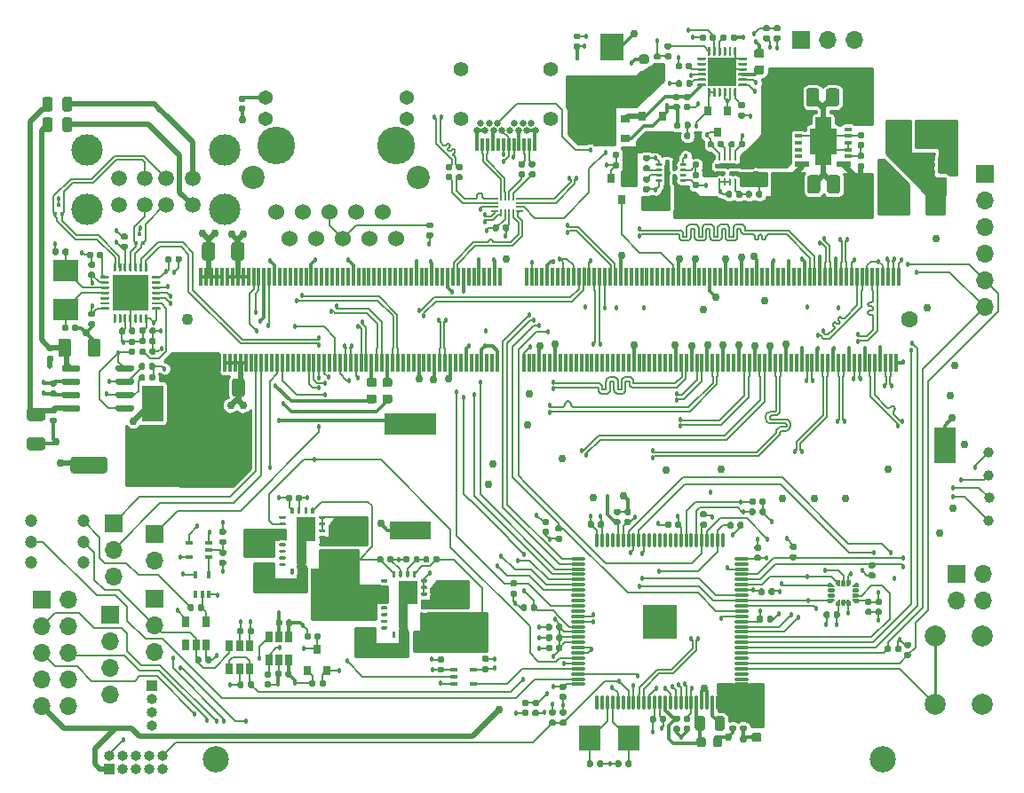
<source format=gbr>
%TF.GenerationSoftware,KiCad,Pcbnew,5.99.0-unknown-ad69e44~101~ubuntu18.04.1*%
%TF.CreationDate,2020-06-22T16:53:11+08:00*%
%TF.ProjectId,ovc4,6f766334-2e6b-4696-9361-645f70636258,rev?*%
%TF.SameCoordinates,Original*%
%TF.FileFunction,Copper,L1,Top*%
%TF.FilePolarity,Positive*%
%FSLAX46Y46*%
G04 Gerber Fmt 4.6, Leading zero omitted, Abs format (unit mm)*
G04 Created by KiCad (PCBNEW 5.99.0-unknown-ad69e44~101~ubuntu18.04.1) date 2020-06-22 16:53:11*
%MOMM*%
%LPD*%
G01*
G04 APERTURE LIST*
%TA.AperFunction,ComponentPad*%
%ADD10C,2.500000*%
%TD*%
%TA.AperFunction,SMDPad,CuDef*%
%ADD11R,2.000000X3.500000*%
%TD*%
%TA.AperFunction,SMDPad,CuDef*%
%ADD12R,0.300000X1.750000*%
%TD*%
%TA.AperFunction,ComponentPad*%
%ADD13C,1.600000*%
%TD*%
%TA.AperFunction,ComponentPad*%
%ADD14C,1.100000*%
%TD*%
%TA.AperFunction,ComponentPad*%
%ADD15O,1.700000X1.700000*%
%TD*%
%TA.AperFunction,ComponentPad*%
%ADD16R,1.700000X1.700000*%
%TD*%
%TA.AperFunction,ComponentPad*%
%ADD17O,1.000000X1.000000*%
%TD*%
%TA.AperFunction,ComponentPad*%
%ADD18R,1.000000X1.000000*%
%TD*%
%TA.AperFunction,SMDPad,CuDef*%
%ADD19R,0.650000X1.060000*%
%TD*%
%TA.AperFunction,SMDPad,CuDef*%
%ADD20R,0.800000X0.900000*%
%TD*%
%TA.AperFunction,SMDPad,CuDef*%
%ADD21C,1.000000*%
%TD*%
%TA.AperFunction,SMDPad,CuDef*%
%ADD22R,0.650000X0.200000*%
%TD*%
%TA.AperFunction,SMDPad,CuDef*%
%ADD23R,0.200000X0.650000*%
%TD*%
%TA.AperFunction,SMDPad,CuDef*%
%ADD24R,0.200000X0.750000*%
%TD*%
%TA.AperFunction,SMDPad,CuDef*%
%ADD25R,1.000000X1.600000*%
%TD*%
%TA.AperFunction,SMDPad,CuDef*%
%ADD26R,1.400000X2.100000*%
%TD*%
%TA.AperFunction,SMDPad,CuDef*%
%ADD27R,4.000000X1.700000*%
%TD*%
%TA.AperFunction,SMDPad,CuDef*%
%ADD28R,5.000000X2.000000*%
%TD*%
%TA.AperFunction,ComponentPad*%
%ADD29C,2.000000*%
%TD*%
%TA.AperFunction,ComponentPad*%
%ADD30C,1.200000*%
%TD*%
%TA.AperFunction,ComponentPad*%
%ADD31C,1.500000*%
%TD*%
%TA.AperFunction,ComponentPad*%
%ADD32C,3.000000*%
%TD*%
%TA.AperFunction,SMDPad,CuDef*%
%ADD33R,0.400000X0.650000*%
%TD*%
%TA.AperFunction,SMDPad,CuDef*%
%ADD34R,0.650000X0.400000*%
%TD*%
%TA.AperFunction,ComponentPad*%
%ADD35O,1.700000X2.200000*%
%TD*%
%TA.AperFunction,SMDPad,CuDef*%
%ADD36R,2.000000X2.400000*%
%TD*%
%TA.AperFunction,SMDPad,CuDef*%
%ADD37R,2.400000X2.000000*%
%TD*%
%TA.AperFunction,ComponentPad*%
%ADD38C,1.371600*%
%TD*%
%TA.AperFunction,ComponentPad*%
%ADD39C,2.200000*%
%TD*%
%TA.AperFunction,ComponentPad*%
%ADD40C,3.600000*%
%TD*%
%TA.AperFunction,ComponentPad*%
%ADD41C,1.524000*%
%TD*%
%TA.AperFunction,SMDPad,CuDef*%
%ADD42R,3.210000X3.210000*%
%TD*%
%TA.AperFunction,SMDPad,CuDef*%
%ADD43O,0.270000X1.450000*%
%TD*%
%TA.AperFunction,SMDPad,CuDef*%
%ADD44O,1.450000X0.270000*%
%TD*%
%TA.AperFunction,ComponentPad*%
%ADD45C,0.600000*%
%TD*%
%TA.AperFunction,SMDPad,CuDef*%
%ADD46R,0.700000X0.350000*%
%TD*%
%TA.AperFunction,SMDPad,CuDef*%
%ADD47R,1.400000X0.500000*%
%TD*%
%TA.AperFunction,SMDPad,CuDef*%
%ADD48R,3.350000X3.350000*%
%TD*%
%TA.AperFunction,SMDPad,CuDef*%
%ADD49R,2.700000X2.700000*%
%TD*%
%TA.AperFunction,SMDPad,CuDef*%
%ADD50R,0.900000X0.800000*%
%TD*%
%TA.AperFunction,ComponentPad*%
%ADD51C,0.650000*%
%TD*%
%TA.AperFunction,ComponentPad*%
%ADD52C,1.400000*%
%TD*%
%TA.AperFunction,SMDPad,CuDef*%
%ADD53R,0.300000X1.200000*%
%TD*%
%TA.AperFunction,SMDPad,CuDef*%
%ADD54R,0.300000X0.300000*%
%TD*%
%TA.AperFunction,SMDPad,CuDef*%
%ADD55R,2.300000X2.500000*%
%TD*%
%TA.AperFunction,SMDPad,CuDef*%
%ADD56R,0.450000X0.600000*%
%TD*%
%TA.AperFunction,ViaPad*%
%ADD57C,0.457200*%
%TD*%
%TA.AperFunction,ViaPad*%
%ADD58C,0.762000*%
%TD*%
%TA.AperFunction,Conductor*%
%ADD59C,0.203200*%
%TD*%
%TA.AperFunction,Conductor*%
%ADD60C,0.304800*%
%TD*%
%TA.AperFunction,Conductor*%
%ADD61C,0.508000*%
%TD*%
%TA.AperFunction,Conductor*%
%ADD62C,0.177800*%
%TD*%
%TA.AperFunction,Conductor*%
%ADD63C,0.254000*%
%TD*%
%TA.AperFunction,Conductor*%
%ADD64C,0.152400*%
%TD*%
G04 APERTURE END LIST*
%TO.P,L5,2*%
%TO.N,Net-(C57-Pad1)*%
%TA.AperFunction,SMDPad,CuDef*%
G36*
G01*
X98150000Y-94593750D02*
X98150000Y-95506250D01*
G75*
G02*
X97906250Y-95750000I-243750J0D01*
G01*
X97418750Y-95750000D01*
G75*
G02*
X97175000Y-95506250I0J243750D01*
G01*
X97175000Y-94593750D01*
G75*
G02*
X97418750Y-94350000I243750J0D01*
G01*
X97906250Y-94350000D01*
G75*
G02*
X98150000Y-94593750I0J-243750D01*
G01*
G37*
%TD.AperFunction*%
%TO.P,L5,1*%
%TO.N,Net-(L5-Pad1)*%
%TA.AperFunction,SMDPad,CuDef*%
G36*
G01*
X100025000Y-94593750D02*
X100025000Y-95506250D01*
G75*
G02*
X99781250Y-95750000I-243750J0D01*
G01*
X99293750Y-95750000D01*
G75*
G02*
X99050000Y-95506250I0J243750D01*
G01*
X99050000Y-94593750D01*
G75*
G02*
X99293750Y-94350000I243750J0D01*
G01*
X99781250Y-94350000D01*
G75*
G02*
X100025000Y-94593750I0J-243750D01*
G01*
G37*
%TD.AperFunction*%
%TD*%
%TO.P,L4,2*%
%TO.N,/USB/VBUS_USER0*%
%TA.AperFunction,SMDPad,CuDef*%
G36*
G01*
X36850000Y-38356250D02*
X36850000Y-37443750D01*
G75*
G02*
X37093750Y-37200000I243750J0D01*
G01*
X37581250Y-37200000D01*
G75*
G02*
X37825000Y-37443750I0J-243750D01*
G01*
X37825000Y-38356250D01*
G75*
G02*
X37581250Y-38600000I-243750J0D01*
G01*
X37093750Y-38600000D01*
G75*
G02*
X36850000Y-38356250I0J243750D01*
G01*
G37*
%TD.AperFunction*%
%TO.P,L4,1*%
%TO.N,/USB/VCC_USER0USB*%
%TA.AperFunction,SMDPad,CuDef*%
G36*
G01*
X34975000Y-38356250D02*
X34975000Y-37443750D01*
G75*
G02*
X35218750Y-37200000I243750J0D01*
G01*
X35706250Y-37200000D01*
G75*
G02*
X35950000Y-37443750I0J-243750D01*
G01*
X35950000Y-38356250D01*
G75*
G02*
X35706250Y-38600000I-243750J0D01*
G01*
X35218750Y-38600000D01*
G75*
G02*
X34975000Y-38356250I0J243750D01*
G01*
G37*
%TD.AperFunction*%
%TD*%
%TO.P,L3,2*%
%TO.N,/USB/VBUS_USER1*%
%TA.AperFunction,SMDPad,CuDef*%
G36*
G01*
X36850000Y-36406250D02*
X36850000Y-35493750D01*
G75*
G02*
X37093750Y-35250000I243750J0D01*
G01*
X37581250Y-35250000D01*
G75*
G02*
X37825000Y-35493750I0J-243750D01*
G01*
X37825000Y-36406250D01*
G75*
G02*
X37581250Y-36650000I-243750J0D01*
G01*
X37093750Y-36650000D01*
G75*
G02*
X36850000Y-36406250I0J243750D01*
G01*
G37*
%TD.AperFunction*%
%TO.P,L3,1*%
%TO.N,/USB/VCC_USER1USB*%
%TA.AperFunction,SMDPad,CuDef*%
G36*
G01*
X34975000Y-36406250D02*
X34975000Y-35493750D01*
G75*
G02*
X35218750Y-35250000I243750J0D01*
G01*
X35706250Y-35250000D01*
G75*
G02*
X35950000Y-35493750I0J-243750D01*
G01*
X35950000Y-36406250D01*
G75*
G02*
X35706250Y-36650000I-243750J0D01*
G01*
X35218750Y-36650000D01*
G75*
G02*
X34975000Y-36406250I0J243750D01*
G01*
G37*
%TD.AperFunction*%
%TD*%
D10*
%TO.P,U1,265*%
%TO.N,N/C*%
X115125000Y-98500000D03*
X51525000Y-98500000D03*
D11*
%TO.P,U1,262,MNT*%
%TO.N,GND*%
X120975000Y-68500000D03*
%TO.P,U1,261,MNT*%
X45475000Y-64500000D03*
D12*
%TO.P,U1,260,VDD_IN*%
%TO.N,+5V*%
X49850000Y-60600000D03*
%TO.P,U1,259,VDD_IN*%
X50100000Y-52400000D03*
%TO.P,U1,258,VDD_IN*%
X50350000Y-60600000D03*
%TO.P,U1,257,VDD_IN*%
X50600000Y-52400000D03*
%TO.P,U1,256,VDD_IN*%
X50850000Y-60600000D03*
%TO.P,U1,255,VDD_IN*%
X51100000Y-52400000D03*
%TO.P,U1,254,VDD_IN*%
X51350000Y-60600000D03*
%TO.P,U1,253,VDD_IN*%
X51600000Y-52400000D03*
%TO.P,U1,252,VDD_IN*%
X51850000Y-60600000D03*
%TO.P,U1,251,VDD_IN*%
X52100000Y-52400000D03*
%TO.P,U1,250,GND*%
%TO.N,GND*%
X52350000Y-60600000D03*
%TO.P,U1,249,GND*%
X52600000Y-52400000D03*
%TO.P,U1,248,GND*%
X52850000Y-60600000D03*
%TO.P,U1,247,GND*%
X53100000Y-52400000D03*
%TO.P,U1,246,GND*%
X53350000Y-60600000D03*
%TO.P,U1,245,GND*%
X53600000Y-52400000D03*
%TO.P,U1,244,GND*%
X53850000Y-60600000D03*
%TO.P,U1,243,GND*%
X54100000Y-52400000D03*
%TO.P,U1,242,GND*%
X54350000Y-60600000D03*
%TO.P,U1,241,GND*%
X54600000Y-52400000D03*
%TO.P,U1,240,SLEEP/WAKE*%
%TO.N,Net-(U1-Pad240)*%
X54850000Y-60600000D03*
%TO.P,U1,239,nSYS_RESET*%
%TO.N,nSYS_RESET*%
X55100000Y-52400000D03*
%TO.P,U1,238,UART2_RXD*%
%TO.N,DEBUG_UART_RXD*%
X55350000Y-60600000D03*
%TO.P,U1,237,POWER_EN*%
%TO.N,/Power/POWER_EN*%
X55600000Y-52400000D03*
%TO.P,U1,236,UART2_TXD*%
%TO.N,DEBUG_UART_TXD*%
X55850000Y-60600000D03*
%TO.P,U1,235,PMIC_BBAT*%
%TO.N,/Power/BATT*%
X56100000Y-52400000D03*
%TO.P,U1,234,I2C2_SDA*%
%TO.N,Net-(U1-Pad234)*%
X56350000Y-60600000D03*
%TO.P,U1,233,nSHUTDOWN_REQ*%
%TO.N,/Power/NX_nSHUTDOWN_REQ*%
X56600000Y-52400000D03*
%TO.P,U1,232,I2C2_SCL*%
%TO.N,Net-(U1-Pad232)*%
X56850000Y-60600000D03*
%TO.P,U1,231,GND*%
%TO.N,GND*%
X57100000Y-52400000D03*
%TO.P,U1,230,GPIO14*%
%TO.N,/Interfaces/FAN_PWM*%
X57350000Y-60600000D03*
%TO.P,U1,229,SDMMC_CLK*%
%TO.N,Net-(U1-Pad229)*%
X57600000Y-52400000D03*
%TO.P,U1,228,GPIO13*%
%TO.N,NX_MCU_BOOT*%
X57850000Y-60600000D03*
%TO.P,U1,227,SDMMC_CMD*%
%TO.N,Net-(U1-Pad227)*%
X58100000Y-52400000D03*
%TO.P,U1,226,I2S1_SCLK*%
%TO.N,Net-(U1-Pad226)*%
X58350000Y-60600000D03*
%TO.P,U1,225,SDMMC_DAT3*%
%TO.N,Net-(U1-Pad225)*%
X58600000Y-52400000D03*
%TO.P,U1,224,I2S1_FS*%
%TO.N,Net-(U1-Pad224)*%
X58850000Y-60600000D03*
%TO.P,U1,223,SDMMC_DAT2*%
%TO.N,Net-(U1-Pad223)*%
X59100000Y-52400000D03*
%TO.P,U1,222,I2S1_DIN*%
%TO.N,Net-(U1-Pad222)*%
X59350000Y-60600000D03*
%TO.P,U1,221,SDMMC_DAT1*%
%TO.N,Net-(U1-Pad221)*%
X59600000Y-52400000D03*
%TO.P,U1,220,I2S1_DOUT*%
%TO.N,Net-(U1-Pad220)*%
X59850000Y-60600000D03*
%TO.P,U1,219,SDMMC_DAT0*%
%TO.N,Net-(U1-Pad219)*%
X60100000Y-52400000D03*
%TO.P,U1,218,GPIO12*%
%TO.N,NX_MCU_nRST*%
X60350000Y-60600000D03*
%TO.P,U1,217,GND*%
%TO.N,GND*%
X60600000Y-52400000D03*
%TO.P,U1,216,GPIO11*%
%TO.N,NX_MCU_GPIO*%
X60850000Y-60600000D03*
%TO.P,U1,215,CAM_I2C_SDA*%
%TO.N,Net-(U1-Pad215)*%
X61100000Y-52400000D03*
%TO.P,U1,214,nFORCE_RECOVERY*%
%TO.N,/Power/nFORCE_RECOVERY*%
X61350000Y-60600000D03*
%TO.P,U1,213,CAM_I2C_SCL*%
%TO.N,Net-(U1-Pad213)*%
X61600000Y-52400000D03*
%TO.P,U1,212,GPIO10*%
%TO.N,FRAME_TRIGGER*%
X61850000Y-60600000D03*
%TO.P,U1,211,GPIO09*%
%TO.N,Net-(U1-Pad211)*%
X62100000Y-52400000D03*
%TO.P,U1,210,CLK_32K_OUT*%
%TO.N,Net-(U1-Pad210)*%
X62350000Y-60600000D03*
%TO.P,U1,209,UART1_CTS*%
%TO.N,Net-(U1-Pad209)*%
X62600000Y-52400000D03*
%TO.P,U1,208,GPIO08*%
%TO.N,/Interfaces/FAN_TACH*%
X62850000Y-60600000D03*
%TO.P,U1,207,UART1_RTS*%
%TO.N,Net-(U1-Pad207)*%
X63100000Y-52400000D03*
%TO.P,U1,206,GPIO07*%
%TO.N,IMU_INT1*%
X63350000Y-60600000D03*
%TO.P,U1,205,UART1_RXD*%
%TO.N,Net-(U1-Pad205)*%
X63600000Y-52400000D03*
%TO.P,U1,204,GBE_MDI3_P*%
%TO.N,GBE_MDI3_P*%
X63850000Y-60600000D03*
%TO.P,U1,203,UART1_TXD*%
%TO.N,Net-(U1-Pad203)*%
X64100000Y-52400000D03*
%TO.P,U1,202,GBE_MDI3_N*%
%TO.N,GBE_MDI3_N*%
X64350000Y-60600000D03*
%TO.P,U1,201,GND*%
%TO.N,GND*%
X64600000Y-52400000D03*
%TO.P,U1,200,GND*%
X64850000Y-60600000D03*
%TO.P,U1,199,I2S0_SCLK*%
%TO.N,Net-(U1-Pad199)*%
X65100000Y-52400000D03*
%TO.P,U1,198,GBE_MDI2_P*%
%TO.N,GBE_MDI2_P*%
X65350000Y-60600000D03*
%TO.P,U1,197,I2S0_FS*%
%TO.N,Net-(U1-Pad197)*%
X65600000Y-52400000D03*
%TO.P,U1,196,GBE_MDI2_N*%
%TO.N,GBE_MDI2_N*%
X65850000Y-60600000D03*
%TO.P,U1,195,I2S0_DIN*%
%TO.N,Net-(U1-Pad195)*%
X66100000Y-52400000D03*
%TO.P,U1,194,GBE_LED_ACT*%
%TO.N,GBE_LED_ACT*%
X66350000Y-60600000D03*
%TO.P,U1,193,I2S0_DOUT*%
%TO.N,Net-(U1-Pad193)*%
X66600000Y-52400000D03*
%TO.P,U1,192,GBE_MDI1_P*%
%TO.N,GBE_MDI1_P*%
X66850000Y-60600000D03*
%TO.P,U1,191,I2C1_SDA*%
%TO.N,Net-(U1-Pad191)*%
X67100000Y-52400000D03*
%TO.P,U1,190,GBE_MDI1_N*%
%TO.N,GBE_MDI1_N*%
X67350000Y-60600000D03*
%TO.P,U1,189,I2C1_SCL*%
%TO.N,Net-(U1-Pad189)*%
X67600000Y-52400000D03*
%TO.P,U1,188,GBE_LED_LINK*%
%TO.N,GBE_LED_LINK*%
X67850000Y-60600000D03*
%TO.P,U1,187,I2C0_SDA*%
%TO.N,Net-(U1-Pad187)*%
X68100000Y-52400000D03*
%TO.P,U1,186,GBE_MDI0_P*%
%TO.N,GBE_MDI0_P*%
X68350000Y-60600000D03*
%TO.P,U1,185,I2C0_SCL*%
%TO.N,Net-(U1-Pad185)*%
X68600000Y-52400000D03*
%TO.P,U1,184,GBE_MDI0_N*%
%TO.N,GBE_MDI0_N*%
X68850000Y-60600000D03*
%TO.P,U1,183*%
%TO.N,N/C*%
X69100000Y-52400000D03*
%TO.P,U1,182*%
X69350000Y-60600000D03*
%TO.P,U1,181*%
X69600000Y-52400000D03*
%TO.P,U1,180*%
X69850000Y-60600000D03*
%TO.P,U1,179*%
X70100000Y-52400000D03*
%TO.P,U1,178,nMOD_SLEEP*%
%TO.N,Net-(U1-Pad178)*%
X70350000Y-60600000D03*
%TO.P,U1,177,GND*%
%TO.N,GND*%
X70600000Y-52400000D03*
%TO.P,U1,176,GND*%
X70850000Y-60600000D03*
%TO.P,U1,175*%
%TO.N,N/C*%
X71100000Y-52400000D03*
%TO.P,U1,174*%
X71350000Y-60600000D03*
%TO.P,U1,173*%
X71600000Y-52400000D03*
%TO.P,U1,172*%
X71850000Y-60600000D03*
%TO.P,U1,171,GND*%
%TO.N,GND*%
X72100000Y-52400000D03*
%TO.P,U1,170,GND*%
X72350000Y-60600000D03*
%TO.P,U1,169*%
%TO.N,N/C*%
X72600000Y-52400000D03*
%TO.P,U1,168,USBSS_TX_P*%
%TO.N,/USB/USBSS_TX_N*%
X72850000Y-60600000D03*
%TO.P,U1,167*%
%TO.N,N/C*%
X73100000Y-52400000D03*
%TO.P,U1,166,USBSS_TX_N*%
%TO.N,/USB/USBSS_TX_P*%
X73350000Y-60600000D03*
%TO.P,U1,165,GND*%
%TO.N,GND*%
X73600000Y-52400000D03*
%TO.P,U1,164,GND*%
X73850000Y-60600000D03*
%TO.P,U1,163,USBSS_RX_P*%
%TO.N,/USB/USBSS_RX_P*%
X74100000Y-52400000D03*
%TO.P,U1,162*%
%TO.N,N/C*%
X74350000Y-60600000D03*
%TO.P,U1,161,USBSS_RX_N*%
%TO.N,/USB/USBSS_RX_N*%
X74600000Y-52400000D03*
%TO.P,U1,160*%
%TO.N,N/C*%
X74850000Y-60600000D03*
%TO.P,U1,159,GND*%
%TO.N,GND*%
X75100000Y-52400000D03*
%TO.P,U1,158,GND*%
X75350000Y-60600000D03*
%TO.P,U1,157*%
%TO.N,N/C*%
X75600000Y-52400000D03*
%TO.P,U1,156*%
X75850000Y-60600000D03*
%TO.P,U1,155*%
X76100000Y-52400000D03*
%TO.P,U1,154*%
X76350000Y-60600000D03*
%TO.P,U1,153,GND*%
%TO.N,GND*%
X76600000Y-52400000D03*
%TO.P,U1,152,GND*%
X76850000Y-60600000D03*
%TO.P,U1,151*%
%TO.N,N/C*%
X77100000Y-52400000D03*
%TO.P,U1,150*%
X77350000Y-60600000D03*
%TO.P,U1,149*%
X77600000Y-52400000D03*
%TO.P,U1,148*%
X77850000Y-60600000D03*
%TO.P,U1,147,GND*%
%TO.N,GND*%
X78100000Y-52400000D03*
%TO.P,U1,146,GND*%
X78350000Y-60600000D03*
%TO.P,U1,145,CAN_TX*%
%TO.N,Net-(U1-Pad145)*%
X78600000Y-52400000D03*
%TO.P,U1,144,GND*%
%TO.N,GND*%
X80850000Y-60600000D03*
%TO.P,U1,143,CAN_RX*%
%TO.N,Net-(U1-Pad143)*%
X81100000Y-52400000D03*
%TO.P,U1,142*%
%TO.N,N/C*%
X81350000Y-60600000D03*
%TO.P,U1,141,GND*%
%TO.N,GND*%
X81600000Y-52400000D03*
%TO.P,U1,140*%
%TO.N,N/C*%
X81850000Y-60600000D03*
%TO.P,U1,139*%
X82100000Y-52400000D03*
%TO.P,U1,138,GND*%
%TO.N,GND*%
X82350000Y-60600000D03*
%TO.P,U1,137*%
%TO.N,N/C*%
X82600000Y-52400000D03*
%TO.P,U1,136*%
X82850000Y-60600000D03*
%TO.P,U1,135,GND*%
%TO.N,GND*%
X83100000Y-52400000D03*
%TO.P,U1,134*%
%TO.N,N/C*%
X83350000Y-60600000D03*
%TO.P,U1,133*%
X83600000Y-52400000D03*
%TO.P,U1,132,GND*%
%TO.N,GND*%
X83850000Y-60600000D03*
%TO.P,U1,131*%
%TO.N,N/C*%
X84100000Y-52400000D03*
%TO.P,U1,130,GPIO06*%
%TO.N,Net-(U1-Pad130)*%
X84350000Y-60600000D03*
%TO.P,U1,129,GND*%
%TO.N,GND*%
X84600000Y-52400000D03*
%TO.P,U1,128,GPIO05*%
%TO.N,Net-(U1-Pad128)*%
X84850000Y-60600000D03*
%TO.P,U1,127,GPIO04*%
%TO.N,Net-(U1-Pad127)*%
X85100000Y-52400000D03*
%TO.P,U1,126,GPIO03*%
%TO.N,Net-(U1-Pad126)*%
X85350000Y-60600000D03*
%TO.P,U1,125,GND*%
%TO.N,GND*%
X85600000Y-52400000D03*
%TO.P,U1,124,GPIO02*%
%TO.N,Net-(U1-Pad124)*%
X85850000Y-60600000D03*
%TO.P,U1,123,USB2_D_P*%
%TO.N,/USB/USB2_D_P*%
X86100000Y-52400000D03*
%TO.P,U1,122,CAM1_MCLK*%
%TO.N,Net-(U1-Pad122)*%
X86350000Y-60600000D03*
%TO.P,U1,121,USB2_D_N*%
%TO.N,/USB/USB2_D_N*%
X86600000Y-52400000D03*
%TO.P,U1,120,CAM1_PWDN*%
%TO.N,Net-(U1-Pad120)*%
X86850000Y-60600000D03*
%TO.P,U1,119,GND*%
%TO.N,GND*%
X87100000Y-52400000D03*
%TO.P,U1,118,GPIO01*%
%TO.N,Net-(U1-Pad118)*%
X87350000Y-60600000D03*
%TO.P,U1,117,USB1_D_P*%
%TO.N,MCU_USB1_D_P*%
X87600000Y-52400000D03*
%TO.P,U1,116,CAM0_MCLK*%
%TO.N,Net-(U1-Pad116)*%
X87850000Y-60600000D03*
%TO.P,U1,115,USB1_D_N*%
%TO.N,MCU_USB1_D_N*%
X88100000Y-52400000D03*
%TO.P,U1,114,CAM0_PWDN*%
%TO.N,Net-(U1-Pad114)*%
X88350000Y-60600000D03*
%TO.P,U1,113,GND*%
%TO.N,GND*%
X88600000Y-52400000D03*
%TO.P,U1,112,SPI1_CS1*%
%TO.N,Net-(U1-Pad112)*%
X88850000Y-60600000D03*
%TO.P,U1,111,USB0_D_P*%
%TO.N,/USB/USB0_D_P*%
X89100000Y-52400000D03*
%TO.P,U1,110,SPI1_CS0*%
%TO.N,Net-(U1-Pad110)*%
X89350000Y-60600000D03*
%TO.P,U1,109,USB0_D_N*%
%TO.N,/USB/USB0_D_N*%
X89600000Y-52400000D03*
%TO.P,U1,108,SPI1_MISO*%
%TO.N,Net-(U1-Pad108)*%
X89850000Y-60600000D03*
%TO.P,U1,107,GND*%
%TO.N,GND*%
X90100000Y-52400000D03*
%TO.P,U1,106,SPI1_SCK*%
%TO.N,Net-(U1-Pad106)*%
X90350000Y-60600000D03*
%TO.P,U1,105,UART0_CTS*%
%TO.N,Net-(U1-Pad105)*%
X90600000Y-52400000D03*
%TO.P,U1,104,SPI1_MOSI*%
%TO.N,Net-(U1-Pad104)*%
X90850000Y-60600000D03*
%TO.P,U1,103,UART0_RTS*%
%TO.N,Net-(U1-Pad103)*%
X91100000Y-52400000D03*
%TO.P,U1,102,GND*%
%TO.N,GND*%
X91350000Y-60600000D03*
%TO.P,U1,101,UART0_RXD*%
%TO.N,Net-(U1-Pad101)*%
X91600000Y-52400000D03*
%TO.P,U1,100,DP1_AUX_P*%
%TO.N,Net-(U1-Pad100)*%
X91850000Y-60600000D03*
%TO.P,U1,99,UART0_TXD*%
%TO.N,Net-(U1-Pad99)*%
X92100000Y-52400000D03*
%TO.P,U1,98,DP1_AUX_N*%
%TO.N,Net-(U1-Pad98)*%
X92350000Y-60600000D03*
%TO.P,U1,97,SPI0_CS1*%
%TO.N,Net-(U1-Pad97)*%
X92600000Y-52400000D03*
%TO.P,U1,96,DP1_HPD*%
%TO.N,Net-(U1-Pad96)*%
X92850000Y-60600000D03*
%TO.P,U1,95,SPI0_CS0*%
%TO.N,Net-(U1-Pad95)*%
X93100000Y-52400000D03*
%TO.P,U1,94,HDMI_CEC*%
%TO.N,Net-(U1-Pad94)*%
X93350000Y-60600000D03*
%TO.P,U1,93,SPI0_MISO*%
%TO.N,Net-(U1-Pad93)*%
X93600000Y-52400000D03*
%TO.P,U1,92,DP0_AUX_P*%
%TO.N,Net-(U1-Pad92)*%
X93850000Y-60600000D03*
%TO.P,U1,91,SPI0_SCK*%
%TO.N,Net-(U1-Pad91)*%
X94100000Y-52400000D03*
%TO.P,U1,90,DP0_AUX_N*%
%TO.N,Net-(U1-Pad90)*%
X94350000Y-60600000D03*
%TO.P,U1,89,SPI0_MOSI*%
%TO.N,Net-(U1-Pad89)*%
X94600000Y-52400000D03*
%TO.P,U1,88,DP0_HPD*%
%TO.N,Net-(U1-Pad88)*%
X94850000Y-60600000D03*
%TO.P,U1,87,GPIO0*%
%TO.N,/Interfaces/USB0_VBUS*%
X95100000Y-52400000D03*
%TO.P,U1,86,GND*%
%TO.N,GND*%
X95350000Y-60600000D03*
%TO.P,U1,85,GND*%
X95600000Y-52400000D03*
%TO.P,U1,84,DSI_D1_P*%
%TO.N,CAM5_DAT1+*%
X95850000Y-60600000D03*
%TO.P,U1,83,DP1_TXD3_P*%
%TO.N,Net-(U1-Pad83)*%
X96100000Y-52400000D03*
%TO.P,U1,82,DSI_D1_N*%
%TO.N,CAM5_DAT1-*%
X96350000Y-60600000D03*
%TO.P,U1,81,DP1_TXD3_N*%
%TO.N,Net-(U1-Pad81)*%
X96600000Y-52400000D03*
%TO.P,U1,80,GND*%
%TO.N,GND*%
X96850000Y-60600000D03*
%TO.P,U1,79,GND*%
X97100000Y-52400000D03*
%TO.P,U1,78,DSI_CLK_P*%
%TO.N,CAM5_CLK+*%
X97350000Y-60600000D03*
%TO.P,U1,77,DP1_TXD2_P*%
%TO.N,Net-(U1-Pad77)*%
X97600000Y-52400000D03*
%TO.P,U1,76,DSI_CLK_N*%
%TO.N,CAM5_CLK-*%
X97850000Y-60600000D03*
%TO.P,U1,75,DP1_TXD2_N*%
%TO.N,Net-(U1-Pad75)*%
X98100000Y-52400000D03*
%TO.P,U1,74,GND*%
%TO.N,GND*%
X98350000Y-60600000D03*
%TO.P,U1,73,GND*%
X98600000Y-52400000D03*
%TO.P,U1,72,DSI_D0_P*%
%TO.N,CAM5_DAT0+*%
X98850000Y-60600000D03*
%TO.P,U1,71,DP1_TXD1_P*%
%TO.N,Net-(U1-Pad71)*%
X99100000Y-52400000D03*
%TO.P,U1,70,DSI_D0_N*%
%TO.N,CAM5_DAT0-*%
X99350000Y-60600000D03*
%TO.P,U1,69,DP1_TXD1_N*%
%TO.N,Net-(U1-Pad69)*%
X99600000Y-52400000D03*
%TO.P,U1,68,GND*%
%TO.N,GND*%
X99850000Y-60600000D03*
%TO.P,U1,67,GND*%
X100100000Y-52400000D03*
%TO.P,U1,66,CSI4_D3_P*%
%TO.N,Net-(U1-Pad66)*%
X100350000Y-60600000D03*
%TO.P,U1,65,DP1_TXD0_P*%
%TO.N,Net-(U1-Pad65)*%
X100600000Y-52400000D03*
%TO.P,U1,64,CSI4_D3_N*%
%TO.N,Net-(U1-Pad64)*%
X100850000Y-60600000D03*
%TO.P,U1,63,DP1_TXD0_N*%
%TO.N,Net-(U1-Pad63)*%
X101100000Y-52400000D03*
%TO.P,U1,62,GND*%
%TO.N,GND*%
X101350000Y-60600000D03*
%TO.P,U1,61,GND*%
X101600000Y-52400000D03*
%TO.P,U1,60,CSI4_D1_P*%
%TO.N,CAM4_DAT1+*%
X101850000Y-60600000D03*
%TO.P,U1,59,DP0_TXD3_P*%
%TO.N,Net-(U1-Pad59)*%
X102100000Y-52400000D03*
%TO.P,U1,58,CSI4_D1_N*%
%TO.N,CAM4_DAT1-*%
X102350000Y-60600000D03*
%TO.P,U1,57,DP0_TXD3_N*%
%TO.N,Net-(U1-Pad57)*%
X102600000Y-52400000D03*
%TO.P,U1,56,GND*%
%TO.N,GND*%
X102850000Y-60600000D03*
%TO.P,U1,55,GND*%
X103100000Y-52400000D03*
%TO.P,U1,54,CSI4_CLK_P*%
%TO.N,CAM4_CLK+*%
X103350000Y-60600000D03*
%TO.P,U1,53,DP0_TXD2_P*%
%TO.N,Net-(U1-Pad53)*%
X103600000Y-52400000D03*
%TO.P,U1,52,CSI4_CLK_N*%
%TO.N,CAM4_CLK-*%
X103850000Y-60600000D03*
%TO.P,U1,51,DP0_TXD2_N*%
%TO.N,Net-(U1-Pad51)*%
X104100000Y-52400000D03*
%TO.P,U1,50,GND*%
%TO.N,GND*%
X104350000Y-60600000D03*
%TO.P,U1,49,GND*%
X104600000Y-52400000D03*
%TO.P,U1,48,CSI4_D0_P*%
%TO.N,CAM4_DAT0+*%
X104850000Y-60600000D03*
%TO.P,U1,47,DP0_TXD1_P*%
%TO.N,Net-(U1-Pad47)*%
X105100000Y-52400000D03*
%TO.P,U1,46,CSI4_D0_N*%
%TO.N,CAM4_DAT0-*%
X105350000Y-60600000D03*
%TO.P,U1,45,DP0_TXD1_N*%
%TO.N,Net-(U1-Pad45)*%
X105600000Y-52400000D03*
%TO.P,U1,44,GND*%
%TO.N,GND*%
X105850000Y-60600000D03*
%TO.P,U1,43,GND*%
X106100000Y-52400000D03*
%TO.P,U1,42,CSI4_D2_P*%
%TO.N,Net-(U1-Pad42)*%
X106350000Y-60600000D03*
%TO.P,U1,41,DP0_TXD0_P*%
%TO.N,Net-(U1-Pad41)*%
X106600000Y-52400000D03*
%TO.P,U1,40,CSI4_D2_N*%
%TO.N,Net-(U1-Pad40)*%
X106850000Y-60600000D03*
%TO.P,U1,39,DP0_TXD0_N*%
%TO.N,Net-(U1-Pad39)*%
X107100000Y-52400000D03*
%TO.P,U1,38,GND*%
%TO.N,GND*%
X107350000Y-60600000D03*
%TO.P,U1,37,GND*%
X107600000Y-52400000D03*
%TO.P,U1,36,CSI2_D1_P*%
%TO.N,CAM2_DAT1+*%
X107850000Y-60600000D03*
%TO.P,U1,35,CSI3_D1_P*%
%TO.N,CAM3_DAT1+*%
X108100000Y-52400000D03*
%TO.P,U1,34,CSI2_D1_N*%
%TO.N,CAM2_DAT1-*%
X108350000Y-60600000D03*
%TO.P,U1,33,CSI3_D1_N*%
%TO.N,CAM3_DAT1-*%
X108600000Y-52400000D03*
%TO.P,U1,32,GND*%
%TO.N,GND*%
X108850000Y-60600000D03*
%TO.P,U1,31,GND*%
X109100000Y-52400000D03*
%TO.P,U1,30,CSI2_CLK_P*%
%TO.N,CAM2_CLK+*%
X109350000Y-60600000D03*
%TO.P,U1,29,CSI3_CLK_P*%
%TO.N,CAM3_CLK+*%
X109600000Y-52400000D03*
%TO.P,U1,28,CSI2_CLK_N*%
%TO.N,CAM2_CLK-*%
X109850000Y-60600000D03*
%TO.P,U1,27,CSI3_CLK_N*%
%TO.N,CAM3_CLK-*%
X110100000Y-52400000D03*
%TO.P,U1,26,GND*%
%TO.N,GND*%
X110350000Y-60600000D03*
%TO.P,U1,25,GND*%
X110600000Y-52400000D03*
%TO.P,U1,24,CSI2_D0_P*%
%TO.N,CAM2_DAT0+*%
X110850000Y-60600000D03*
%TO.P,U1,23,CSI3_D0_P*%
%TO.N,CAM3_DAT0+*%
X111100000Y-52400000D03*
%TO.P,U1,22,CSI2_D0_N*%
%TO.N,CAM2_DAT0-*%
X111350000Y-60600000D03*
%TO.P,U1,21,CSI3_D0_N*%
%TO.N,CAM3_DAT0-*%
X111600000Y-52400000D03*
%TO.P,U1,20,GND*%
%TO.N,GND*%
X111850000Y-60600000D03*
%TO.P,U1,19,GND*%
X112100000Y-52400000D03*
%TO.P,U1,18,CSI0_D1_P*%
%TO.N,CAM0_DAT1+*%
X112350000Y-60600000D03*
%TO.P,U1,17,CSI1_D1_P*%
%TO.N,CAM1_DAT1+*%
X112600000Y-52400000D03*
%TO.P,U1,16,CSI0_D1_N*%
%TO.N,CAM0_DAT1-*%
X112850000Y-60600000D03*
%TO.P,U1,15,CSI1_D1_N*%
%TO.N,CAM1_DAT1-*%
X113100000Y-52400000D03*
%TO.P,U1,14,GND*%
%TO.N,GND*%
X113350000Y-60600000D03*
%TO.P,U1,13,GND*%
X113600000Y-52400000D03*
%TO.P,U1,12,CSI0_CLK_P*%
%TO.N,CAM0_CLK+*%
X113850000Y-60600000D03*
%TO.P,U1,11,CSI1_CLK_P*%
%TO.N,CAM1_CLK+*%
X114100000Y-52400000D03*
%TO.P,U1,10,CSI0_CLK_N*%
%TO.N,CAM0_CLK-*%
X114350000Y-60600000D03*
%TO.P,U1,9,CSI1_CLK_N*%
%TO.N,CAM1_CLK-*%
X114600000Y-52400000D03*
%TO.P,U1,8,GND*%
%TO.N,GND*%
X114850000Y-60600000D03*
%TO.P,U1,7,GND*%
X115100000Y-52400000D03*
%TO.P,U1,6,CSI0_D0_P*%
%TO.N,CAM0_DAT0+*%
X115350000Y-60600000D03*
%TO.P,U1,5,CSI1_D0_P*%
%TO.N,CAM1_DAT0+*%
X115600000Y-52400000D03*
%TO.P,U1,4,CSI0_D0_N*%
%TO.N,CAM0_DAT0-*%
X115850000Y-60600000D03*
%TO.P,U1,3,CSI1_D0_N*%
%TO.N,CAM1_DAT0-*%
X116100000Y-52400000D03*
%TO.P,U1,2,GND*%
%TO.N,GND*%
X116350000Y-60600000D03*
D13*
%TO.P,U1,264*%
%TO.N,N/C*%
X117625000Y-56500000D03*
D14*
%TO.P,U1,263*%
X48825000Y-56500000D03*
D12*
%TO.P,U1,1,GND*%
%TO.N,GND*%
X116600000Y-52400000D03*
%TD*%
%TO.P,R51,2*%
%TO.N,CAM2_SDA_1V8*%
%TA.AperFunction,SMDPad,CuDef*%
G36*
G01*
X102960000Y-73727500D02*
X102960000Y-74072500D01*
G75*
G02*
X102812500Y-74220000I-147500J0D01*
G01*
X102517500Y-74220000D01*
G75*
G02*
X102370000Y-74072500I0J147500D01*
G01*
X102370000Y-73727500D01*
G75*
G02*
X102517500Y-73580000I147500J0D01*
G01*
X102812500Y-73580000D01*
G75*
G02*
X102960000Y-73727500I0J-147500D01*
G01*
G37*
%TD.AperFunction*%
%TO.P,R51,1*%
%TO.N,+1V8*%
%TA.AperFunction,SMDPad,CuDef*%
G36*
G01*
X103930000Y-73727500D02*
X103930000Y-74072500D01*
G75*
G02*
X103782500Y-74220000I-147500J0D01*
G01*
X103487500Y-74220000D01*
G75*
G02*
X103340000Y-74072500I0J147500D01*
G01*
X103340000Y-73727500D01*
G75*
G02*
X103487500Y-73580000I147500J0D01*
G01*
X103782500Y-73580000D01*
G75*
G02*
X103930000Y-73727500I0J-147500D01*
G01*
G37*
%TD.AperFunction*%
%TD*%
%TO.P,R50,2*%
%TO.N,CAM2_SCL_1V8*%
%TA.AperFunction,SMDPad,CuDef*%
G36*
G01*
X102960000Y-74677500D02*
X102960000Y-75022500D01*
G75*
G02*
X102812500Y-75170000I-147500J0D01*
G01*
X102517500Y-75170000D01*
G75*
G02*
X102370000Y-75022500I0J147500D01*
G01*
X102370000Y-74677500D01*
G75*
G02*
X102517500Y-74530000I147500J0D01*
G01*
X102812500Y-74530000D01*
G75*
G02*
X102960000Y-74677500I0J-147500D01*
G01*
G37*
%TD.AperFunction*%
%TO.P,R50,1*%
%TO.N,+1V8*%
%TA.AperFunction,SMDPad,CuDef*%
G36*
G01*
X103930000Y-74677500D02*
X103930000Y-75022500D01*
G75*
G02*
X103782500Y-75170000I-147500J0D01*
G01*
X103487500Y-75170000D01*
G75*
G02*
X103340000Y-75022500I0J147500D01*
G01*
X103340000Y-74677500D01*
G75*
G02*
X103487500Y-74530000I147500J0D01*
G01*
X103782500Y-74530000D01*
G75*
G02*
X103930000Y-74677500I0J-147500D01*
G01*
G37*
%TD.AperFunction*%
%TD*%
%TO.P,R49,2*%
%TO.N,CAM1_SDA_1V8*%
%TA.AperFunction,SMDPad,CuDef*%
G36*
G01*
X115860000Y-87777500D02*
X115860000Y-88122500D01*
G75*
G02*
X115712500Y-88270000I-147500J0D01*
G01*
X115417500Y-88270000D01*
G75*
G02*
X115270000Y-88122500I0J147500D01*
G01*
X115270000Y-87777500D01*
G75*
G02*
X115417500Y-87630000I147500J0D01*
G01*
X115712500Y-87630000D01*
G75*
G02*
X115860000Y-87777500I0J-147500D01*
G01*
G37*
%TD.AperFunction*%
%TO.P,R49,1*%
%TO.N,+1V8*%
%TA.AperFunction,SMDPad,CuDef*%
G36*
G01*
X116830000Y-87777500D02*
X116830000Y-88122500D01*
G75*
G02*
X116682500Y-88270000I-147500J0D01*
G01*
X116387500Y-88270000D01*
G75*
G02*
X116240000Y-88122500I0J147500D01*
G01*
X116240000Y-87777500D01*
G75*
G02*
X116387500Y-87630000I147500J0D01*
G01*
X116682500Y-87630000D01*
G75*
G02*
X116830000Y-87777500I0J-147500D01*
G01*
G37*
%TD.AperFunction*%
%TD*%
%TO.P,R48,1*%
%TO.N,+1V8*%
%TA.AperFunction,SMDPad,CuDef*%
G36*
G01*
X117277500Y-87270000D02*
X117622500Y-87270000D01*
G75*
G02*
X117770000Y-87417500I0J-147500D01*
G01*
X117770000Y-87712500D01*
G75*
G02*
X117622500Y-87860000I-147500J0D01*
G01*
X117277500Y-87860000D01*
G75*
G02*
X117130000Y-87712500I0J147500D01*
G01*
X117130000Y-87417500D01*
G75*
G02*
X117277500Y-87270000I147500J0D01*
G01*
G37*
%TD.AperFunction*%
%TO.P,R48,2*%
%TO.N,CAM1_SCL_1V8*%
%TA.AperFunction,SMDPad,CuDef*%
G36*
G01*
X117277500Y-88240000D02*
X117622500Y-88240000D01*
G75*
G02*
X117770000Y-88387500I0J-147500D01*
G01*
X117770000Y-88682500D01*
G75*
G02*
X117622500Y-88830000I-147500J0D01*
G01*
X117277500Y-88830000D01*
G75*
G02*
X117130000Y-88682500I0J147500D01*
G01*
X117130000Y-88387500D01*
G75*
G02*
X117277500Y-88240000I147500J0D01*
G01*
G37*
%TD.AperFunction*%
%TD*%
%TO.P,R47,2*%
%TO.N,CAM5_SDA_1V8*%
%TA.AperFunction,SMDPad,CuDef*%
G36*
G01*
X80072500Y-82010000D02*
X79727500Y-82010000D01*
G75*
G02*
X79580000Y-81862500I0J147500D01*
G01*
X79580000Y-81567500D01*
G75*
G02*
X79727500Y-81420000I147500J0D01*
G01*
X80072500Y-81420000D01*
G75*
G02*
X80220000Y-81567500I0J-147500D01*
G01*
X80220000Y-81862500D01*
G75*
G02*
X80072500Y-82010000I-147500J0D01*
G01*
G37*
%TD.AperFunction*%
%TO.P,R47,1*%
%TO.N,+1V8*%
%TA.AperFunction,SMDPad,CuDef*%
G36*
G01*
X80072500Y-82980000D02*
X79727500Y-82980000D01*
G75*
G02*
X79580000Y-82832500I0J147500D01*
G01*
X79580000Y-82537500D01*
G75*
G02*
X79727500Y-82390000I147500J0D01*
G01*
X80072500Y-82390000D01*
G75*
G02*
X80220000Y-82537500I0J-147500D01*
G01*
X80220000Y-82832500D01*
G75*
G02*
X80072500Y-82980000I-147500J0D01*
G01*
G37*
%TD.AperFunction*%
%TD*%
%TO.P,R46,2*%
%TO.N,CAM5_SCL_1V8*%
%TA.AperFunction,SMDPad,CuDef*%
G36*
G01*
X81540000Y-84172500D02*
X81540000Y-83827500D01*
G75*
G02*
X81687500Y-83680000I147500J0D01*
G01*
X81982500Y-83680000D01*
G75*
G02*
X82130000Y-83827500I0J-147500D01*
G01*
X82130000Y-84172500D01*
G75*
G02*
X81982500Y-84320000I-147500J0D01*
G01*
X81687500Y-84320000D01*
G75*
G02*
X81540000Y-84172500I0J147500D01*
G01*
G37*
%TD.AperFunction*%
%TO.P,R46,1*%
%TO.N,+1V8*%
%TA.AperFunction,SMDPad,CuDef*%
G36*
G01*
X80570000Y-84172500D02*
X80570000Y-83827500D01*
G75*
G02*
X80717500Y-83680000I147500J0D01*
G01*
X81012500Y-83680000D01*
G75*
G02*
X81160000Y-83827500I0J-147500D01*
G01*
X81160000Y-84172500D01*
G75*
G02*
X81012500Y-84320000I-147500J0D01*
G01*
X80717500Y-84320000D01*
G75*
G02*
X80570000Y-84172500I0J147500D01*
G01*
G37*
%TD.AperFunction*%
%TD*%
%TO.P,R45,2*%
%TO.N,CAM0_SDA_1V8*%
%TA.AperFunction,SMDPad,CuDef*%
G36*
G01*
X114222500Y-80260000D02*
X113877500Y-80260000D01*
G75*
G02*
X113730000Y-80112500I0J147500D01*
G01*
X113730000Y-79817500D01*
G75*
G02*
X113877500Y-79670000I147500J0D01*
G01*
X114222500Y-79670000D01*
G75*
G02*
X114370000Y-79817500I0J-147500D01*
G01*
X114370000Y-80112500D01*
G75*
G02*
X114222500Y-80260000I-147500J0D01*
G01*
G37*
%TD.AperFunction*%
%TO.P,R45,1*%
%TO.N,+1V8*%
%TA.AperFunction,SMDPad,CuDef*%
G36*
G01*
X114222500Y-81230000D02*
X113877500Y-81230000D01*
G75*
G02*
X113730000Y-81082500I0J147500D01*
G01*
X113730000Y-80787500D01*
G75*
G02*
X113877500Y-80640000I147500J0D01*
G01*
X114222500Y-80640000D01*
G75*
G02*
X114370000Y-80787500I0J-147500D01*
G01*
X114370000Y-81082500D01*
G75*
G02*
X114222500Y-81230000I-147500J0D01*
G01*
G37*
%TD.AperFunction*%
%TD*%
%TO.P,R44,2*%
%TO.N,CAM0_SCL_1V8*%
%TA.AperFunction,SMDPad,CuDef*%
G36*
G01*
X106377500Y-78890000D02*
X106722500Y-78890000D01*
G75*
G02*
X106870000Y-79037500I0J-147500D01*
G01*
X106870000Y-79332500D01*
G75*
G02*
X106722500Y-79480000I-147500J0D01*
G01*
X106377500Y-79480000D01*
G75*
G02*
X106230000Y-79332500I0J147500D01*
G01*
X106230000Y-79037500D01*
G75*
G02*
X106377500Y-78890000I147500J0D01*
G01*
G37*
%TD.AperFunction*%
%TO.P,R44,1*%
%TO.N,+1V8*%
%TA.AperFunction,SMDPad,CuDef*%
G36*
G01*
X106377500Y-77920000D02*
X106722500Y-77920000D01*
G75*
G02*
X106870000Y-78067500I0J-147500D01*
G01*
X106870000Y-78362500D01*
G75*
G02*
X106722500Y-78510000I-147500J0D01*
G01*
X106377500Y-78510000D01*
G75*
G02*
X106230000Y-78362500I0J147500D01*
G01*
X106230000Y-78067500D01*
G75*
G02*
X106377500Y-77920000I147500J0D01*
G01*
G37*
%TD.AperFunction*%
%TD*%
%TO.P,R43,2*%
%TO.N,CAM4_SDA_1V8*%
%TA.AperFunction,SMDPad,CuDef*%
G36*
G01*
X83122500Y-76110000D02*
X82777500Y-76110000D01*
G75*
G02*
X82630000Y-75962500I0J147500D01*
G01*
X82630000Y-75667500D01*
G75*
G02*
X82777500Y-75520000I147500J0D01*
G01*
X83122500Y-75520000D01*
G75*
G02*
X83270000Y-75667500I0J-147500D01*
G01*
X83270000Y-75962500D01*
G75*
G02*
X83122500Y-76110000I-147500J0D01*
G01*
G37*
%TD.AperFunction*%
%TO.P,R43,1*%
%TO.N,+1V8*%
%TA.AperFunction,SMDPad,CuDef*%
G36*
G01*
X83122500Y-77080000D02*
X82777500Y-77080000D01*
G75*
G02*
X82630000Y-76932500I0J147500D01*
G01*
X82630000Y-76637500D01*
G75*
G02*
X82777500Y-76490000I147500J0D01*
G01*
X83122500Y-76490000D01*
G75*
G02*
X83270000Y-76637500I0J-147500D01*
G01*
X83270000Y-76932500D01*
G75*
G02*
X83122500Y-77080000I-147500J0D01*
G01*
G37*
%TD.AperFunction*%
%TD*%
%TO.P,R42,2*%
%TO.N,CAM4_SCL_1V8*%
%TA.AperFunction,SMDPad,CuDef*%
G36*
G01*
X100860000Y-75977500D02*
X100860000Y-76322500D01*
G75*
G02*
X100712500Y-76470000I-147500J0D01*
G01*
X100417500Y-76470000D01*
G75*
G02*
X100270000Y-76322500I0J147500D01*
G01*
X100270000Y-75977500D01*
G75*
G02*
X100417500Y-75830000I147500J0D01*
G01*
X100712500Y-75830000D01*
G75*
G02*
X100860000Y-75977500I0J-147500D01*
G01*
G37*
%TD.AperFunction*%
%TO.P,R42,1*%
%TO.N,+1V8*%
%TA.AperFunction,SMDPad,CuDef*%
G36*
G01*
X101830000Y-75977500D02*
X101830000Y-76322500D01*
G75*
G02*
X101682500Y-76470000I-147500J0D01*
G01*
X101387500Y-76470000D01*
G75*
G02*
X101240000Y-76322500I0J147500D01*
G01*
X101240000Y-75977500D01*
G75*
G02*
X101387500Y-75830000I147500J0D01*
G01*
X101682500Y-75830000D01*
G75*
G02*
X101830000Y-75977500I0J-147500D01*
G01*
G37*
%TD.AperFunction*%
%TD*%
%TO.P,R41,2*%
%TO.N,CAM3_SDA_1V8*%
%TA.AperFunction,SMDPad,CuDef*%
G36*
G01*
X97827500Y-75790000D02*
X98172500Y-75790000D01*
G75*
G02*
X98320000Y-75937500I0J-147500D01*
G01*
X98320000Y-76232500D01*
G75*
G02*
X98172500Y-76380000I-147500J0D01*
G01*
X97827500Y-76380000D01*
G75*
G02*
X97680000Y-76232500I0J147500D01*
G01*
X97680000Y-75937500D01*
G75*
G02*
X97827500Y-75790000I147500J0D01*
G01*
G37*
%TD.AperFunction*%
%TO.P,R41,1*%
%TO.N,+1V8*%
%TA.AperFunction,SMDPad,CuDef*%
G36*
G01*
X97827500Y-74820000D02*
X98172500Y-74820000D01*
G75*
G02*
X98320000Y-74967500I0J-147500D01*
G01*
X98320000Y-75262500D01*
G75*
G02*
X98172500Y-75410000I-147500J0D01*
G01*
X97827500Y-75410000D01*
G75*
G02*
X97680000Y-75262500I0J147500D01*
G01*
X97680000Y-74967500D01*
G75*
G02*
X97827500Y-74820000I147500J0D01*
G01*
G37*
%TD.AperFunction*%
%TD*%
%TO.P,R40,2*%
%TO.N,CAM3_SCL_1V8*%
%TA.AperFunction,SMDPad,CuDef*%
G36*
G01*
X84372500Y-76760000D02*
X84027500Y-76760000D01*
G75*
G02*
X83880000Y-76612500I0J147500D01*
G01*
X83880000Y-76317500D01*
G75*
G02*
X84027500Y-76170000I147500J0D01*
G01*
X84372500Y-76170000D01*
G75*
G02*
X84520000Y-76317500I0J-147500D01*
G01*
X84520000Y-76612500D01*
G75*
G02*
X84372500Y-76760000I-147500J0D01*
G01*
G37*
%TD.AperFunction*%
%TO.P,R40,1*%
%TO.N,+1V8*%
%TA.AperFunction,SMDPad,CuDef*%
G36*
G01*
X84372500Y-77730000D02*
X84027500Y-77730000D01*
G75*
G02*
X83880000Y-77582500I0J147500D01*
G01*
X83880000Y-77287500D01*
G75*
G02*
X84027500Y-77140000I147500J0D01*
G01*
X84372500Y-77140000D01*
G75*
G02*
X84520000Y-77287500I0J-147500D01*
G01*
X84520000Y-77582500D01*
G75*
G02*
X84372500Y-77730000I-147500J0D01*
G01*
G37*
%TD.AperFunction*%
%TD*%
D15*
%TO.P,J12,4,Pin_4*%
%TO.N,/Interfaces/FAN_PWM_5V*%
X41400000Y-92320000D03*
%TO.P,J12,3,Pin_3*%
%TO.N,/Interfaces/FAN_TACH_5V*%
X41400000Y-89780000D03*
%TO.P,J12,2,Pin_2*%
%TO.N,+5V*%
X41400000Y-87240000D03*
D16*
%TO.P,J12,1,Pin_1*%
%TO.N,GND*%
X41400000Y-84700000D03*
%TD*%
D17*
%TO.P,J11,4,Pin_4*%
%TO.N,/Interfaces/FAN_PWM_5V*%
X45400000Y-95310000D03*
%TO.P,J11,3,Pin_3*%
%TO.N,/Interfaces/FAN_TACH_5V*%
X45400000Y-94040000D03*
%TO.P,J11,2,Pin_2*%
%TO.N,+5V*%
X45400000Y-92770000D03*
D18*
%TO.P,J11,1,Pin_1*%
%TO.N,GND*%
X45400000Y-91500000D03*
%TD*%
D19*
%TO.P,U12,5,DIR*%
%TO.N,GND*%
X57500000Y-89000000D03*
%TO.P,U12,6,VCCB*%
%TO.N,+1V8*%
X58450000Y-89000000D03*
%TO.P,U12,4,B*%
%TO.N,/Interfaces/FAN_PWM*%
X56550000Y-89000000D03*
%TO.P,U12,3,A*%
%TO.N,/Interfaces/FAN_PWM_5V*%
X56550000Y-86800000D03*
%TO.P,U12,2,GND*%
%TO.N,GND*%
X57500000Y-86800000D03*
%TO.P,U12,1,VCCA*%
%TO.N,+5V*%
X58450000Y-86800000D03*
%TD*%
%TO.P,R39,2*%
%TO.N,/Interfaces/FAN_PWM*%
%TA.AperFunction,SMDPad,CuDef*%
G36*
G01*
X56622500Y-90660000D02*
X56277500Y-90660000D01*
G75*
G02*
X56130000Y-90512500I0J147500D01*
G01*
X56130000Y-90217500D01*
G75*
G02*
X56277500Y-90070000I147500J0D01*
G01*
X56622500Y-90070000D01*
G75*
G02*
X56770000Y-90217500I0J-147500D01*
G01*
X56770000Y-90512500D01*
G75*
G02*
X56622500Y-90660000I-147500J0D01*
G01*
G37*
%TD.AperFunction*%
%TO.P,R39,1*%
%TO.N,GND*%
%TA.AperFunction,SMDPad,CuDef*%
G36*
G01*
X56622500Y-91630000D02*
X56277500Y-91630000D01*
G75*
G02*
X56130000Y-91482500I0J147500D01*
G01*
X56130000Y-91187500D01*
G75*
G02*
X56277500Y-91040000I147500J0D01*
G01*
X56622500Y-91040000D01*
G75*
G02*
X56770000Y-91187500I0J-147500D01*
G01*
X56770000Y-91482500D01*
G75*
G02*
X56622500Y-91630000I-147500J0D01*
G01*
G37*
%TD.AperFunction*%
%TD*%
%TO.P,R38,2*%
%TO.N,/Interfaces/FAN_TACH_5V*%
%TA.AperFunction,SMDPad,CuDef*%
G36*
G01*
X60925000Y-86922500D02*
X60925000Y-86577500D01*
G75*
G02*
X61072500Y-86430000I147500J0D01*
G01*
X61367500Y-86430000D01*
G75*
G02*
X61515000Y-86577500I0J-147500D01*
G01*
X61515000Y-86922500D01*
G75*
G02*
X61367500Y-87070000I-147500J0D01*
G01*
X61072500Y-87070000D01*
G75*
G02*
X60925000Y-86922500I0J147500D01*
G01*
G37*
%TD.AperFunction*%
%TO.P,R38,1*%
%TO.N,+5V*%
%TA.AperFunction,SMDPad,CuDef*%
G36*
G01*
X59955000Y-86922500D02*
X59955000Y-86577500D01*
G75*
G02*
X60102500Y-86430000I147500J0D01*
G01*
X60397500Y-86430000D01*
G75*
G02*
X60545000Y-86577500I0J-147500D01*
G01*
X60545000Y-86922500D01*
G75*
G02*
X60397500Y-87070000I-147500J0D01*
G01*
X60102500Y-87070000D01*
G75*
G02*
X59955000Y-86922500I0J147500D01*
G01*
G37*
%TD.AperFunction*%
%TD*%
%TO.P,R37,2*%
%TO.N,/Interfaces/FAN_TACH*%
%TA.AperFunction,SMDPad,CuDef*%
G36*
G01*
X61390000Y-91422500D02*
X61390000Y-91077500D01*
G75*
G02*
X61537500Y-90930000I147500J0D01*
G01*
X61832500Y-90930000D01*
G75*
G02*
X61980000Y-91077500I0J-147500D01*
G01*
X61980000Y-91422500D01*
G75*
G02*
X61832500Y-91570000I-147500J0D01*
G01*
X61537500Y-91570000D01*
G75*
G02*
X61390000Y-91422500I0J147500D01*
G01*
G37*
%TD.AperFunction*%
%TO.P,R37,1*%
%TO.N,+1V8*%
%TA.AperFunction,SMDPad,CuDef*%
G36*
G01*
X60420000Y-91422500D02*
X60420000Y-91077500D01*
G75*
G02*
X60567500Y-90930000I147500J0D01*
G01*
X60862500Y-90930000D01*
G75*
G02*
X61010000Y-91077500I0J-147500D01*
G01*
X61010000Y-91422500D01*
G75*
G02*
X60862500Y-91570000I-147500J0D01*
G01*
X60567500Y-91570000D01*
G75*
G02*
X60420000Y-91422500I0J147500D01*
G01*
G37*
%TD.AperFunction*%
%TD*%
D20*
%TO.P,Q4,3,D*%
%TO.N,/Interfaces/FAN_TACH_5V*%
X61130000Y-87980000D03*
%TO.P,Q4,2,S*%
%TO.N,/Interfaces/FAN_TACH*%
X62080000Y-89980000D03*
%TO.P,Q4,1,G*%
%TO.N,+1V8*%
X60180000Y-89980000D03*
%TD*%
%TO.P,C73,2*%
%TO.N,GND*%
%TA.AperFunction,SMDPad,CuDef*%
G36*
G01*
X57760000Y-90177500D02*
X57760000Y-90522500D01*
G75*
G02*
X57612500Y-90670000I-147500J0D01*
G01*
X57317500Y-90670000D01*
G75*
G02*
X57170000Y-90522500I0J147500D01*
G01*
X57170000Y-90177500D01*
G75*
G02*
X57317500Y-90030000I147500J0D01*
G01*
X57612500Y-90030000D01*
G75*
G02*
X57760000Y-90177500I0J-147500D01*
G01*
G37*
%TD.AperFunction*%
%TO.P,C73,1*%
%TO.N,+1V8*%
%TA.AperFunction,SMDPad,CuDef*%
G36*
G01*
X58730000Y-90177500D02*
X58730000Y-90522500D01*
G75*
G02*
X58582500Y-90670000I-147500J0D01*
G01*
X58287500Y-90670000D01*
G75*
G02*
X58140000Y-90522500I0J147500D01*
G01*
X58140000Y-90177500D01*
G75*
G02*
X58287500Y-90030000I147500J0D01*
G01*
X58582500Y-90030000D01*
G75*
G02*
X58730000Y-90177500I0J-147500D01*
G01*
G37*
%TD.AperFunction*%
%TD*%
%TO.P,C72,2*%
%TO.N,GND*%
%TA.AperFunction,SMDPad,CuDef*%
G36*
G01*
X57810000Y-85277500D02*
X57810000Y-85622500D01*
G75*
G02*
X57662500Y-85770000I-147500J0D01*
G01*
X57367500Y-85770000D01*
G75*
G02*
X57220000Y-85622500I0J147500D01*
G01*
X57220000Y-85277500D01*
G75*
G02*
X57367500Y-85130000I147500J0D01*
G01*
X57662500Y-85130000D01*
G75*
G02*
X57810000Y-85277500I0J-147500D01*
G01*
G37*
%TD.AperFunction*%
%TO.P,C72,1*%
%TO.N,+5V*%
%TA.AperFunction,SMDPad,CuDef*%
G36*
G01*
X58780000Y-85277500D02*
X58780000Y-85622500D01*
G75*
G02*
X58632500Y-85770000I-147500J0D01*
G01*
X58337500Y-85770000D01*
G75*
G02*
X58190000Y-85622500I0J147500D01*
G01*
X58190000Y-85277500D01*
G75*
G02*
X58337500Y-85130000I147500J0D01*
G01*
X58632500Y-85130000D01*
G75*
G02*
X58780000Y-85277500I0J-147500D01*
G01*
G37*
%TD.AperFunction*%
%TD*%
D21*
%TO.P,TP9,1,1*%
%TO.N,CAM0_ENABLE*%
X125150000Y-69150000D03*
%TD*%
%TO.P,TP8,1,1*%
%TO.N,CAM0_TRIGGER*%
X125200000Y-71350000D03*
%TD*%
%TO.P,TP7,1,1*%
%TO.N,CAM0_SCL_1V8*%
X125250000Y-73550000D03*
%TD*%
%TO.P,TP6,1,1*%
%TO.N,CAM0_SDA_1V8*%
X125200000Y-75700000D03*
%TD*%
D15*
%TO.P,J9,3,Pin_3*%
%TO.N,GND*%
X45650000Y-88230000D03*
%TO.P,J9,2,Pin_2*%
%TO.N,/Power/MCU_nPWEN_5V*%
X45650000Y-85690000D03*
D16*
%TO.P,J9,1,Pin_1*%
%TO.N,+5V*%
X45650000Y-83150000D03*
%TD*%
D22*
%TO.P,U4,16,A0+*%
%TO.N,/USB/USBSS_TX_N*%
X78085001Y-46167498D03*
%TO.P,U4,15,~OE*%
%TO.N,GND*%
X78085001Y-45767498D03*
%TO.P,U4,14,B0+*%
%TO.N,/USB/T2-*%
X78085001Y-45367498D03*
%TO.P,U4,13,B0-*%
%TO.N,/USB/T2+*%
X78085001Y-44967498D03*
D23*
%TO.P,U4,12,B1+*%
%TO.N,/USB/CONN_RX2+*%
X78660001Y-44792498D03*
%TO.P,U4,11,B1-*%
%TO.N,/USB/CONN_RX2-*%
X79060001Y-44792498D03*
%TO.P,U4,10,C0+*%
%TO.N,/USB/T1-*%
X79460001Y-44792498D03*
%TO.P,U4,9,C0-*%
%TO.N,/USB/T1+*%
X79860001Y-44792498D03*
D22*
%TO.P,U4,8,C1+*%
%TO.N,/USB/CONN_RX1+*%
X80435001Y-44967498D03*
%TO.P,U4,7,C1-*%
%TO.N,/USB/CONN_RX1-*%
X80435001Y-45367498D03*
%TO.P,U4,6,SEL*%
%TO.N,/USB/ABSIDE*%
X80435001Y-45767498D03*
%TO.P,U4,5,A1-*%
%TO.N,/USB/USBSS_RX_N*%
X80435001Y-46167498D03*
D23*
%TO.P,U4,4,A1+*%
%TO.N,/USB/USBSS_RX_P*%
X79860001Y-46342498D03*
%TO.P,U4,3,VCC*%
%TO.N,+3V3*%
X79460001Y-46342498D03*
%TO.P,U4,2,GND*%
%TO.N,GND*%
X79060001Y-46342498D03*
D24*
%TO.P,U4,1,A0-*%
%TO.N,/USB/USBSS_TX_P*%
X78660001Y-46292498D03*
%TD*%
D15*
%TO.P,J7,6,Pin_6*%
%TO.N,CAM1_SDA_1V8*%
X124800000Y-55300000D03*
%TO.P,J7,5,Pin_5*%
%TO.N,CAM1_SCL_1V8*%
X124800000Y-52760000D03*
%TO.P,J7,4,Pin_4*%
%TO.N,CAM1_ENABLE*%
X124800000Y-50220000D03*
%TO.P,J7,3,Pin_3*%
%TO.N,CAM1_TRIGGER*%
X124800000Y-47680000D03*
%TO.P,J7,2,Pin_2*%
%TO.N,GND*%
X124800000Y-45140000D03*
D16*
%TO.P,J7,1,Pin_1*%
%TO.N,+3V3*%
X124800000Y-42600000D03*
%TD*%
D25*
%TO.P,U26,7,GND*%
%TO.N,GND*%
X120800000Y-41800000D03*
%TO.P,U26,6,IN*%
%TO.N,/Power/AUX_PWR*%
%TA.AperFunction,SMDPad,CuDef*%
G36*
G01*
X120100000Y-42343750D02*
X120100000Y-42556250D01*
G75*
G02*
X120006250Y-42650000I-93750J0D01*
G01*
X119818750Y-42650000D01*
G75*
G02*
X119725000Y-42556250I0J93750D01*
G01*
X119725000Y-42343750D01*
G75*
G02*
X119818750Y-42250000I93750J0D01*
G01*
X120006250Y-42250000D01*
G75*
G02*
X120100000Y-42343750I0J-93750D01*
G01*
G37*
%TD.AperFunction*%
%TO.P,U26,5,IN*%
%TA.AperFunction,SMDPad,CuDef*%
G36*
G01*
X120100000Y-41693750D02*
X120100000Y-41906250D01*
G75*
G02*
X120006250Y-42000000I-93750J0D01*
G01*
X119818750Y-42000000D01*
G75*
G02*
X119725000Y-41906250I0J93750D01*
G01*
X119725000Y-41693750D01*
G75*
G02*
X119818750Y-41600000I93750J0D01*
G01*
X120006250Y-41600000D01*
G75*
G02*
X120100000Y-41693750I0J-93750D01*
G01*
G37*
%TD.AperFunction*%
%TO.P,U26,4,IN*%
%TA.AperFunction,SMDPad,CuDef*%
G36*
G01*
X120100000Y-41043750D02*
X120100000Y-41256250D01*
G75*
G02*
X120006250Y-41350000I-93750J0D01*
G01*
X119818750Y-41350000D01*
G75*
G02*
X119725000Y-41256250I0J93750D01*
G01*
X119725000Y-41043750D01*
G75*
G02*
X119818750Y-40950000I93750J0D01*
G01*
X120006250Y-40950000D01*
G75*
G02*
X120100000Y-41043750I0J-93750D01*
G01*
G37*
%TD.AperFunction*%
%TO.P,U26,3,GND*%
%TO.N,GND*%
%TA.AperFunction,SMDPad,CuDef*%
G36*
G01*
X121875000Y-41043750D02*
X121875000Y-41256250D01*
G75*
G02*
X121781250Y-41350000I-93750J0D01*
G01*
X121593750Y-41350000D01*
G75*
G02*
X121500000Y-41256250I0J93750D01*
G01*
X121500000Y-41043750D01*
G75*
G02*
X121593750Y-40950000I93750J0D01*
G01*
X121781250Y-40950000D01*
G75*
G02*
X121875000Y-41043750I0J-93750D01*
G01*
G37*
%TD.AperFunction*%
%TO.P,U26,2,GND*%
%TA.AperFunction,SMDPad,CuDef*%
G36*
G01*
X121875000Y-41693750D02*
X121875000Y-41906250D01*
G75*
G02*
X121781250Y-42000000I-93750J0D01*
G01*
X121593750Y-42000000D01*
G75*
G02*
X121500000Y-41906250I0J93750D01*
G01*
X121500000Y-41693750D01*
G75*
G02*
X121593750Y-41600000I93750J0D01*
G01*
X121781250Y-41600000D01*
G75*
G02*
X121875000Y-41693750I0J-93750D01*
G01*
G37*
%TD.AperFunction*%
%TO.P,U26,1,GND*%
%TA.AperFunction,SMDPad,CuDef*%
G36*
G01*
X121875000Y-42343750D02*
X121875000Y-42556250D01*
G75*
G02*
X121781250Y-42650000I-93750J0D01*
G01*
X121593750Y-42650000D01*
G75*
G02*
X121500000Y-42556250I0J93750D01*
G01*
X121500000Y-42343750D01*
G75*
G02*
X121593750Y-42250000I93750J0D01*
G01*
X121781250Y-42250000D01*
G75*
G02*
X121875000Y-42343750I0J-93750D01*
G01*
G37*
%TD.AperFunction*%
%TD*%
D26*
%TO.P,D7,2,A*%
%TO.N,/Power/AUX_PWR*%
X120100000Y-45300000D03*
%TO.P,D7,1,K*%
%TO.N,/Power/VAUX*%
X115700000Y-45300000D03*
%TD*%
%TO.P,C23,2*%
%TO.N,GND*%
%TA.AperFunction,SMDPad,CuDef*%
G36*
G01*
X52975000Y-50625000D02*
X52975000Y-49375000D01*
G75*
G02*
X53225000Y-49125000I250000J0D01*
G01*
X53975000Y-49125000D01*
G75*
G02*
X54225000Y-49375000I0J-250000D01*
G01*
X54225000Y-50625000D01*
G75*
G02*
X53975000Y-50875000I-250000J0D01*
G01*
X53225000Y-50875000D01*
G75*
G02*
X52975000Y-50625000I0J250000D01*
G01*
G37*
%TD.AperFunction*%
%TO.P,C23,1*%
%TO.N,+5V*%
%TA.AperFunction,SMDPad,CuDef*%
G36*
G01*
X50175000Y-50625000D02*
X50175000Y-49375000D01*
G75*
G02*
X50425000Y-49125000I250000J0D01*
G01*
X51175000Y-49125000D01*
G75*
G02*
X51425000Y-49375000I0J-250000D01*
G01*
X51425000Y-50625000D01*
G75*
G02*
X51175000Y-50875000I-250000J0D01*
G01*
X50425000Y-50875000D01*
G75*
G02*
X50175000Y-50625000I0J250000D01*
G01*
G37*
%TD.AperFunction*%
%TD*%
%TO.P,C43,2*%
%TO.N,GND*%
%TA.AperFunction,SMDPad,CuDef*%
G36*
G01*
X102793750Y-95950000D02*
X103306250Y-95950000D01*
G75*
G02*
X103525000Y-96168750I0J-218750D01*
G01*
X103525000Y-96606250D01*
G75*
G02*
X103306250Y-96825000I-218750J0D01*
G01*
X102793750Y-96825000D01*
G75*
G02*
X102575000Y-96606250I0J218750D01*
G01*
X102575000Y-96168750D01*
G75*
G02*
X102793750Y-95950000I218750J0D01*
G01*
G37*
%TD.AperFunction*%
%TO.P,C43,1*%
%TO.N,+1V8*%
%TA.AperFunction,SMDPad,CuDef*%
G36*
G01*
X102793750Y-94375000D02*
X103306250Y-94375000D01*
G75*
G02*
X103525000Y-94593750I0J-218750D01*
G01*
X103525000Y-95031250D01*
G75*
G02*
X103306250Y-95250000I-218750J0D01*
G01*
X102793750Y-95250000D01*
G75*
G02*
X102575000Y-95031250I0J218750D01*
G01*
X102575000Y-94593750D01*
G75*
G02*
X102793750Y-94375000I218750J0D01*
G01*
G37*
%TD.AperFunction*%
%TD*%
%TO.P,C57,2*%
%TO.N,GND*%
%TA.AperFunction,SMDPad,CuDef*%
G36*
G01*
X98900000Y-97106250D02*
X98900000Y-96593750D01*
G75*
G02*
X99118750Y-96375000I218750J0D01*
G01*
X99556250Y-96375000D01*
G75*
G02*
X99775000Y-96593750I0J-218750D01*
G01*
X99775000Y-97106250D01*
G75*
G02*
X99556250Y-97325000I-218750J0D01*
G01*
X99118750Y-97325000D01*
G75*
G02*
X98900000Y-97106250I0J218750D01*
G01*
G37*
%TD.AperFunction*%
%TO.P,C57,1*%
%TO.N,Net-(C57-Pad1)*%
%TA.AperFunction,SMDPad,CuDef*%
G36*
G01*
X97325000Y-97106250D02*
X97325000Y-96593750D01*
G75*
G02*
X97543750Y-96375000I218750J0D01*
G01*
X97981250Y-96375000D01*
G75*
G02*
X98200000Y-96593750I0J-218750D01*
G01*
X98200000Y-97106250D01*
G75*
G02*
X97981250Y-97325000I-218750J0D01*
G01*
X97543750Y-97325000D01*
G75*
G02*
X97325000Y-97106250I0J218750D01*
G01*
G37*
%TD.AperFunction*%
%TD*%
%TO.P,R33,2*%
%TO.N,GBE_LED_LINK*%
%TA.AperFunction,SMDPad,CuDef*%
G36*
G01*
X68106250Y-62950000D02*
X67593750Y-62950000D01*
G75*
G02*
X67375000Y-62731250I0J218750D01*
G01*
X67375000Y-62293750D01*
G75*
G02*
X67593750Y-62075000I218750J0D01*
G01*
X68106250Y-62075000D01*
G75*
G02*
X68325000Y-62293750I0J-218750D01*
G01*
X68325000Y-62731250D01*
G75*
G02*
X68106250Y-62950000I-218750J0D01*
G01*
G37*
%TD.AperFunction*%
%TO.P,R33,1*%
%TO.N,Net-(R33-Pad1)*%
%TA.AperFunction,SMDPad,CuDef*%
G36*
G01*
X68106250Y-64525000D02*
X67593750Y-64525000D01*
G75*
G02*
X67375000Y-64306250I0J218750D01*
G01*
X67375000Y-63868750D01*
G75*
G02*
X67593750Y-63650000I218750J0D01*
G01*
X68106250Y-63650000D01*
G75*
G02*
X68325000Y-63868750I0J-218750D01*
G01*
X68325000Y-64306250D01*
G75*
G02*
X68106250Y-64525000I-218750J0D01*
G01*
G37*
%TD.AperFunction*%
%TD*%
%TO.P,R32,2*%
%TO.N,GBE_LED_ACT*%
%TA.AperFunction,SMDPad,CuDef*%
G36*
G01*
X66606250Y-62950000D02*
X66093750Y-62950000D01*
G75*
G02*
X65875000Y-62731250I0J218750D01*
G01*
X65875000Y-62293750D01*
G75*
G02*
X66093750Y-62075000I218750J0D01*
G01*
X66606250Y-62075000D01*
G75*
G02*
X66825000Y-62293750I0J-218750D01*
G01*
X66825000Y-62731250D01*
G75*
G02*
X66606250Y-62950000I-218750J0D01*
G01*
G37*
%TD.AperFunction*%
%TO.P,R32,1*%
%TO.N,Net-(R32-Pad1)*%
%TA.AperFunction,SMDPad,CuDef*%
G36*
G01*
X66606250Y-64525000D02*
X66093750Y-64525000D01*
G75*
G02*
X65875000Y-64306250I0J218750D01*
G01*
X65875000Y-63868750D01*
G75*
G02*
X66093750Y-63650000I218750J0D01*
G01*
X66606250Y-63650000D01*
G75*
G02*
X66825000Y-63868750I0J-218750D01*
G01*
X66825000Y-64306250D01*
G75*
G02*
X66606250Y-64525000I-218750J0D01*
G01*
G37*
%TD.AperFunction*%
%TD*%
D27*
%TO.P,J10,1,Pin_1*%
%TO.N,GND*%
X70000000Y-76600000D03*
D28*
%TO.P,J10,2,Pin_2*%
%TO.N,/Power/BATT*%
X70000000Y-66450000D03*
%TD*%
D19*
%TO.P,U22,5,VCC*%
%TO.N,+5V*%
X48650000Y-85400000D03*
%TO.P,U22,4*%
%TO.N,/Power/nPWEN_LATCH*%
X50550000Y-85400000D03*
%TO.P,U22,3,GND*%
%TO.N,GND*%
X50550000Y-87600000D03*
%TO.P,U22,2*%
%TO.N,/Power/MCU_nPWEN_5V*%
X49600000Y-87600000D03*
%TO.P,U22,1*%
%TO.N,N/C*%
X48650000Y-87600000D03*
%TD*%
D15*
%TO.P,J8,10,Pin_10*%
%TO.N,GND*%
X37440000Y-93410000D03*
%TO.P,J8,9,Pin_9*%
%TO.N,+1V8*%
X34900000Y-93410000D03*
%TO.P,J8,8,Pin_8*%
%TO.N,/MCU/SWDCLK/MCU_GPIO5/FC6*%
X37440000Y-90870000D03*
%TO.P,J8,7,Pin_7*%
%TO.N,/MCU/SWDIO/MCU_GPIO6/FC6*%
X34900000Y-90870000D03*
%TO.P,J8,6,Pin_6*%
%TO.N,/MCU/MCU_GPIO3/FC6*%
X37440000Y-88330000D03*
%TO.P,J8,5,Pin_5*%
%TO.N,/MCU/MCU_GPIO4/FC6*%
X34900000Y-88330000D03*
%TO.P,J8,4,Pin_4*%
%TO.N,/MCU/MCU_GPIO1*%
X37440000Y-85790000D03*
%TO.P,J8,3,Pin_3*%
%TO.N,/MCU/MCU_GPIO2*%
X34900000Y-85790000D03*
%TO.P,J8,2,Pin_2*%
%TO.N,/MCU/MCU_GPIO0*%
X37440000Y-83250000D03*
D16*
%TO.P,J8,1,Pin_1*%
%TO.N,+3V3*%
X34900000Y-83250000D03*
%TD*%
D15*
%TO.P,J5,4,Pin_4*%
%TO.N,GND*%
X124640000Y-83340000D03*
%TO.P,J5,3,Pin_3*%
%TO.N,/MCU/ISP_USART_RXD*%
X122100000Y-83340000D03*
%TO.P,J5,2,Pin_2*%
%TO.N,+1V8*%
X124640000Y-80800000D03*
D16*
%TO.P,J5,1,Pin_1*%
%TO.N,/MCU/ISP_USART_TXD*%
X122100000Y-80800000D03*
%TD*%
D29*
%TO.P,SW2,1,1*%
%TO.N,/MCU/MCU_GPIO_BUTTON*%
X120100000Y-86750000D03*
%TO.P,SW2,2,2*%
%TO.N,GND*%
X124600000Y-86750000D03*
%TO.P,SW2,1,1*%
%TO.N,/MCU/MCU_GPIO_BUTTON*%
X120100000Y-93250000D03*
%TO.P,SW2,2,2*%
%TO.N,GND*%
X124600000Y-93250000D03*
%TD*%
D15*
%TO.P,J1,3,Pin_3*%
%TO.N,GND*%
X41750000Y-81030000D03*
%TO.P,J1,2,Pin_2*%
%TO.N,DEBUG_UART_TXD*%
X41750000Y-78490000D03*
D16*
%TO.P,J1,1,Pin_1*%
%TO.N,DEBUG_UART_RXD*%
X41750000Y-75950000D03*
%TD*%
%TO.P,D6,2,A*%
%TO.N,/Power/nPWEN_LATCH*%
%TA.AperFunction,SMDPad,CuDef*%
G36*
G01*
X49790000Y-84172500D02*
X49790000Y-83827500D01*
G75*
G02*
X49937500Y-83680000I147500J0D01*
G01*
X50232500Y-83680000D01*
G75*
G02*
X50380000Y-83827500I0J-147500D01*
G01*
X50380000Y-84172500D01*
G75*
G02*
X50232500Y-84320000I-147500J0D01*
G01*
X49937500Y-84320000D01*
G75*
G02*
X49790000Y-84172500I0J147500D01*
G01*
G37*
%TD.AperFunction*%
%TO.P,D6,1,K*%
%TO.N,Net-(D6-Pad1)*%
%TA.AperFunction,SMDPad,CuDef*%
G36*
G01*
X48820000Y-84172500D02*
X48820000Y-83827500D01*
G75*
G02*
X48967500Y-83680000I147500J0D01*
G01*
X49262500Y-83680000D01*
G75*
G02*
X49410000Y-83827500I0J-147500D01*
G01*
X49410000Y-84172500D01*
G75*
G02*
X49262500Y-84320000I-147500J0D01*
G01*
X48967500Y-84320000D01*
G75*
G02*
X48820000Y-84172500I0J147500D01*
G01*
G37*
%TD.AperFunction*%
%TD*%
D30*
%TO.P,SW1,6,C*%
%TO.N,GND*%
X33850000Y-79700000D03*
%TO.P,SW1,5,B*%
%TO.N,RST_BUTTON*%
X33850000Y-77700000D03*
%TO.P,SW1,4,A*%
%TO.N,Net-(SW1-Pad4)*%
X33850000Y-75700000D03*
%TO.P,SW1,3,C*%
%TO.N,Net-(SW1-Pad3)*%
X38850000Y-79700000D03*
%TO.P,SW1,2,B*%
%TO.N,/Power/MCU_nPWEN_5V*%
X38850000Y-77700000D03*
%TO.P,SW1,1,A*%
%TO.N,Net-(D6-Pad1)*%
X38850000Y-75700000D03*
%TD*%
%TO.P,R36,2*%
%TO.N,GND*%
%TA.AperFunction,SMDPad,CuDef*%
G36*
G01*
X69960000Y-79227500D02*
X69960000Y-79572500D01*
G75*
G02*
X69812500Y-79720000I-147500J0D01*
G01*
X69517500Y-79720000D01*
G75*
G02*
X69370000Y-79572500I0J147500D01*
G01*
X69370000Y-79227500D01*
G75*
G02*
X69517500Y-79080000I147500J0D01*
G01*
X69812500Y-79080000D01*
G75*
G02*
X69960000Y-79227500I0J-147500D01*
G01*
G37*
%TD.AperFunction*%
%TO.P,R36,1*%
%TO.N,Net-(R35-Pad2)*%
%TA.AperFunction,SMDPad,CuDef*%
G36*
G01*
X70930000Y-79227500D02*
X70930000Y-79572500D01*
G75*
G02*
X70782500Y-79720000I-147500J0D01*
G01*
X70487500Y-79720000D01*
G75*
G02*
X70340000Y-79572500I0J147500D01*
G01*
X70340000Y-79227500D01*
G75*
G02*
X70487500Y-79080000I147500J0D01*
G01*
X70782500Y-79080000D01*
G75*
G02*
X70930000Y-79227500I0J-147500D01*
G01*
G37*
%TD.AperFunction*%
%TD*%
%TO.P,R35,2*%
%TO.N,Net-(R35-Pad2)*%
%TA.AperFunction,SMDPad,CuDef*%
G36*
G01*
X71860000Y-79227500D02*
X71860000Y-79572500D01*
G75*
G02*
X71712500Y-79720000I-147500J0D01*
G01*
X71417500Y-79720000D01*
G75*
G02*
X71270000Y-79572500I0J147500D01*
G01*
X71270000Y-79227500D01*
G75*
G02*
X71417500Y-79080000I147500J0D01*
G01*
X71712500Y-79080000D01*
G75*
G02*
X71860000Y-79227500I0J-147500D01*
G01*
G37*
%TD.AperFunction*%
%TO.P,R35,1*%
%TO.N,+1V8*%
%TA.AperFunction,SMDPad,CuDef*%
G36*
G01*
X72830000Y-79227500D02*
X72830000Y-79572500D01*
G75*
G02*
X72682500Y-79720000I-147500J0D01*
G01*
X72387500Y-79720000D01*
G75*
G02*
X72240000Y-79572500I0J147500D01*
G01*
X72240000Y-79227500D01*
G75*
G02*
X72387500Y-79080000I147500J0D01*
G01*
X72682500Y-79080000D01*
G75*
G02*
X72830000Y-79227500I0J-147500D01*
G01*
G37*
%TD.AperFunction*%
%TD*%
%TO.P,R29,2*%
%TO.N,USB_SDA*%
%TA.AperFunction,SMDPad,CuDef*%
G36*
G01*
X103827500Y-29390000D02*
X104172500Y-29390000D01*
G75*
G02*
X104320000Y-29537500I0J-147500D01*
G01*
X104320000Y-29832500D01*
G75*
G02*
X104172500Y-29980000I-147500J0D01*
G01*
X103827500Y-29980000D01*
G75*
G02*
X103680000Y-29832500I0J147500D01*
G01*
X103680000Y-29537500D01*
G75*
G02*
X103827500Y-29390000I147500J0D01*
G01*
G37*
%TD.AperFunction*%
%TO.P,R29,1*%
%TO.N,+3V3*%
%TA.AperFunction,SMDPad,CuDef*%
G36*
G01*
X103827500Y-28420000D02*
X104172500Y-28420000D01*
G75*
G02*
X104320000Y-28567500I0J-147500D01*
G01*
X104320000Y-28862500D01*
G75*
G02*
X104172500Y-29010000I-147500J0D01*
G01*
X103827500Y-29010000D01*
G75*
G02*
X103680000Y-28862500I0J147500D01*
G01*
X103680000Y-28567500D01*
G75*
G02*
X103827500Y-28420000I147500J0D01*
G01*
G37*
%TD.AperFunction*%
%TD*%
%TO.P,R28,2*%
%TO.N,USB_SCL*%
%TA.AperFunction,SMDPad,CuDef*%
G36*
G01*
X104827500Y-29390000D02*
X105172500Y-29390000D01*
G75*
G02*
X105320000Y-29537500I0J-147500D01*
G01*
X105320000Y-29832500D01*
G75*
G02*
X105172500Y-29980000I-147500J0D01*
G01*
X104827500Y-29980000D01*
G75*
G02*
X104680000Y-29832500I0J147500D01*
G01*
X104680000Y-29537500D01*
G75*
G02*
X104827500Y-29390000I147500J0D01*
G01*
G37*
%TD.AperFunction*%
%TO.P,R28,1*%
%TO.N,+3V3*%
%TA.AperFunction,SMDPad,CuDef*%
G36*
G01*
X104827500Y-28420000D02*
X105172500Y-28420000D01*
G75*
G02*
X105320000Y-28567500I0J-147500D01*
G01*
X105320000Y-28862500D01*
G75*
G02*
X105172500Y-29010000I-147500J0D01*
G01*
X104827500Y-29010000D01*
G75*
G02*
X104680000Y-28862500I0J147500D01*
G01*
X104680000Y-28567500D01*
G75*
G02*
X104827500Y-28420000I147500J0D01*
G01*
G37*
%TD.AperFunction*%
%TD*%
D15*
%TO.P,J6,3,Pin_3*%
%TO.N,GND*%
X112380000Y-29800000D03*
%TO.P,J6,2,Pin_2*%
%TO.N,USB_SCL*%
X109840000Y-29800000D03*
D16*
%TO.P,J6,1,Pin_1*%
%TO.N,USB_SDA*%
X107300000Y-29800000D03*
%TD*%
%TO.P,C66,2*%
%TO.N,GND*%
%TA.AperFunction,SMDPad,CuDef*%
G36*
G01*
X67840000Y-79572500D02*
X67840000Y-79227500D01*
G75*
G02*
X67987500Y-79080000I147500J0D01*
G01*
X68282500Y-79080000D01*
G75*
G02*
X68430000Y-79227500I0J-147500D01*
G01*
X68430000Y-79572500D01*
G75*
G02*
X68282500Y-79720000I-147500J0D01*
G01*
X67987500Y-79720000D01*
G75*
G02*
X67840000Y-79572500I0J147500D01*
G01*
G37*
%TD.AperFunction*%
%TO.P,C66,1*%
%TO.N,+3V3*%
%TA.AperFunction,SMDPad,CuDef*%
G36*
G01*
X66870000Y-79572500D02*
X66870000Y-79227500D01*
G75*
G02*
X67017500Y-79080000I147500J0D01*
G01*
X67312500Y-79080000D01*
G75*
G02*
X67460000Y-79227500I0J-147500D01*
G01*
X67460000Y-79572500D01*
G75*
G02*
X67312500Y-79720000I-147500J0D01*
G01*
X67017500Y-79720000D01*
G75*
G02*
X66870000Y-79572500I0J147500D01*
G01*
G37*
%TD.AperFunction*%
%TD*%
%TO.P,C56,2*%
%TO.N,+1V8*%
%TA.AperFunction,SMDPad,CuDef*%
G36*
G01*
X83950001Y-88039998D02*
X83950001Y-87694998D01*
G75*
G02*
X84097501Y-87547498I147500J0D01*
G01*
X84392501Y-87547498D01*
G75*
G02*
X84540001Y-87694998I0J-147500D01*
G01*
X84540001Y-88039998D01*
G75*
G02*
X84392501Y-88187498I-147500J0D01*
G01*
X84097501Y-88187498D01*
G75*
G02*
X83950001Y-88039998I0J147500D01*
G01*
G37*
%TD.AperFunction*%
%TO.P,C56,1*%
%TO.N,GND*%
%TA.AperFunction,SMDPad,CuDef*%
G36*
G01*
X82980001Y-88039998D02*
X82980001Y-87694998D01*
G75*
G02*
X83127501Y-87547498I147500J0D01*
G01*
X83422501Y-87547498D01*
G75*
G02*
X83570001Y-87694998I0J-147500D01*
G01*
X83570001Y-88039998D01*
G75*
G02*
X83422501Y-88187498I-147500J0D01*
G01*
X83127501Y-88187498D01*
G75*
G02*
X82980001Y-88039998I0J147500D01*
G01*
G37*
%TD.AperFunction*%
%TD*%
%TO.P,C15,2*%
%TO.N,+1V8*%
%TA.AperFunction,SMDPad,CuDef*%
G36*
G01*
X83950001Y-87039998D02*
X83950001Y-86694998D01*
G75*
G02*
X84097501Y-86547498I147500J0D01*
G01*
X84392501Y-86547498D01*
G75*
G02*
X84540001Y-86694998I0J-147500D01*
G01*
X84540001Y-87039998D01*
G75*
G02*
X84392501Y-87187498I-147500J0D01*
G01*
X84097501Y-87187498D01*
G75*
G02*
X83950001Y-87039998I0J147500D01*
G01*
G37*
%TD.AperFunction*%
%TO.P,C15,1*%
%TO.N,GND*%
%TA.AperFunction,SMDPad,CuDef*%
G36*
G01*
X82980001Y-87039998D02*
X82980001Y-86694998D01*
G75*
G02*
X83127501Y-86547498I147500J0D01*
G01*
X83422501Y-86547498D01*
G75*
G02*
X83570001Y-86694998I0J-147500D01*
G01*
X83570001Y-87039998D01*
G75*
G02*
X83422501Y-87187498I-147500J0D01*
G01*
X83127501Y-87187498D01*
G75*
G02*
X82980001Y-87039998I0J147500D01*
G01*
G37*
%TD.AperFunction*%
%TD*%
D31*
%TO.P,U18,1,VBUSA*%
%TO.N,/USB/VBUS_USER0*%
X49260001Y-45607498D03*
%TO.P,U18,2,D-A*%
%TO.N,/USB/USB2_USER0_D_N*%
X46760001Y-45607498D03*
%TO.P,U18,3,D+A*%
%TO.N,/USB/USB2_USER0_D_P*%
X44760001Y-45607498D03*
%TO.P,U18,4,GNDA*%
%TO.N,GND*%
X42260001Y-45607498D03*
%TO.P,U18,5,VBUSB*%
%TO.N,/USB/VBUS_USER1*%
X49260001Y-42987498D03*
%TO.P,U18,6,D-B*%
%TO.N,/USB/USB2_USER1_D_P*%
X46760001Y-42987498D03*
%TO.P,U18,7,D+B*%
%TO.N,/USB/USB2_USER1_D_N*%
X44760001Y-42987498D03*
%TO.P,U18,8,GNDB*%
%TO.N,GND*%
X42260001Y-42987498D03*
D32*
%TO.P,U18,9,Shield*%
X52330001Y-45957498D03*
X39190001Y-45957498D03*
X39190001Y-40277498D03*
X52330001Y-40277498D03*
%TD*%
%TO.P,C55,2*%
%TO.N,GND*%
%TA.AperFunction,SMDPad,CuDef*%
G36*
G01*
X111025000Y-42975000D02*
X111025000Y-44225000D01*
G75*
G02*
X110775000Y-44475000I-250000J0D01*
G01*
X110025000Y-44475000D01*
G75*
G02*
X109775000Y-44225000I0J250000D01*
G01*
X109775000Y-42975000D01*
G75*
G02*
X110025000Y-42725000I250000J0D01*
G01*
X110775000Y-42725000D01*
G75*
G02*
X111025000Y-42975000I0J-250000D01*
G01*
G37*
%TD.AperFunction*%
%TO.P,C55,1*%
%TO.N,/Power/VREG_5V*%
%TA.AperFunction,SMDPad,CuDef*%
G36*
G01*
X113825000Y-42975000D02*
X113825000Y-44225000D01*
G75*
G02*
X113575000Y-44475000I-250000J0D01*
G01*
X112825000Y-44475000D01*
G75*
G02*
X112575000Y-44225000I0J250000D01*
G01*
X112575000Y-42975000D01*
G75*
G02*
X112825000Y-42725000I250000J0D01*
G01*
X113575000Y-42725000D01*
G75*
G02*
X113825000Y-42975000I0J-250000D01*
G01*
G37*
%TD.AperFunction*%
%TD*%
D33*
%TO.P,U23,5,VCC*%
%TO.N,+5V*%
X49550000Y-80850000D03*
%TO.P,U23,4*%
%TO.N,/Power/CTRL_PWEN*%
X50850000Y-80850000D03*
%TO.P,U23,2*%
%TO.N,/Power/nPWEN_LATCH*%
X50200000Y-82750000D03*
%TO.P,U23,3,GND*%
%TO.N,GND*%
X50850000Y-82750000D03*
%TO.P,U23,1,NC*%
%TO.N,Net-(U23-Pad1)*%
X49550000Y-82750000D03*
%TD*%
%TA.AperFunction,SMDPad,CuDef*%
%TO.P,U25,14,SDA/SDIO/SDI*%
%TO.N,/MCU/IMU_MOSI*%
G36*
X110995710Y-81410045D02*
G01*
X111022501Y-81467498D01*
X111022501Y-81942498D01*
X111004954Y-81990707D01*
X110947501Y-82017498D01*
X110903567Y-82017498D01*
X110850534Y-81995531D01*
X110644468Y-81789465D01*
X110622501Y-81736432D01*
X110622501Y-81467498D01*
X110640048Y-81419289D01*
X110697501Y-81392498D01*
X110947501Y-81392498D01*
X110995710Y-81410045D01*
G37*
%TD.AperFunction*%
%TO.P,U25,13,SCL/SCLK*%
%TO.N,/MCU/IMU_CLK*%
%TA.AperFunction,SMDPad,CuDef*%
G36*
G01*
X111122501Y-81917498D02*
X111122501Y-81492498D01*
G75*
G02*
X111222501Y-81392498I100000J0D01*
G01*
X111422501Y-81392498D01*
G75*
G02*
X111522501Y-81492498I0J-100000D01*
G01*
X111522501Y-81917498D01*
G75*
G02*
X111422501Y-82017498I-100000J0D01*
G01*
X111222501Y-82017498D01*
G75*
G02*
X111122501Y-81917498I0J100000D01*
G01*
G37*
%TD.AperFunction*%
%TA.AperFunction,SMDPad,CuDef*%
%TO.P,U25,12,CS*%
%TO.N,/MCU/IMU_CS*%
G36*
X111995710Y-81410045D02*
G01*
X112022501Y-81467498D01*
X112022501Y-81736432D01*
X112000534Y-81789465D01*
X111794468Y-81995531D01*
X111741435Y-82017498D01*
X111697501Y-82017498D01*
X111649292Y-81999951D01*
X111622501Y-81942498D01*
X111622501Y-81467498D01*
X111640048Y-81419289D01*
X111697501Y-81392498D01*
X111947501Y-81392498D01*
X111995710Y-81410045D01*
G37*
%TD.AperFunction*%
%TA.AperFunction,SMDPad,CuDef*%
%TO.P,U25,11,RESV*%
%TO.N,Net-(U25-Pad11)*%
G36*
X112770710Y-81685045D02*
G01*
X112797501Y-81742498D01*
X112797501Y-81992498D01*
X112779954Y-82040707D01*
X112722501Y-82067498D01*
X112247501Y-82067498D01*
X112199292Y-82049951D01*
X112172501Y-81992498D01*
X112172501Y-81948564D01*
X112194468Y-81895531D01*
X112400534Y-81689465D01*
X112453567Y-81667498D01*
X112722501Y-81667498D01*
X112770710Y-81685045D01*
G37*
%TD.AperFunction*%
%TO.P,U25,10,RESV*%
%TO.N,Net-(U25-Pad10)*%
%TA.AperFunction,SMDPad,CuDef*%
G36*
G01*
X112172501Y-82467498D02*
X112172501Y-82267498D01*
G75*
G02*
X112272501Y-82167498I100000J0D01*
G01*
X112697501Y-82167498D01*
G75*
G02*
X112797501Y-82267498I0J-100000D01*
G01*
X112797501Y-82467498D01*
G75*
G02*
X112697501Y-82567498I-100000J0D01*
G01*
X112272501Y-82567498D01*
G75*
G02*
X112172501Y-82467498I0J100000D01*
G01*
G37*
%TD.AperFunction*%
%TO.P,U25,9,INT2/FSYNC/CLKIN*%
%TO.N,/MCU/IMU_FSYNC*%
%TA.AperFunction,SMDPad,CuDef*%
G36*
G01*
X112172501Y-82967498D02*
X112172501Y-82767498D01*
G75*
G02*
X112272501Y-82667498I100000J0D01*
G01*
X112697501Y-82667498D01*
G75*
G02*
X112797501Y-82767498I0J-100000D01*
G01*
X112797501Y-82967498D01*
G75*
G02*
X112697501Y-83067498I-100000J0D01*
G01*
X112272501Y-83067498D01*
G75*
G02*
X112172501Y-82967498I0J100000D01*
G01*
G37*
%TD.AperFunction*%
%TA.AperFunction,SMDPad,CuDef*%
%TO.P,U25,8,VDD*%
%TO.N,+1V8*%
G36*
X112770710Y-83185045D02*
G01*
X112797501Y-83242498D01*
X112797501Y-83492498D01*
X112779954Y-83540707D01*
X112722501Y-83567498D01*
X112453567Y-83567498D01*
X112400534Y-83545531D01*
X112194468Y-83339465D01*
X112172501Y-83286432D01*
X112172501Y-83242498D01*
X112190048Y-83194289D01*
X112247501Y-83167498D01*
X112722501Y-83167498D01*
X112770710Y-83185045D01*
G37*
%TD.AperFunction*%
%TA.AperFunction,SMDPad,CuDef*%
%TO.P,U25,7,RESV/GND*%
%TO.N,GND*%
G36*
X111794468Y-83239465D02*
G01*
X112000534Y-83445531D01*
X112022501Y-83498564D01*
X112022501Y-83767498D01*
X112004954Y-83815707D01*
X111947501Y-83842498D01*
X111697501Y-83842498D01*
X111649292Y-83824951D01*
X111622501Y-83767498D01*
X111622501Y-83292498D01*
X111640048Y-83244289D01*
X111697501Y-83217498D01*
X111741435Y-83217498D01*
X111794468Y-83239465D01*
G37*
%TD.AperFunction*%
%TO.P,U25,6,GND*%
%TA.AperFunction,SMDPad,CuDef*%
G36*
G01*
X111122501Y-83742498D02*
X111122501Y-83317498D01*
G75*
G02*
X111222501Y-83217498I100000J0D01*
G01*
X111422501Y-83217498D01*
G75*
G02*
X111522501Y-83317498I0J-100000D01*
G01*
X111522501Y-83742498D01*
G75*
G02*
X111422501Y-83842498I-100000J0D01*
G01*
X111222501Y-83842498D01*
G75*
G02*
X111122501Y-83742498I0J100000D01*
G01*
G37*
%TD.AperFunction*%
%TA.AperFunction,SMDPad,CuDef*%
%TO.P,U25,5,VDDIO*%
%TO.N,+1V8*%
G36*
X110995710Y-83235045D02*
G01*
X111022501Y-83292498D01*
X111022501Y-83767498D01*
X111004954Y-83815707D01*
X110947501Y-83842498D01*
X110697501Y-83842498D01*
X110649292Y-83824951D01*
X110622501Y-83767498D01*
X110622501Y-83498564D01*
X110644468Y-83445531D01*
X110850534Y-83239465D01*
X110903567Y-83217498D01*
X110947501Y-83217498D01*
X110995710Y-83235045D01*
G37*
%TD.AperFunction*%
%TA.AperFunction,SMDPad,CuDef*%
%TO.P,U25,4,INT1/INT*%
%TO.N,IMU_INT1*%
G36*
X110445710Y-83185045D02*
G01*
X110472501Y-83242498D01*
X110472501Y-83286432D01*
X110450534Y-83339465D01*
X110244468Y-83545531D01*
X110191435Y-83567498D01*
X109922501Y-83567498D01*
X109874292Y-83549951D01*
X109847501Y-83492498D01*
X109847501Y-83242498D01*
X109865048Y-83194289D01*
X109922501Y-83167498D01*
X110397501Y-83167498D01*
X110445710Y-83185045D01*
G37*
%TD.AperFunction*%
%TO.P,U25,3,RESV*%
%TO.N,Net-(U25-Pad3)*%
%TA.AperFunction,SMDPad,CuDef*%
G36*
G01*
X109847501Y-82967498D02*
X109847501Y-82767498D01*
G75*
G02*
X109947501Y-82667498I100000J0D01*
G01*
X110372501Y-82667498D01*
G75*
G02*
X110472501Y-82767498I0J-100000D01*
G01*
X110472501Y-82967498D01*
G75*
G02*
X110372501Y-83067498I-100000J0D01*
G01*
X109947501Y-83067498D01*
G75*
G02*
X109847501Y-82967498I0J100000D01*
G01*
G37*
%TD.AperFunction*%
%TO.P,U25,2,RESV*%
%TO.N,Net-(U25-Pad2)*%
%TA.AperFunction,SMDPad,CuDef*%
G36*
G01*
X109847501Y-82467498D02*
X109847501Y-82267498D01*
G75*
G02*
X109947501Y-82167498I100000J0D01*
G01*
X110372501Y-82167498D01*
G75*
G02*
X110472501Y-82267498I0J-100000D01*
G01*
X110472501Y-82467498D01*
G75*
G02*
X110372501Y-82567498I-100000J0D01*
G01*
X109947501Y-82567498D01*
G75*
G02*
X109847501Y-82467498I0J100000D01*
G01*
G37*
%TD.AperFunction*%
%TA.AperFunction,SMDPad,CuDef*%
%TO.P,U25,1,SDO/AD0*%
%TO.N,/MCU/IMU_MISO*%
G36*
X110244468Y-81689465D02*
G01*
X110450534Y-81895531D01*
X110472501Y-81948564D01*
X110472501Y-81992498D01*
X110454954Y-82040707D01*
X110397501Y-82067498D01*
X109922501Y-82067498D01*
X109874292Y-82049951D01*
X109847501Y-81992498D01*
X109847501Y-81742498D01*
X109865048Y-81694289D01*
X109922501Y-81667498D01*
X110191435Y-81667498D01*
X110244468Y-81689465D01*
G37*
%TD.AperFunction*%
%TD*%
D34*
%TO.P,U24,5,VCCB*%
%TO.N,+1V8*%
X76050000Y-89950000D03*
%TO.P,U24,4,B*%
%TO.N,nSHUTDOWN_REQ*%
X76050000Y-91250000D03*
%TO.P,U24,2,A*%
%TO.N,/Power/NX_nSHUTDOWN_REQ*%
X74150000Y-90600000D03*
%TO.P,U24,3,GND*%
%TO.N,GND*%
X74150000Y-91250000D03*
%TO.P,U24,1,VCCA*%
%TO.N,+5V*%
X74150000Y-89950000D03*
%TD*%
D19*
%TO.P,U19,5,DIR*%
%TO.N,GND*%
X53750000Y-89850000D03*
%TO.P,U19,6,VCCB*%
%TO.N,MCU_nPWEN*%
X54700000Y-89850000D03*
%TO.P,U19,4,B*%
X52800000Y-89850000D03*
%TO.P,U19,3,A*%
%TO.N,/Power/MCU_nPWEN_5V*%
X52800000Y-87650000D03*
%TO.P,U19,2,GND*%
%TO.N,GND*%
X53750000Y-87650000D03*
%TO.P,U19,1,VCCA*%
%TO.N,+5V*%
X54700000Y-87650000D03*
%TD*%
%TO.P,R31,2*%
%TO.N,GND*%
%TA.AperFunction,SMDPad,CuDef*%
G36*
G01*
X50490000Y-89172500D02*
X50490000Y-88827500D01*
G75*
G02*
X50637500Y-88680000I147500J0D01*
G01*
X50932500Y-88680000D01*
G75*
G02*
X51080000Y-88827500I0J-147500D01*
G01*
X51080000Y-89172500D01*
G75*
G02*
X50932500Y-89320000I-147500J0D01*
G01*
X50637500Y-89320000D01*
G75*
G02*
X50490000Y-89172500I0J147500D01*
G01*
G37*
%TD.AperFunction*%
%TO.P,R31,1*%
%TO.N,/Power/MCU_nPWEN_5V*%
%TA.AperFunction,SMDPad,CuDef*%
G36*
G01*
X49520000Y-89172500D02*
X49520000Y-88827500D01*
G75*
G02*
X49667500Y-88680000I147500J0D01*
G01*
X49962500Y-88680000D01*
G75*
G02*
X50110000Y-88827500I0J-147500D01*
G01*
X50110000Y-89172500D01*
G75*
G02*
X49962500Y-89320000I-147500J0D01*
G01*
X49667500Y-89320000D01*
G75*
G02*
X49520000Y-89172500I0J147500D01*
G01*
G37*
%TD.AperFunction*%
%TD*%
%TO.P,R19,2*%
%TO.N,MCU_nPWEN*%
%TA.AperFunction,SMDPad,CuDef*%
G36*
G01*
X54540000Y-91522500D02*
X54540000Y-91177500D01*
G75*
G02*
X54687500Y-91030000I147500J0D01*
G01*
X54982500Y-91030000D01*
G75*
G02*
X55130000Y-91177500I0J-147500D01*
G01*
X55130000Y-91522500D01*
G75*
G02*
X54982500Y-91670000I-147500J0D01*
G01*
X54687500Y-91670000D01*
G75*
G02*
X54540000Y-91522500I0J147500D01*
G01*
G37*
%TD.AperFunction*%
%TO.P,R19,1*%
%TO.N,GND*%
%TA.AperFunction,SMDPad,CuDef*%
G36*
G01*
X53570000Y-91522500D02*
X53570000Y-91177500D01*
G75*
G02*
X53717500Y-91030000I147500J0D01*
G01*
X54012500Y-91030000D01*
G75*
G02*
X54160000Y-91177500I0J-147500D01*
G01*
X54160000Y-91522500D01*
G75*
G02*
X54012500Y-91670000I-147500J0D01*
G01*
X53717500Y-91670000D01*
G75*
G02*
X53570000Y-91522500I0J147500D01*
G01*
G37*
%TD.AperFunction*%
%TD*%
%TO.P,C71,2*%
%TO.N,GND*%
%TA.AperFunction,SMDPad,CuDef*%
G36*
G01*
X77372500Y-89210000D02*
X77027500Y-89210000D01*
G75*
G02*
X76880000Y-89062500I0J147500D01*
G01*
X76880000Y-88767500D01*
G75*
G02*
X77027500Y-88620000I147500J0D01*
G01*
X77372500Y-88620000D01*
G75*
G02*
X77520000Y-88767500I0J-147500D01*
G01*
X77520000Y-89062500D01*
G75*
G02*
X77372500Y-89210000I-147500J0D01*
G01*
G37*
%TD.AperFunction*%
%TO.P,C71,1*%
%TO.N,+1V8*%
%TA.AperFunction,SMDPad,CuDef*%
G36*
G01*
X77372500Y-90180000D02*
X77027500Y-90180000D01*
G75*
G02*
X76880000Y-90032500I0J147500D01*
G01*
X76880000Y-89737500D01*
G75*
G02*
X77027500Y-89590000I147500J0D01*
G01*
X77372500Y-89590000D01*
G75*
G02*
X77520000Y-89737500I0J-147500D01*
G01*
X77520000Y-90032500D01*
G75*
G02*
X77372500Y-90180000I-147500J0D01*
G01*
G37*
%TD.AperFunction*%
%TD*%
%TO.P,C70,2*%
%TO.N,GND*%
%TA.AperFunction,SMDPad,CuDef*%
G36*
G01*
X73122500Y-89260000D02*
X72777500Y-89260000D01*
G75*
G02*
X72630000Y-89112500I0J147500D01*
G01*
X72630000Y-88817500D01*
G75*
G02*
X72777500Y-88670000I147500J0D01*
G01*
X73122500Y-88670000D01*
G75*
G02*
X73270000Y-88817500I0J-147500D01*
G01*
X73270000Y-89112500D01*
G75*
G02*
X73122500Y-89260000I-147500J0D01*
G01*
G37*
%TD.AperFunction*%
%TO.P,C70,1*%
%TO.N,+5V*%
%TA.AperFunction,SMDPad,CuDef*%
G36*
G01*
X73122500Y-90230000D02*
X72777500Y-90230000D01*
G75*
G02*
X72630000Y-90082500I0J147500D01*
G01*
X72630000Y-89787500D01*
G75*
G02*
X72777500Y-89640000I147500J0D01*
G01*
X73122500Y-89640000D01*
G75*
G02*
X73270000Y-89787500I0J-147500D01*
G01*
X73270000Y-90082500D01*
G75*
G02*
X73122500Y-90230000I-147500J0D01*
G01*
G37*
%TD.AperFunction*%
%TD*%
%TO.P,C69,2*%
%TO.N,GND*%
%TA.AperFunction,SMDPad,CuDef*%
G36*
G01*
X54160000Y-86077500D02*
X54160000Y-86422500D01*
G75*
G02*
X54012500Y-86570000I-147500J0D01*
G01*
X53717500Y-86570000D01*
G75*
G02*
X53570000Y-86422500I0J147500D01*
G01*
X53570000Y-86077500D01*
G75*
G02*
X53717500Y-85930000I147500J0D01*
G01*
X54012500Y-85930000D01*
G75*
G02*
X54160000Y-86077500I0J-147500D01*
G01*
G37*
%TD.AperFunction*%
%TO.P,C69,1*%
%TO.N,+5V*%
%TA.AperFunction,SMDPad,CuDef*%
G36*
G01*
X55130000Y-86077500D02*
X55130000Y-86422500D01*
G75*
G02*
X54982500Y-86570000I-147500J0D01*
G01*
X54687500Y-86570000D01*
G75*
G02*
X54540000Y-86422500I0J147500D01*
G01*
X54540000Y-86077500D01*
G75*
G02*
X54687500Y-85930000I147500J0D01*
G01*
X54982500Y-85930000D01*
G75*
G02*
X55130000Y-86077500I0J-147500D01*
G01*
G37*
%TD.AperFunction*%
%TD*%
D35*
%TO.P,J4,2,Pin_2*%
%TO.N,GND*%
X119000000Y-38900000D03*
%TO.P,J4,1,Pin_1*%
%TO.N,/Power/AUX_PWR*%
%TA.AperFunction,ComponentPad*%
G36*
G01*
X117100000Y-40000000D02*
X115900000Y-40000000D01*
G75*
G02*
X115650000Y-39750000I0J250000D01*
G01*
X115650000Y-38050000D01*
G75*
G02*
X115900000Y-37800000I250000J0D01*
G01*
X117100000Y-37800000D01*
G75*
G02*
X117350000Y-38050000I0J-250000D01*
G01*
X117350000Y-39750000D01*
G75*
G02*
X117100000Y-40000000I-250000J0D01*
G01*
G37*
%TD.AperFunction*%
%TD*%
D36*
%TO.P,Y2,2,2*%
%TO.N,Net-(C40-Pad2)*%
X87185001Y-96467498D03*
%TO.P,Y2,1,1*%
%TO.N,Net-(C41-Pad2)*%
X90885001Y-96467498D03*
%TD*%
D37*
%TO.P,Y1,2,2*%
%TO.N,Net-(C5-Pad2)*%
X37160001Y-51817498D03*
%TO.P,Y1,1,1*%
%TO.N,Net-(C6-Pad1)*%
X37160001Y-55517498D03*
%TD*%
D38*
%TO.P,U21,11,GRNYEL_C*%
%TO.N,Net-(R32-Pad1)*%
X56235001Y-37327498D03*
%TO.P,U21,12,GRNYEL_A*%
%TO.N,+3V3*%
X56235001Y-35297498D03*
%TO.P,U21,14,GRN_C*%
%TO.N,Net-(R33-Pad1)*%
X69685001Y-35297498D03*
%TO.P,U21,13,GRN_A*%
%TO.N,+3V3*%
X69685001Y-37327498D03*
D39*
%TO.P,U21,SHLD,SHLD*%
%TO.N,GND*%
X55085001Y-42917498D03*
X70835001Y-42917498D03*
D40*
%TO.P,U21,MNT,MNT*%
X57245001Y-39867498D03*
X68675001Y-39867498D03*
D41*
%TO.P,U21,1,TRD0+*%
%TO.N,GBE_MDI0_P*%
X57245001Y-46217498D03*
%TO.P,U21,2,TRD0-*%
%TO.N,GBE_MDI0_N*%
X58515001Y-48757498D03*
%TO.P,U21,3,TRD1+*%
%TO.N,GBE_MDI1_P*%
X59785001Y-46217498D03*
%TO.P,U21,4,TRD1-*%
%TO.N,GBE_MDI1_N*%
X61055001Y-48757498D03*
%TO.P,U21,5,CT*%
%TO.N,Net-(C65-Pad1)*%
X62325001Y-46217498D03*
%TO.P,U21,6,CT*%
X63595001Y-48757498D03*
%TO.P,U21,7,TRD2+*%
%TO.N,GBE_MDI2_P*%
X64865001Y-46217498D03*
%TO.P,U21,8,TRD2-*%
%TO.N,GBE_MDI2_N*%
X66135001Y-48757498D03*
%TO.P,U21,9,TRD3+*%
%TO.N,GBE_MDI3_P*%
X67405001Y-46217498D03*
%TO.P,U21,10,TRD3-*%
%TO.N,GBE_MDI3_N*%
X68675001Y-48757498D03*
%TD*%
D42*
%TO.P,U20,101,VSS*%
%TO.N,GND*%
X93835001Y-85329998D03*
D43*
%TO.P,U20,100,VDD*%
%TO.N,+1V8*%
X87835001Y-77579998D03*
%TO.P,U20,99,USB0_VSS*%
%TO.N,GND*%
X88335001Y-77579998D03*
%TO.P,U20,98,USB0_DM*%
%TO.N,Net-(U20-Pad98)*%
X88835001Y-77579998D03*
%TO.P,U20,97,USB0_DP*%
%TO.N,Net-(U20-Pad97)*%
X89335001Y-77579998D03*
%TO.P,U20,96,USB0_3V3*%
%TO.N,+3V3*%
X89835001Y-77579998D03*
%TO.P,U20,95,VDD*%
%TO.N,+1V8*%
X90335001Y-77579998D03*
%TO.P,U20,94,PIO0_30*%
%TO.N,/MCU/ISP_USART_TXD*%
X90835001Y-77579998D03*
%TO.P,U20,93,PIO1_11*%
%TO.N,CAM4_ENABLE*%
X91335001Y-77579998D03*
%TO.P,U20,92,PIO0_29*%
%TO.N,/MCU/ISP_USART_RXD*%
X91835001Y-77579998D03*
%TO.P,U20,91,PIO1_31*%
%TO.N,CAM4_TRIGGER*%
X92335001Y-77579998D03*
%TO.P,U20,90,PIO0_19*%
%TO.N,Net-(U20-Pad90)*%
X92835001Y-77579998D03*
%TO.P,U20,89,PIO0_6/TDO*%
%TO.N,Net-(U20-Pad89)*%
X93335001Y-77579998D03*
%TO.P,U20,88,PIO0_5/TDI*%
%TO.N,Net-(U20-Pad88)*%
X93835001Y-77579998D03*
%TO.P,U20,87,PIO1_16*%
%TO.N,Net-(U20-Pad87)*%
X94335001Y-77579998D03*
%TO.P,U20,86,PIO0_4/TMS*%
%TO.N,Net-(U20-Pad86)*%
X94835001Y-77579998D03*
%TO.P,U20,85,PIO1_27*%
%TO.N,Net-(U20-Pad85)*%
X95335001Y-77579998D03*
%TO.P,U20,84,VDD*%
%TO.N,+1V8*%
X95835001Y-77579998D03*
%TO.P,U20,83,PIO0_3/TCK*%
%TO.N,CAM2_SDA_1V8*%
X96335001Y-77579998D03*
%TO.P,U20,82,PIO1_15*%
%TO.N,Net-(U20-Pad82)*%
X96835001Y-77579998D03*
%TO.P,U20,81,PIO0_2/TRST*%
%TO.N,CAM2_SCL_1V8*%
X97335001Y-77579998D03*
%TO.P,U20,80,PIO1_29*%
%TO.N,CAM3_SDA_1V8*%
X97835001Y-77579998D03*
%TO.P,U20,79,PIO0_25*%
%TO.N,/MCU/IMU_MISO*%
X98335001Y-77579998D03*
%TO.P,U20,78,PIO0_22*%
%TO.N,Net-(U20-Pad78)*%
X98835001Y-77579998D03*
%TO.P,U20,77,PIO1_25*%
%TO.N,CAM4_SCL_1V8*%
X99335001Y-77579998D03*
%TO.P,U20,76,PIO0_21*%
%TO.N,Net-(U20-Pad76)*%
X99835001Y-77579998D03*
D44*
%TO.P,U20,75,VDD*%
%TO.N,+1V8*%
X101585001Y-79329998D03*
%TO.P,U20,74,PIO0_20*%
%TO.N,Net-(U20-Pad74)*%
X101585001Y-79829998D03*
%TO.P,U20,73,PIO1_28*%
%TO.N,CAM2_ENABLE*%
X101585001Y-80329998D03*
%TO.P,U20,72,PIO0_14*%
%TO.N,CAM0_SCL_1V8*%
X101585001Y-80829998D03*
%TO.P,U20,71,PIO0_13*%
%TO.N,CAM0_SDA_1V8*%
X101585001Y-81329998D03*
%TO.P,U20,70,PIO0_24*%
%TO.N,/MCU/IMU_MOSI*%
X101585001Y-81829998D03*
%TO.P,U20,69,VDD*%
%TO.N,+1V8*%
X101585001Y-82329998D03*
%TO.P,U20,68,PIO1_26*%
%TO.N,CAM4_SDA_1V8*%
X101585001Y-82829998D03*
%TO.P,U20,67,PIO1_12*%
%TO.N,IMU_INT1*%
X101585001Y-83329998D03*
%TO.P,U20,66,PIO0_28/WAKEUP*%
%TO.N,/MCU/IMU_CLK*%
X101585001Y-83829998D03*
%TO.P,U20,65,PIO1_30/WAKEUP*%
%TO.N,CAM3_SCL_1V8*%
X101585001Y-84329998D03*
%TO.P,U20,64,PIO1_18/WAKEUP*%
%TO.N,CAM2_TRIGGER*%
X101585001Y-84829998D03*
%TO.P,U20,63,VDD*%
%TO.N,+1V8*%
X101585001Y-85329998D03*
%TO.P,U20,62,PIO1_3*%
%TO.N,CAM0_ENABLE*%
X101585001Y-85829998D03*
%TO.P,U20,61,PIO1_2*%
%TO.N,CAM0_TRIGGER*%
X101585001Y-86329998D03*
%TO.P,U20,60,PIO0_26*%
%TO.N,/MCU/IMU_FSYNC*%
X101585001Y-86829998D03*
%TO.P,U20,59,PIO1_1/WAKEUP*%
%TO.N,CAM1_ENABLE*%
X101585001Y-87329998D03*
%TO.P,U20,58,PIO1_19/ACMPVREF*%
%TO.N,CAM1_TRIGGER*%
X101585001Y-87829998D03*
%TO.P,U20,57,PIO1_14/ACMP0_D*%
%TO.N,CAM1_SDA_1V8*%
X101585001Y-88329998D03*
%TO.P,U20,56,PIO0_18/ACMP0_C*%
%TO.N,Net-(U20-Pad56)*%
X101585001Y-88829998D03*
%TO.P,U20,55,PIO0_9/ACMP0_B*%
%TO.N,CAM1_SCL_1V8*%
X101585001Y-89329998D03*
%TO.P,U20,54,PIO0_0/ACMP0_A*%
%TO.N,/MCU/MCU_GPIO_BUTTON*%
X101585001Y-89829998D03*
%TO.P,U20,53,XTAL32K_N*%
%TO.N,Net-(U20-Pad53)*%
X101585001Y-90329998D03*
%TO.P,U20,52,XTAL32K_P*%
%TO.N,Net-(U20-Pad52)*%
X101585001Y-90829998D03*
%TO.P,U20,51,VBAT_PMU*%
%TO.N,+1V8*%
X101585001Y-91329998D03*
D43*
%TO.P,U20,50,VBAT_DCDC*%
X99835001Y-93079998D03*
%TO.P,U20,49,VBAT_DCDC*%
X99335001Y-93079998D03*
%TO.P,U20,48,LX*%
%TO.N,Net-(L5-Pad1)*%
X98835001Y-93079998D03*
%TO.P,U20,47,VSS_DCDC*%
%TO.N,GND*%
X98335001Y-93079998D03*
%TO.P,U20,46,VSS_DCDC*%
X97835001Y-93079998D03*
%TO.P,U20,45,FB*%
%TO.N,Net-(C57-Pad1)*%
X97335001Y-93079998D03*
%TO.P,U20,44,VDD*%
%TO.N,+1V8*%
X96835001Y-93079998D03*
%TO.P,U20,43,PIO1_17*%
%TO.N,/MCU/MCU_GPIO3/FC6*%
X96335001Y-93079998D03*
%TO.P,U20,42,PIO1_23*%
%TO.N,/MCU/MCU_GPIO2*%
X95835001Y-93079998D03*
%TO.P,U20,41,PIO1_22*%
%TO.N,/MCU/MCU_GPIO1*%
X95335001Y-93079998D03*
%TO.P,U20,40,PIO1_10*%
%TO.N,/MCU/MCU_GPIO0*%
X94835001Y-93079998D03*
%TO.P,U20,39,VDD_PMU*%
%TO.N,Net-(C57-Pad1)*%
X94335001Y-93079998D03*
%TO.P,U20,38,USB1_3V3*%
%TO.N,+3V3*%
X93835001Y-93079998D03*
%TO.P,U20,37,USB1_VSS*%
%TO.N,GND*%
X93335001Y-93079998D03*
%TO.P,U20,36,USB1_VBUS*%
%TO.N,Net-(R14-Pad2)*%
X92835001Y-93079998D03*
%TO.P,U20,35,USB1_DM*%
%TO.N,MCU_USB1_D_N*%
X92335001Y-93079998D03*
%TO.P,U20,34,USB1_DP*%
%TO.N,MCU_USB1_D_P*%
X91835001Y-93079998D03*
%TO.P,U20,33,USB1_VSS*%
%TO.N,GND*%
X91335001Y-93079998D03*
%TO.P,U20,32,RESETN*%
%TO.N,NX_MCU_nRST*%
X90835001Y-93079998D03*
%TO.P,U20,31,PIO1_5*%
%TO.N,Net-(U20-Pad31)*%
X90335001Y-93079998D03*
%TO.P,U20,30,PIO1_21*%
%TO.N,MCU_nPWEN*%
X89835001Y-93079998D03*
%TO.P,U20,29,XTAL32M_P*%
%TO.N,Net-(C41-Pad2)*%
X89335001Y-93079998D03*
%TO.P,U20,28,XTAL32M_N*%
%TO.N,Net-(C40-Pad2)*%
X88835001Y-93079998D03*
%TO.P,U20,27,PIO0_27*%
%TO.N,Net-(U20-Pad27)*%
X88335001Y-93079998D03*
%TO.P,U20,26,PIO0_8*%
%TO.N,Net-(U20-Pad26)*%
X87835001Y-93079998D03*
D44*
%TO.P,U20,25,VDD*%
%TO.N,+1V8*%
X86085001Y-91329998D03*
%TO.P,U20,24,PIO1_8/ADC0_4*%
%TO.N,RST_BUTTON*%
X86085001Y-90829998D03*
%TO.P,U20,23,PIO0_31/ADC0_3*%
%TO.N,/MCU/IMU_CS*%
X86085001Y-90329998D03*
%TO.P,U20,22,PIO0_15/ADC0_2*%
%TO.N,nSHUTDOWN_REQ*%
X86085001Y-89829998D03*
%TO.P,U20,21,PIO0_10/ADC0_1*%
%TO.N,/MCU/MCU_GPIO4/FC6*%
X86085001Y-89329998D03*
%TO.P,U20,20,PIO0_23*%
%TO.N,nSYS_RESET*%
X86085001Y-88829998D03*
%TO.P,U20,19,VSSA*%
%TO.N,GND*%
X86085001Y-88329998D03*
%TO.P,U20,18,VREFN*%
X86085001Y-87829998D03*
%TO.P,U20,17,VREFP*%
%TO.N,+1V8*%
X86085001Y-87329998D03*
%TO.P,U20,16,VDDA*%
X86085001Y-86829998D03*
%TO.P,U20,15,VDD*%
X86085001Y-86329998D03*
%TO.P,U20,14,PIO0_16/ADC0_8*%
%TO.N,CAM5_SCL_1V8*%
X86085001Y-85829998D03*
%TO.P,U20,13,PIO0_11/ADC0_9*%
%TO.N,/MCU/SWDCLK/MCU_GPIO5/FC6*%
X86085001Y-85329998D03*
%TO.P,U20,12,PIO0_12/ADC0_10*%
%TO.N,/MCU/SWDIO/MCU_GPIO6/FC6*%
X86085001Y-84829998D03*
%TO.P,U20,11,PIO1_0/ADC0_11*%
%TO.N,Net-(U20-Pad11)*%
X86085001Y-84329998D03*
%TO.P,U20,10,PIO1_9/ADC0_12*%
%TO.N,CAM5_SDA_1V8*%
X86085001Y-83829998D03*
%TO.P,U20,9,PIO1_7*%
%TO.N,Net-(U20-Pad9)*%
X86085001Y-83329998D03*
%TO.P,U20,8,PIO0_17*%
%TO.N,Net-(U20-Pad8)*%
X86085001Y-82829998D03*
%TO.P,U20,7,PIO0_1*%
%TO.N,NX_MCU_BOOT*%
X86085001Y-82329998D03*
%TO.P,U20,6,PIO0_7*%
%TO.N,NX_MCU_GPIO*%
X86085001Y-81829998D03*
%TO.P,U20,5,PIO1_6*%
%TO.N,FRAME_TRIGGER*%
X86085001Y-81329998D03*
%TO.P,U20,4,PIO1_20*%
%TO.N,CAM5_TRIGGER*%
X86085001Y-80829998D03*
%TO.P,U20,3,PIO1_24*%
%TO.N,CAM5_ENABLE*%
X86085001Y-80329998D03*
%TO.P,U20,2,PIO1_13*%
%TO.N,CAM3_ENABLE*%
X86085001Y-79829998D03*
%TO.P,U20,1,PIO1_4*%
%TO.N,CAM3_TRIGGER*%
X86085001Y-79329998D03*
%TD*%
D45*
%TO.P,U11,25,PGND*%
%TO.N,GND*%
X69200000Y-83250000D03*
X69200000Y-82500000D03*
X69790000Y-82120000D03*
X69790000Y-82870000D03*
X70350000Y-83250000D03*
X70350000Y-81750000D03*
X70350000Y-82500000D03*
X69200000Y-81750000D03*
X69200000Y-84490000D03*
X69500000Y-85070000D03*
%TO.P,U11,12,VS0*%
%TO.N,+3V3*%
%TA.AperFunction,SMDPad,CuDef*%
G36*
G01*
X71125000Y-81300000D02*
X71575000Y-81300000D01*
G75*
G02*
X71650000Y-81375000I0J-75000D01*
G01*
X71650000Y-81525000D01*
G75*
G02*
X71575000Y-81600000I-75000J0D01*
G01*
X71125000Y-81600000D01*
G75*
G02*
X71050000Y-81525000I0J75000D01*
G01*
X71050000Y-81375000D01*
G75*
G02*
X71125000Y-81300000I75000J0D01*
G01*
G37*
%TD.AperFunction*%
%TO.P,U11,3,PGND*%
%TO.N,GND*%
%TA.AperFunction,SMDPad,CuDef*%
G36*
G01*
X69925000Y-86375000D02*
X69925000Y-86825000D01*
G75*
G02*
X69850000Y-86900000I-75000J0D01*
G01*
X69700000Y-86900000D01*
G75*
G02*
X69625000Y-86825000I0J75000D01*
G01*
X69625000Y-86375000D01*
G75*
G02*
X69700000Y-86300000I75000J0D01*
G01*
X69850000Y-86300000D01*
G75*
G02*
X69925000Y-86375000I0J-75000D01*
G01*
G37*
%TD.AperFunction*%
%TO.P,U11,2,PGND*%
%TA.AperFunction,SMDPad,CuDef*%
G36*
G01*
X69275000Y-86375000D02*
X69275000Y-86825000D01*
G75*
G02*
X69200000Y-86900000I-75000J0D01*
G01*
X69050000Y-86900000D01*
G75*
G02*
X68975000Y-86825000I0J75000D01*
G01*
X68975000Y-86375000D01*
G75*
G02*
X69050000Y-86300000I75000J0D01*
G01*
X69200000Y-86300000D01*
G75*
G02*
X69275000Y-86375000I0J-75000D01*
G01*
G37*
%TD.AperFunction*%
%TO.P,U11,11,VS1*%
%TO.N,+3V3*%
%TA.AperFunction,SMDPad,CuDef*%
G36*
G01*
X71125000Y-81925000D02*
X71575000Y-81925000D01*
G75*
G02*
X71650000Y-82000000I0J-75000D01*
G01*
X71650000Y-82150000D01*
G75*
G02*
X71575000Y-82225000I-75000J0D01*
G01*
X71125000Y-82225000D01*
G75*
G02*
X71050000Y-82150000I0J75000D01*
G01*
X71050000Y-82000000D01*
G75*
G02*
X71125000Y-81925000I75000J0D01*
G01*
G37*
%TD.AperFunction*%
%TO.P,U11,1,NC*%
%TO.N,Net-(U11-Pad1)*%
%TA.AperFunction,SMDPad,CuDef*%
G36*
G01*
X68625000Y-86375000D02*
X68625000Y-86825000D01*
G75*
G02*
X68550000Y-86900000I-75000J0D01*
G01*
X68400000Y-86900000D01*
G75*
G02*
X68325000Y-86825000I0J75000D01*
G01*
X68325000Y-86375000D01*
G75*
G02*
X68400000Y-86300000I75000J0D01*
G01*
X68550000Y-86300000D01*
G75*
G02*
X68625000Y-86375000I0J-75000D01*
G01*
G37*
%TD.AperFunction*%
%TO.P,U11,19,PVIN*%
%TO.N,+3V3*%
%TA.AperFunction,SMDPad,CuDef*%
G36*
G01*
X67325000Y-82575000D02*
X67775000Y-82575000D01*
G75*
G02*
X67850000Y-82650000I0J-75000D01*
G01*
X67850000Y-82800000D01*
G75*
G02*
X67775000Y-82875000I-75000J0D01*
G01*
X67325000Y-82875000D01*
G75*
G02*
X67250000Y-82800000I0J75000D01*
G01*
X67250000Y-82650000D01*
G75*
G02*
X67325000Y-82575000I75000J0D01*
G01*
G37*
%TD.AperFunction*%
%TO.P,U11,4,VOUT*%
%TO.N,+1V8*%
%TA.AperFunction,SMDPad,CuDef*%
G36*
G01*
X70575000Y-86375000D02*
X70575000Y-86825000D01*
G75*
G02*
X70500000Y-86900000I-75000J0D01*
G01*
X70350000Y-86900000D01*
G75*
G02*
X70275000Y-86825000I0J75000D01*
G01*
X70275000Y-86375000D01*
G75*
G02*
X70350000Y-86300000I75000J0D01*
G01*
X70500000Y-86300000D01*
G75*
G02*
X70575000Y-86375000I0J-75000D01*
G01*
G37*
%TD.AperFunction*%
%TO.P,U11,22,NC*%
%TO.N,Net-(U11-Pad22)*%
%TA.AperFunction,SMDPad,CuDef*%
G36*
G01*
X67325000Y-84525000D02*
X67775000Y-84525000D01*
G75*
G02*
X67850000Y-84600000I0J-75000D01*
G01*
X67850000Y-84750000D01*
G75*
G02*
X67775000Y-84825000I-75000J0D01*
G01*
X67325000Y-84825000D01*
G75*
G02*
X67250000Y-84750000I0J75000D01*
G01*
X67250000Y-84600000D01*
G75*
G02*
X67325000Y-84525000I75000J0D01*
G01*
G37*
%TD.AperFunction*%
%TO.P,U11,16,AVIN*%
%TO.N,+3V3*%
%TA.AperFunction,SMDPad,CuDef*%
G36*
G01*
X68625000Y-80575000D02*
X68625000Y-81025000D01*
G75*
G02*
X68550000Y-81100000I-75000J0D01*
G01*
X68400000Y-81100000D01*
G75*
G02*
X68325000Y-81025000I0J75000D01*
G01*
X68325000Y-80575000D01*
G75*
G02*
X68400000Y-80500000I75000J0D01*
G01*
X68550000Y-80500000D01*
G75*
G02*
X68625000Y-80575000I0J-75000D01*
G01*
G37*
%TD.AperFunction*%
%TO.P,U11,13,VSENSE*%
%TO.N,+1V8*%
%TA.AperFunction,SMDPad,CuDef*%
G36*
G01*
X70575000Y-80575000D02*
X70575000Y-81025000D01*
G75*
G02*
X70500000Y-81100000I-75000J0D01*
G01*
X70350000Y-81100000D01*
G75*
G02*
X70275000Y-81025000I0J75000D01*
G01*
X70275000Y-80575000D01*
G75*
G02*
X70350000Y-80500000I75000J0D01*
G01*
X70500000Y-80500000D01*
G75*
G02*
X70575000Y-80575000I0J-75000D01*
G01*
G37*
%TD.AperFunction*%
%TO.P,U11,14,VFB*%
%TO.N,Net-(R35-Pad2)*%
%TA.AperFunction,SMDPad,CuDef*%
G36*
G01*
X69925000Y-80575000D02*
X69925000Y-81025000D01*
G75*
G02*
X69850000Y-81100000I-75000J0D01*
G01*
X69700000Y-81100000D01*
G75*
G02*
X69625000Y-81025000I0J75000D01*
G01*
X69625000Y-80575000D01*
G75*
G02*
X69700000Y-80500000I75000J0D01*
G01*
X69850000Y-80500000D01*
G75*
G02*
X69925000Y-80575000I0J-75000D01*
G01*
G37*
%TD.AperFunction*%
%TA.AperFunction,SMDPad,CuDef*%
%TO.P,U11,25,PGND*%
%TO.N,GND*%
G36*
X70700000Y-81450000D02*
G01*
X70699999Y-83700000D01*
X69800000Y-83700000D01*
X69800000Y-85950000D01*
X68900000Y-85950000D01*
X68900001Y-81450000D01*
X70700000Y-81450000D01*
G37*
%TD.AperFunction*%
%TO.P,U11,17,POK*%
%TO.N,Net-(U11-Pad17)*%
%TA.AperFunction,SMDPad,CuDef*%
G36*
G01*
X67325000Y-81300000D02*
X67775000Y-81300000D01*
G75*
G02*
X67850000Y-81375000I0J-75000D01*
G01*
X67850000Y-81525000D01*
G75*
G02*
X67775000Y-81600000I-75000J0D01*
G01*
X67325000Y-81600000D01*
G75*
G02*
X67250000Y-81525000I0J75000D01*
G01*
X67250000Y-81375000D01*
G75*
G02*
X67325000Y-81300000I75000J0D01*
G01*
G37*
%TD.AperFunction*%
%TO.P,U11,21,NC*%
%TO.N,Net-(U11-Pad21)*%
%TA.AperFunction,SMDPad,CuDef*%
G36*
G01*
X67325000Y-83875000D02*
X67775000Y-83875000D01*
G75*
G02*
X67850000Y-83950000I0J-75000D01*
G01*
X67850000Y-84100000D01*
G75*
G02*
X67775000Y-84175000I-75000J0D01*
G01*
X67325000Y-84175000D01*
G75*
G02*
X67250000Y-84100000I0J75000D01*
G01*
X67250000Y-83950000D01*
G75*
G02*
X67325000Y-83875000I75000J0D01*
G01*
G37*
%TD.AperFunction*%
%TO.P,U11,20,PVIN*%
%TO.N,+3V3*%
%TA.AperFunction,SMDPad,CuDef*%
G36*
G01*
X67325000Y-83225000D02*
X67775000Y-83225000D01*
G75*
G02*
X67850000Y-83300000I0J-75000D01*
G01*
X67850000Y-83450000D01*
G75*
G02*
X67775000Y-83525000I-75000J0D01*
G01*
X67325000Y-83525000D01*
G75*
G02*
X67250000Y-83450000I0J75000D01*
G01*
X67250000Y-83300000D01*
G75*
G02*
X67325000Y-83225000I75000J0D01*
G01*
G37*
%TD.AperFunction*%
%TO.P,U11,5,VOUT*%
%TO.N,+1V8*%
%TA.AperFunction,SMDPad,CuDef*%
G36*
G01*
X71125000Y-85800000D02*
X71575000Y-85800000D01*
G75*
G02*
X71650000Y-85875000I0J-75000D01*
G01*
X71650000Y-86025000D01*
G75*
G02*
X71575000Y-86100000I-75000J0D01*
G01*
X71125000Y-86100000D01*
G75*
G02*
X71050000Y-86025000I0J75000D01*
G01*
X71050000Y-85875000D01*
G75*
G02*
X71125000Y-85800000I75000J0D01*
G01*
G37*
%TD.AperFunction*%
%TO.P,U11,23,NC*%
%TO.N,Net-(U11-Pad23)*%
%TA.AperFunction,SMDPad,CuDef*%
G36*
G01*
X67325000Y-85175000D02*
X67775000Y-85175000D01*
G75*
G02*
X67850000Y-85250000I0J-75000D01*
G01*
X67850000Y-85400000D01*
G75*
G02*
X67775000Y-85475000I-75000J0D01*
G01*
X67325000Y-85475000D01*
G75*
G02*
X67250000Y-85400000I0J75000D01*
G01*
X67250000Y-85250000D01*
G75*
G02*
X67325000Y-85175000I75000J0D01*
G01*
G37*
%TD.AperFunction*%
%TO.P,U11,7,VOUT*%
%TO.N,+1V8*%
%TA.AperFunction,SMDPad,CuDef*%
G36*
G01*
X71125000Y-84525000D02*
X71575000Y-84525000D01*
G75*
G02*
X71650000Y-84600000I0J-75000D01*
G01*
X71650000Y-84750000D01*
G75*
G02*
X71575000Y-84825000I-75000J0D01*
G01*
X71125000Y-84825000D01*
G75*
G02*
X71050000Y-84750000I0J75000D01*
G01*
X71050000Y-84600000D01*
G75*
G02*
X71125000Y-84525000I75000J0D01*
G01*
G37*
%TD.AperFunction*%
%TO.P,U11,15,AGND*%
%TO.N,GND*%
%TA.AperFunction,SMDPad,CuDef*%
G36*
G01*
X69275000Y-80575000D02*
X69275000Y-81025000D01*
G75*
G02*
X69200000Y-81100000I-75000J0D01*
G01*
X69050000Y-81100000D01*
G75*
G02*
X68975000Y-81025000I0J75000D01*
G01*
X68975000Y-80575000D01*
G75*
G02*
X69050000Y-80500000I75000J0D01*
G01*
X69200000Y-80500000D01*
G75*
G02*
X69275000Y-80575000I0J-75000D01*
G01*
G37*
%TD.AperFunction*%
%TO.P,U11,6,VOUT*%
%TO.N,+1V8*%
%TA.AperFunction,SMDPad,CuDef*%
G36*
G01*
X71125000Y-85175000D02*
X71575000Y-85175000D01*
G75*
G02*
X71650000Y-85250000I0J-75000D01*
G01*
X71650000Y-85400000D01*
G75*
G02*
X71575000Y-85475000I-75000J0D01*
G01*
X71125000Y-85475000D01*
G75*
G02*
X71050000Y-85400000I0J75000D01*
G01*
X71050000Y-85250000D01*
G75*
G02*
X71125000Y-85175000I75000J0D01*
G01*
G37*
%TD.AperFunction*%
%TO.P,U11,8,PGND*%
%TO.N,GND*%
%TA.AperFunction,SMDPad,CuDef*%
G36*
G01*
X71125000Y-83875000D02*
X71575000Y-83875000D01*
G75*
G02*
X71650000Y-83950000I0J-75000D01*
G01*
X71650000Y-84100000D01*
G75*
G02*
X71575000Y-84175000I-75000J0D01*
G01*
X71125000Y-84175000D01*
G75*
G02*
X71050000Y-84100000I0J75000D01*
G01*
X71050000Y-83950000D01*
G75*
G02*
X71125000Y-83875000I75000J0D01*
G01*
G37*
%TD.AperFunction*%
%TO.P,U11,9,PGND*%
%TA.AperFunction,SMDPad,CuDef*%
G36*
G01*
X71125000Y-83225000D02*
X71575000Y-83225000D01*
G75*
G02*
X71650000Y-83300000I0J-75000D01*
G01*
X71650000Y-83450000D01*
G75*
G02*
X71575000Y-83525000I-75000J0D01*
G01*
X71125000Y-83525000D01*
G75*
G02*
X71050000Y-83450000I0J75000D01*
G01*
X71050000Y-83300000D01*
G75*
G02*
X71125000Y-83225000I75000J0D01*
G01*
G37*
%TD.AperFunction*%
%TO.P,U11,10,VS2*%
%TO.N,+3V3*%
%TA.AperFunction,SMDPad,CuDef*%
G36*
G01*
X71125000Y-82575000D02*
X71575000Y-82575000D01*
G75*
G02*
X71650000Y-82650000I0J-75000D01*
G01*
X71650000Y-82800000D01*
G75*
G02*
X71575000Y-82875000I-75000J0D01*
G01*
X71125000Y-82875000D01*
G75*
G02*
X71050000Y-82800000I0J75000D01*
G01*
X71050000Y-82650000D01*
G75*
G02*
X71125000Y-82575000I75000J0D01*
G01*
G37*
%TD.AperFunction*%
%TO.P,U11,18,ENABLE*%
%TA.AperFunction,SMDPad,CuDef*%
G36*
G01*
X67325000Y-81925000D02*
X67775000Y-81925000D01*
G75*
G02*
X67850000Y-82000000I0J-75000D01*
G01*
X67850000Y-82150000D01*
G75*
G02*
X67775000Y-82225000I-75000J0D01*
G01*
X67325000Y-82225000D01*
G75*
G02*
X67250000Y-82150000I0J75000D01*
G01*
X67250000Y-82000000D01*
G75*
G02*
X67325000Y-81925000I75000J0D01*
G01*
G37*
%TD.AperFunction*%
%TO.P,U11,24,NC*%
%TO.N,Net-(U11-Pad24)*%
%TA.AperFunction,SMDPad,CuDef*%
G36*
G01*
X67775000Y-86100000D02*
X67325000Y-86100000D01*
G75*
G02*
X67250000Y-86025000I0J75000D01*
G01*
X67250000Y-85875000D01*
G75*
G02*
X67325000Y-85800000I75000J0D01*
G01*
X67775000Y-85800000D01*
G75*
G02*
X67850000Y-85875000I0J-75000D01*
G01*
X67850000Y-86025000D01*
G75*
G02*
X67775000Y-86100000I-75000J0D01*
G01*
G37*
%TD.AperFunction*%
%TO.P,U11,25,PGND*%
%TO.N,GND*%
X69200000Y-85650000D03*
%TD*%
%TO.P,U10,1,OUT*%
%TO.N,+5V*%
%TA.AperFunction,SMDPad,CuDef*%
G36*
G01*
X94750001Y-42730000D02*
X94750001Y-43580000D01*
G75*
G02*
X94650001Y-43680000I-100000J0D01*
G01*
X94450001Y-43680000D01*
G75*
G02*
X94350001Y-43580000I0J100000D01*
G01*
X94350001Y-42730000D01*
G75*
G02*
X94450001Y-42630000I100000J0D01*
G01*
X94650001Y-42630000D01*
G75*
G02*
X94750001Y-42730000I0J-100000D01*
G01*
G37*
%TD.AperFunction*%
%TO.P,U10,2,IN2*%
%TO.N,/Power/VREG_5V*%
%TA.AperFunction,SMDPad,CuDef*%
G36*
G01*
X95450001Y-42730000D02*
X95450001Y-43580000D01*
G75*
G02*
X95350001Y-43680000I-100000J0D01*
G01*
X95150001Y-43680000D01*
G75*
G02*
X95050001Y-43580000I0J100000D01*
G01*
X95050001Y-42730000D01*
G75*
G02*
X95150001Y-42630000I100000J0D01*
G01*
X95350001Y-42630000D01*
G75*
G02*
X95450001Y-42730000I0J-100000D01*
G01*
G37*
%TD.AperFunction*%
%TO.P,U10,3,CP2*%
%TO.N,GND*%
%TA.AperFunction,SMDPad,CuDef*%
G36*
G01*
X96300001Y-43330000D02*
X95800001Y-43330000D01*
G75*
G02*
X95750001Y-43280000I0J50000D01*
G01*
X95750001Y-43180000D01*
G75*
G02*
X95800001Y-43130000I50000J0D01*
G01*
X96300001Y-43130000D01*
G75*
G02*
X96350001Y-43180000I0J-50000D01*
G01*
X96350001Y-43280000D01*
G75*
G02*
X96300001Y-43330000I-50000J0D01*
G01*
G37*
%TD.AperFunction*%
%TO.P,U10,4,OV2*%
%TO.N,Net-(U10-Pad4)*%
%TA.AperFunction,SMDPad,CuDef*%
G36*
G01*
X96300001Y-42830000D02*
X95800001Y-42830000D01*
G75*
G02*
X95750001Y-42780000I0J50000D01*
G01*
X95750001Y-42680000D01*
G75*
G02*
X95800001Y-42630000I50000J0D01*
G01*
X96300001Y-42630000D01*
G75*
G02*
X96350001Y-42680000I0J-50000D01*
G01*
X96350001Y-42780000D01*
G75*
G02*
X96300001Y-42830000I-50000J0D01*
G01*
G37*
%TD.AperFunction*%
%TO.P,U10,5,OV1*%
%TO.N,/Power/OV1*%
%TA.AperFunction,SMDPad,CuDef*%
G36*
G01*
X96300001Y-42330000D02*
X95800001Y-42330000D01*
G75*
G02*
X95750001Y-42280000I0J50000D01*
G01*
X95750001Y-42180000D01*
G75*
G02*
X95800001Y-42130000I50000J0D01*
G01*
X96300001Y-42130000D01*
G75*
G02*
X96350001Y-42180000I0J-50000D01*
G01*
X96350001Y-42280000D01*
G75*
G02*
X96300001Y-42330000I-50000J0D01*
G01*
G37*
%TD.AperFunction*%
%TO.P,U10,6,PR1*%
%TO.N,GND*%
%TA.AperFunction,SMDPad,CuDef*%
G36*
G01*
X96300001Y-41830000D02*
X95800001Y-41830000D01*
G75*
G02*
X95750001Y-41780000I0J50000D01*
G01*
X95750001Y-41680000D01*
G75*
G02*
X95800001Y-41630000I50000J0D01*
G01*
X96300001Y-41630000D01*
G75*
G02*
X96350001Y-41680000I0J-50000D01*
G01*
X96350001Y-41780000D01*
G75*
G02*
X96300001Y-41830000I-50000J0D01*
G01*
G37*
%TD.AperFunction*%
%TO.P,U10,7,IN1*%
%TO.N,VBUS*%
%TA.AperFunction,SMDPad,CuDef*%
G36*
G01*
X95450001Y-41380000D02*
X95450001Y-42230000D01*
G75*
G02*
X95350001Y-42330000I-100000J0D01*
G01*
X95150001Y-42330000D01*
G75*
G02*
X95050001Y-42230000I0J100000D01*
G01*
X95050001Y-41380000D01*
G75*
G02*
X95150001Y-41280000I100000J0D01*
G01*
X95350001Y-41280000D01*
G75*
G02*
X95450001Y-41380000I0J-100000D01*
G01*
G37*
%TD.AperFunction*%
%TO.P,U10,8,OUT*%
%TO.N,+5V*%
%TA.AperFunction,SMDPad,CuDef*%
G36*
G01*
X94750001Y-41380000D02*
X94750001Y-42230000D01*
G75*
G02*
X94650001Y-42330000I-100000J0D01*
G01*
X94450001Y-42330000D01*
G75*
G02*
X94350001Y-42230000I0J100000D01*
G01*
X94350001Y-41380000D01*
G75*
G02*
X94450001Y-41280000I100000J0D01*
G01*
X94650001Y-41280000D01*
G75*
G02*
X94750001Y-41380000I0J-100000D01*
G01*
G37*
%TD.AperFunction*%
%TO.P,U10,9,ST*%
%TO.N,GND*%
%TA.AperFunction,SMDPad,CuDef*%
G36*
G01*
X94000001Y-41830000D02*
X93500001Y-41830000D01*
G75*
G02*
X93450001Y-41780000I0J50000D01*
G01*
X93450001Y-41680000D01*
G75*
G02*
X93500001Y-41630000I50000J0D01*
G01*
X94000001Y-41630000D01*
G75*
G02*
X94050001Y-41680000I0J-50000D01*
G01*
X94050001Y-41780000D01*
G75*
G02*
X94000001Y-41830000I-50000J0D01*
G01*
G37*
%TD.AperFunction*%
%TO.P,U10,10,ILIM*%
%TO.N,Net-(R30-Pad1)*%
%TA.AperFunction,SMDPad,CuDef*%
G36*
G01*
X94000001Y-42330000D02*
X93500001Y-42330000D01*
G75*
G02*
X93450001Y-42280000I0J50000D01*
G01*
X93450001Y-42180000D01*
G75*
G02*
X93500001Y-42130000I50000J0D01*
G01*
X94000001Y-42130000D01*
G75*
G02*
X94050001Y-42180000I0J-50000D01*
G01*
X94050001Y-42280000D01*
G75*
G02*
X94000001Y-42330000I-50000J0D01*
G01*
G37*
%TD.AperFunction*%
%TO.P,U10,11,SS*%
%TO.N,Net-(C32-Pad1)*%
%TA.AperFunction,SMDPad,CuDef*%
G36*
G01*
X94000001Y-42830000D02*
X93500001Y-42830000D01*
G75*
G02*
X93450001Y-42780000I0J50000D01*
G01*
X93450001Y-42680000D01*
G75*
G02*
X93500001Y-42630000I50000J0D01*
G01*
X94000001Y-42630000D01*
G75*
G02*
X94050001Y-42680000I0J-50000D01*
G01*
X94050001Y-42780000D01*
G75*
G02*
X94000001Y-42830000I-50000J0D01*
G01*
G37*
%TD.AperFunction*%
%TO.P,U10,12,GND*%
%TO.N,GND*%
%TA.AperFunction,SMDPad,CuDef*%
G36*
G01*
X94000001Y-43330000D02*
X93500001Y-43330000D01*
G75*
G02*
X93450001Y-43280000I0J50000D01*
G01*
X93450001Y-43180000D01*
G75*
G02*
X93500001Y-43130000I50000J0D01*
G01*
X94000001Y-43130000D01*
G75*
G02*
X94050001Y-43180000I0J-50000D01*
G01*
X94050001Y-43280000D01*
G75*
G02*
X94000001Y-43330000I-50000J0D01*
G01*
G37*
%TD.AperFunction*%
%TD*%
%TO.P,U9,25,PGND*%
%TO.N,GND*%
X59500000Y-77200000D03*
X59500000Y-76450000D03*
X60090000Y-76070000D03*
X60090000Y-76820000D03*
X60650000Y-77200000D03*
X60650000Y-75700000D03*
X60650000Y-76450000D03*
X59500000Y-75700000D03*
X59500000Y-78440000D03*
X59800000Y-79020000D03*
%TO.P,U9,12,VS0*%
%TA.AperFunction,SMDPad,CuDef*%
G36*
G01*
X61425000Y-75250000D02*
X61875000Y-75250000D01*
G75*
G02*
X61950000Y-75325000I0J-75000D01*
G01*
X61950000Y-75475000D01*
G75*
G02*
X61875000Y-75550000I-75000J0D01*
G01*
X61425000Y-75550000D01*
G75*
G02*
X61350000Y-75475000I0J75000D01*
G01*
X61350000Y-75325000D01*
G75*
G02*
X61425000Y-75250000I75000J0D01*
G01*
G37*
%TD.AperFunction*%
%TO.P,U9,3,PGND*%
%TA.AperFunction,SMDPad,CuDef*%
G36*
G01*
X60225000Y-80325000D02*
X60225000Y-80775000D01*
G75*
G02*
X60150000Y-80850000I-75000J0D01*
G01*
X60000000Y-80850000D01*
G75*
G02*
X59925000Y-80775000I0J75000D01*
G01*
X59925000Y-80325000D01*
G75*
G02*
X60000000Y-80250000I75000J0D01*
G01*
X60150000Y-80250000D01*
G75*
G02*
X60225000Y-80325000I0J-75000D01*
G01*
G37*
%TD.AperFunction*%
%TO.P,U9,2,PGND*%
%TA.AperFunction,SMDPad,CuDef*%
G36*
G01*
X59575000Y-80325000D02*
X59575000Y-80775000D01*
G75*
G02*
X59500000Y-80850000I-75000J0D01*
G01*
X59350000Y-80850000D01*
G75*
G02*
X59275000Y-80775000I0J75000D01*
G01*
X59275000Y-80325000D01*
G75*
G02*
X59350000Y-80250000I75000J0D01*
G01*
X59500000Y-80250000D01*
G75*
G02*
X59575000Y-80325000I0J-75000D01*
G01*
G37*
%TD.AperFunction*%
%TO.P,U9,11,VS1*%
%TA.AperFunction,SMDPad,CuDef*%
G36*
G01*
X61425000Y-75875000D02*
X61875000Y-75875000D01*
G75*
G02*
X61950000Y-75950000I0J-75000D01*
G01*
X61950000Y-76100000D01*
G75*
G02*
X61875000Y-76175000I-75000J0D01*
G01*
X61425000Y-76175000D01*
G75*
G02*
X61350000Y-76100000I0J75000D01*
G01*
X61350000Y-75950000D01*
G75*
G02*
X61425000Y-75875000I75000J0D01*
G01*
G37*
%TD.AperFunction*%
%TO.P,U9,1,NC*%
%TO.N,Net-(U9-Pad1)*%
%TA.AperFunction,SMDPad,CuDef*%
G36*
G01*
X58925000Y-80325000D02*
X58925000Y-80775000D01*
G75*
G02*
X58850000Y-80850000I-75000J0D01*
G01*
X58700000Y-80850000D01*
G75*
G02*
X58625000Y-80775000I0J75000D01*
G01*
X58625000Y-80325000D01*
G75*
G02*
X58700000Y-80250000I75000J0D01*
G01*
X58850000Y-80250000D01*
G75*
G02*
X58925000Y-80325000I0J-75000D01*
G01*
G37*
%TD.AperFunction*%
%TO.P,U9,19,PVIN*%
%TO.N,+5V*%
%TA.AperFunction,SMDPad,CuDef*%
G36*
G01*
X57625000Y-76525000D02*
X58075000Y-76525000D01*
G75*
G02*
X58150000Y-76600000I0J-75000D01*
G01*
X58150000Y-76750000D01*
G75*
G02*
X58075000Y-76825000I-75000J0D01*
G01*
X57625000Y-76825000D01*
G75*
G02*
X57550000Y-76750000I0J75000D01*
G01*
X57550000Y-76600000D01*
G75*
G02*
X57625000Y-76525000I75000J0D01*
G01*
G37*
%TD.AperFunction*%
%TO.P,U9,4,VOUT*%
%TO.N,+3V3*%
%TA.AperFunction,SMDPad,CuDef*%
G36*
G01*
X60875000Y-80325000D02*
X60875000Y-80775000D01*
G75*
G02*
X60800000Y-80850000I-75000J0D01*
G01*
X60650000Y-80850000D01*
G75*
G02*
X60575000Y-80775000I0J75000D01*
G01*
X60575000Y-80325000D01*
G75*
G02*
X60650000Y-80250000I75000J0D01*
G01*
X60800000Y-80250000D01*
G75*
G02*
X60875000Y-80325000I0J-75000D01*
G01*
G37*
%TD.AperFunction*%
%TO.P,U9,22,NC*%
%TO.N,Net-(U9-Pad22)*%
%TA.AperFunction,SMDPad,CuDef*%
G36*
G01*
X57625000Y-78475000D02*
X58075000Y-78475000D01*
G75*
G02*
X58150000Y-78550000I0J-75000D01*
G01*
X58150000Y-78700000D01*
G75*
G02*
X58075000Y-78775000I-75000J0D01*
G01*
X57625000Y-78775000D01*
G75*
G02*
X57550000Y-78700000I0J75000D01*
G01*
X57550000Y-78550000D01*
G75*
G02*
X57625000Y-78475000I75000J0D01*
G01*
G37*
%TD.AperFunction*%
%TO.P,U9,16,AVIN*%
%TO.N,+5V*%
%TA.AperFunction,SMDPad,CuDef*%
G36*
G01*
X58925000Y-74525000D02*
X58925000Y-74975000D01*
G75*
G02*
X58850000Y-75050000I-75000J0D01*
G01*
X58700000Y-75050000D01*
G75*
G02*
X58625000Y-74975000I0J75000D01*
G01*
X58625000Y-74525000D01*
G75*
G02*
X58700000Y-74450000I75000J0D01*
G01*
X58850000Y-74450000D01*
G75*
G02*
X58925000Y-74525000I0J-75000D01*
G01*
G37*
%TD.AperFunction*%
%TO.P,U9,13,VSENSE*%
%TO.N,+3V3*%
%TA.AperFunction,SMDPad,CuDef*%
G36*
G01*
X60875000Y-74525000D02*
X60875000Y-74975000D01*
G75*
G02*
X60800000Y-75050000I-75000J0D01*
G01*
X60650000Y-75050000D01*
G75*
G02*
X60575000Y-74975000I0J75000D01*
G01*
X60575000Y-74525000D01*
G75*
G02*
X60650000Y-74450000I75000J0D01*
G01*
X60800000Y-74450000D01*
G75*
G02*
X60875000Y-74525000I0J-75000D01*
G01*
G37*
%TD.AperFunction*%
%TO.P,U9,14,VFB*%
%TO.N,Net-(U9-Pad14)*%
%TA.AperFunction,SMDPad,CuDef*%
G36*
G01*
X60225000Y-74525000D02*
X60225000Y-74975000D01*
G75*
G02*
X60150000Y-75050000I-75000J0D01*
G01*
X60000000Y-75050000D01*
G75*
G02*
X59925000Y-74975000I0J75000D01*
G01*
X59925000Y-74525000D01*
G75*
G02*
X60000000Y-74450000I75000J0D01*
G01*
X60150000Y-74450000D01*
G75*
G02*
X60225000Y-74525000I0J-75000D01*
G01*
G37*
%TD.AperFunction*%
%TA.AperFunction,SMDPad,CuDef*%
%TO.P,U9,25,PGND*%
%TO.N,GND*%
G36*
X61000000Y-75400000D02*
G01*
X60999999Y-77650000D01*
X60100000Y-77650000D01*
X60100000Y-79900000D01*
X59200000Y-79900000D01*
X59200001Y-75400000D01*
X61000000Y-75400000D01*
G37*
%TD.AperFunction*%
%TO.P,U9,17,POK*%
%TO.N,Net-(U9-Pad17)*%
%TA.AperFunction,SMDPad,CuDef*%
G36*
G01*
X57625000Y-75250000D02*
X58075000Y-75250000D01*
G75*
G02*
X58150000Y-75325000I0J-75000D01*
G01*
X58150000Y-75475000D01*
G75*
G02*
X58075000Y-75550000I-75000J0D01*
G01*
X57625000Y-75550000D01*
G75*
G02*
X57550000Y-75475000I0J75000D01*
G01*
X57550000Y-75325000D01*
G75*
G02*
X57625000Y-75250000I75000J0D01*
G01*
G37*
%TD.AperFunction*%
%TO.P,U9,21,NC*%
%TO.N,Net-(U9-Pad21)*%
%TA.AperFunction,SMDPad,CuDef*%
G36*
G01*
X57625000Y-77825000D02*
X58075000Y-77825000D01*
G75*
G02*
X58150000Y-77900000I0J-75000D01*
G01*
X58150000Y-78050000D01*
G75*
G02*
X58075000Y-78125000I-75000J0D01*
G01*
X57625000Y-78125000D01*
G75*
G02*
X57550000Y-78050000I0J75000D01*
G01*
X57550000Y-77900000D01*
G75*
G02*
X57625000Y-77825000I75000J0D01*
G01*
G37*
%TD.AperFunction*%
%TO.P,U9,20,PVIN*%
%TO.N,+5V*%
%TA.AperFunction,SMDPad,CuDef*%
G36*
G01*
X57625000Y-77175000D02*
X58075000Y-77175000D01*
G75*
G02*
X58150000Y-77250000I0J-75000D01*
G01*
X58150000Y-77400000D01*
G75*
G02*
X58075000Y-77475000I-75000J0D01*
G01*
X57625000Y-77475000D01*
G75*
G02*
X57550000Y-77400000I0J75000D01*
G01*
X57550000Y-77250000D01*
G75*
G02*
X57625000Y-77175000I75000J0D01*
G01*
G37*
%TD.AperFunction*%
%TO.P,U9,5,VOUT*%
%TO.N,+3V3*%
%TA.AperFunction,SMDPad,CuDef*%
G36*
G01*
X61425000Y-79750000D02*
X61875000Y-79750000D01*
G75*
G02*
X61950000Y-79825000I0J-75000D01*
G01*
X61950000Y-79975000D01*
G75*
G02*
X61875000Y-80050000I-75000J0D01*
G01*
X61425000Y-80050000D01*
G75*
G02*
X61350000Y-79975000I0J75000D01*
G01*
X61350000Y-79825000D01*
G75*
G02*
X61425000Y-79750000I75000J0D01*
G01*
G37*
%TD.AperFunction*%
%TO.P,U9,23,NC*%
%TO.N,Net-(U9-Pad23)*%
%TA.AperFunction,SMDPad,CuDef*%
G36*
G01*
X57625000Y-79125000D02*
X58075000Y-79125000D01*
G75*
G02*
X58150000Y-79200000I0J-75000D01*
G01*
X58150000Y-79350000D01*
G75*
G02*
X58075000Y-79425000I-75000J0D01*
G01*
X57625000Y-79425000D01*
G75*
G02*
X57550000Y-79350000I0J75000D01*
G01*
X57550000Y-79200000D01*
G75*
G02*
X57625000Y-79125000I75000J0D01*
G01*
G37*
%TD.AperFunction*%
%TO.P,U9,7,VOUT*%
%TO.N,+3V3*%
%TA.AperFunction,SMDPad,CuDef*%
G36*
G01*
X61425000Y-78475000D02*
X61875000Y-78475000D01*
G75*
G02*
X61950000Y-78550000I0J-75000D01*
G01*
X61950000Y-78700000D01*
G75*
G02*
X61875000Y-78775000I-75000J0D01*
G01*
X61425000Y-78775000D01*
G75*
G02*
X61350000Y-78700000I0J75000D01*
G01*
X61350000Y-78550000D01*
G75*
G02*
X61425000Y-78475000I75000J0D01*
G01*
G37*
%TD.AperFunction*%
%TO.P,U9,15,AGND*%
%TO.N,GND*%
%TA.AperFunction,SMDPad,CuDef*%
G36*
G01*
X59575000Y-74525000D02*
X59575000Y-74975000D01*
G75*
G02*
X59500000Y-75050000I-75000J0D01*
G01*
X59350000Y-75050000D01*
G75*
G02*
X59275000Y-74975000I0J75000D01*
G01*
X59275000Y-74525000D01*
G75*
G02*
X59350000Y-74450000I75000J0D01*
G01*
X59500000Y-74450000D01*
G75*
G02*
X59575000Y-74525000I0J-75000D01*
G01*
G37*
%TD.AperFunction*%
%TO.P,U9,6,VOUT*%
%TO.N,+3V3*%
%TA.AperFunction,SMDPad,CuDef*%
G36*
G01*
X61425000Y-79125000D02*
X61875000Y-79125000D01*
G75*
G02*
X61950000Y-79200000I0J-75000D01*
G01*
X61950000Y-79350000D01*
G75*
G02*
X61875000Y-79425000I-75000J0D01*
G01*
X61425000Y-79425000D01*
G75*
G02*
X61350000Y-79350000I0J75000D01*
G01*
X61350000Y-79200000D01*
G75*
G02*
X61425000Y-79125000I75000J0D01*
G01*
G37*
%TD.AperFunction*%
%TO.P,U9,8,PGND*%
%TO.N,GND*%
%TA.AperFunction,SMDPad,CuDef*%
G36*
G01*
X61425000Y-77825000D02*
X61875000Y-77825000D01*
G75*
G02*
X61950000Y-77900000I0J-75000D01*
G01*
X61950000Y-78050000D01*
G75*
G02*
X61875000Y-78125000I-75000J0D01*
G01*
X61425000Y-78125000D01*
G75*
G02*
X61350000Y-78050000I0J75000D01*
G01*
X61350000Y-77900000D01*
G75*
G02*
X61425000Y-77825000I75000J0D01*
G01*
G37*
%TD.AperFunction*%
%TO.P,U9,9,PGND*%
%TA.AperFunction,SMDPad,CuDef*%
G36*
G01*
X61425000Y-77175000D02*
X61875000Y-77175000D01*
G75*
G02*
X61950000Y-77250000I0J-75000D01*
G01*
X61950000Y-77400000D01*
G75*
G02*
X61875000Y-77475000I-75000J0D01*
G01*
X61425000Y-77475000D01*
G75*
G02*
X61350000Y-77400000I0J75000D01*
G01*
X61350000Y-77250000D01*
G75*
G02*
X61425000Y-77175000I75000J0D01*
G01*
G37*
%TD.AperFunction*%
%TO.P,U9,10,VS2*%
%TA.AperFunction,SMDPad,CuDef*%
G36*
G01*
X61425000Y-76525000D02*
X61875000Y-76525000D01*
G75*
G02*
X61950000Y-76600000I0J-75000D01*
G01*
X61950000Y-76750000D01*
G75*
G02*
X61875000Y-76825000I-75000J0D01*
G01*
X61425000Y-76825000D01*
G75*
G02*
X61350000Y-76750000I0J75000D01*
G01*
X61350000Y-76600000D01*
G75*
G02*
X61425000Y-76525000I75000J0D01*
G01*
G37*
%TD.AperFunction*%
%TO.P,U9,18,ENABLE*%
%TO.N,nSYS_RESET*%
%TA.AperFunction,SMDPad,CuDef*%
G36*
G01*
X57625000Y-75875000D02*
X58075000Y-75875000D01*
G75*
G02*
X58150000Y-75950000I0J-75000D01*
G01*
X58150000Y-76100000D01*
G75*
G02*
X58075000Y-76175000I-75000J0D01*
G01*
X57625000Y-76175000D01*
G75*
G02*
X57550000Y-76100000I0J75000D01*
G01*
X57550000Y-75950000D01*
G75*
G02*
X57625000Y-75875000I75000J0D01*
G01*
G37*
%TD.AperFunction*%
%TO.P,U9,24,NC*%
%TO.N,Net-(U9-Pad24)*%
%TA.AperFunction,SMDPad,CuDef*%
G36*
G01*
X58075000Y-80050000D02*
X57625000Y-80050000D01*
G75*
G02*
X57550000Y-79975000I0J75000D01*
G01*
X57550000Y-79825000D01*
G75*
G02*
X57625000Y-79750000I75000J0D01*
G01*
X58075000Y-79750000D01*
G75*
G02*
X58150000Y-79825000I0J-75000D01*
G01*
X58150000Y-79975000D01*
G75*
G02*
X58075000Y-80050000I-75000J0D01*
G01*
G37*
%TD.AperFunction*%
%TO.P,U9,25,PGND*%
%TO.N,GND*%
X59500000Y-79600000D03*
%TD*%
%TO.P,U8,1,OUT*%
%TO.N,/Power/VREG_IN*%
%TA.AperFunction,SMDPad,CuDef*%
G36*
G01*
X100010001Y-42067498D02*
X99160001Y-42067498D01*
G75*
G02*
X99060001Y-41967498I0J100000D01*
G01*
X99060001Y-41767498D01*
G75*
G02*
X99160001Y-41667498I100000J0D01*
G01*
X100010001Y-41667498D01*
G75*
G02*
X100110001Y-41767498I0J-100000D01*
G01*
X100110001Y-41967498D01*
G75*
G02*
X100010001Y-42067498I-100000J0D01*
G01*
G37*
%TD.AperFunction*%
%TO.P,U8,2,IN2*%
%TO.N,VBUS*%
%TA.AperFunction,SMDPad,CuDef*%
G36*
G01*
X100010001Y-42767498D02*
X99160001Y-42767498D01*
G75*
G02*
X99060001Y-42667498I0J100000D01*
G01*
X99060001Y-42467498D01*
G75*
G02*
X99160001Y-42367498I100000J0D01*
G01*
X100010001Y-42367498D01*
G75*
G02*
X100110001Y-42467498I0J-100000D01*
G01*
X100110001Y-42667498D01*
G75*
G02*
X100010001Y-42767498I-100000J0D01*
G01*
G37*
%TD.AperFunction*%
%TO.P,U8,3,CP2*%
%TO.N,GND*%
%TA.AperFunction,SMDPad,CuDef*%
G36*
G01*
X99410001Y-43617498D02*
X99410001Y-43117498D01*
G75*
G02*
X99460001Y-43067498I50000J0D01*
G01*
X99560001Y-43067498D01*
G75*
G02*
X99610001Y-43117498I0J-50000D01*
G01*
X99610001Y-43617498D01*
G75*
G02*
X99560001Y-43667498I-50000J0D01*
G01*
X99460001Y-43667498D01*
G75*
G02*
X99410001Y-43617498I0J50000D01*
G01*
G37*
%TD.AperFunction*%
%TO.P,U8,4,OV2*%
%TA.AperFunction,SMDPad,CuDef*%
G36*
G01*
X99910001Y-43617498D02*
X99910001Y-43117498D01*
G75*
G02*
X99960001Y-43067498I50000J0D01*
G01*
X100060001Y-43067498D01*
G75*
G02*
X100110001Y-43117498I0J-50000D01*
G01*
X100110001Y-43617498D01*
G75*
G02*
X100060001Y-43667498I-50000J0D01*
G01*
X99960001Y-43667498D01*
G75*
G02*
X99910001Y-43617498I0J50000D01*
G01*
G37*
%TD.AperFunction*%
%TO.P,U8,5,OV1*%
%TA.AperFunction,SMDPad,CuDef*%
G36*
G01*
X100410001Y-43617498D02*
X100410001Y-43117498D01*
G75*
G02*
X100460001Y-43067498I50000J0D01*
G01*
X100560001Y-43067498D01*
G75*
G02*
X100610001Y-43117498I0J-50000D01*
G01*
X100610001Y-43617498D01*
G75*
G02*
X100560001Y-43667498I-50000J0D01*
G01*
X100460001Y-43667498D01*
G75*
G02*
X100410001Y-43617498I0J50000D01*
G01*
G37*
%TD.AperFunction*%
%TO.P,U8,6,PR1*%
%TO.N,/Power/PR1*%
%TA.AperFunction,SMDPad,CuDef*%
G36*
G01*
X100910001Y-43617498D02*
X100910001Y-43117498D01*
G75*
G02*
X100960001Y-43067498I50000J0D01*
G01*
X101060001Y-43067498D01*
G75*
G02*
X101110001Y-43117498I0J-50000D01*
G01*
X101110001Y-43617498D01*
G75*
G02*
X101060001Y-43667498I-50000J0D01*
G01*
X100960001Y-43667498D01*
G75*
G02*
X100910001Y-43617498I0J50000D01*
G01*
G37*
%TD.AperFunction*%
%TO.P,U8,7,IN1*%
%TO.N,/Power/VAUX*%
%TA.AperFunction,SMDPad,CuDef*%
G36*
G01*
X101360001Y-42767498D02*
X100510001Y-42767498D01*
G75*
G02*
X100410001Y-42667498I0J100000D01*
G01*
X100410001Y-42467498D01*
G75*
G02*
X100510001Y-42367498I100000J0D01*
G01*
X101360001Y-42367498D01*
G75*
G02*
X101460001Y-42467498I0J-100000D01*
G01*
X101460001Y-42667498D01*
G75*
G02*
X101360001Y-42767498I-100000J0D01*
G01*
G37*
%TD.AperFunction*%
%TO.P,U8,8,OUT*%
%TO.N,/Power/VREG_IN*%
%TA.AperFunction,SMDPad,CuDef*%
G36*
G01*
X101360001Y-42067498D02*
X100510001Y-42067498D01*
G75*
G02*
X100410001Y-41967498I0J100000D01*
G01*
X100410001Y-41767498D01*
G75*
G02*
X100510001Y-41667498I100000J0D01*
G01*
X101360001Y-41667498D01*
G75*
G02*
X101460001Y-41767498I0J-100000D01*
G01*
X101460001Y-41967498D01*
G75*
G02*
X101360001Y-42067498I-100000J0D01*
G01*
G37*
%TD.AperFunction*%
%TO.P,U8,9,ST*%
%TO.N,GND*%
%TA.AperFunction,SMDPad,CuDef*%
G36*
G01*
X100910001Y-41317498D02*
X100910001Y-40817498D01*
G75*
G02*
X100960001Y-40767498I50000J0D01*
G01*
X101060001Y-40767498D01*
G75*
G02*
X101110001Y-40817498I0J-50000D01*
G01*
X101110001Y-41317498D01*
G75*
G02*
X101060001Y-41367498I-50000J0D01*
G01*
X100960001Y-41367498D01*
G75*
G02*
X100910001Y-41317498I0J50000D01*
G01*
G37*
%TD.AperFunction*%
%TO.P,U8,10,ILIM*%
%TO.N,Net-(R24-Pad1)*%
%TA.AperFunction,SMDPad,CuDef*%
G36*
G01*
X100410001Y-41317498D02*
X100410001Y-40817498D01*
G75*
G02*
X100460001Y-40767498I50000J0D01*
G01*
X100560001Y-40767498D01*
G75*
G02*
X100610001Y-40817498I0J-50000D01*
G01*
X100610001Y-41317498D01*
G75*
G02*
X100560001Y-41367498I-50000J0D01*
G01*
X100460001Y-41367498D01*
G75*
G02*
X100410001Y-41317498I0J50000D01*
G01*
G37*
%TD.AperFunction*%
%TO.P,U8,11,SS*%
%TO.N,Net-(C28-Pad1)*%
%TA.AperFunction,SMDPad,CuDef*%
G36*
G01*
X99910001Y-41317498D02*
X99910001Y-40817498D01*
G75*
G02*
X99960001Y-40767498I50000J0D01*
G01*
X100060001Y-40767498D01*
G75*
G02*
X100110001Y-40817498I0J-50000D01*
G01*
X100110001Y-41317498D01*
G75*
G02*
X100060001Y-41367498I-50000J0D01*
G01*
X99960001Y-41367498D01*
G75*
G02*
X99910001Y-41317498I0J50000D01*
G01*
G37*
%TD.AperFunction*%
%TO.P,U8,12,GND*%
%TO.N,GND*%
%TA.AperFunction,SMDPad,CuDef*%
G36*
G01*
X99410001Y-41317498D02*
X99410001Y-40817498D01*
G75*
G02*
X99460001Y-40767498I50000J0D01*
G01*
X99560001Y-40767498D01*
G75*
G02*
X99610001Y-40817498I0J-50000D01*
G01*
X99610001Y-41317498D01*
G75*
G02*
X99560001Y-41367498I-50000J0D01*
G01*
X99460001Y-41367498D01*
G75*
G02*
X99410001Y-41317498I0J50000D01*
G01*
G37*
%TD.AperFunction*%
%TD*%
%TA.AperFunction,SMDPad,CuDef*%
%TO.P,U7,15,PGND*%
%TO.N,GND*%
G36*
X110150000Y-38250000D02*
G01*
X110650000Y-38250000D01*
X110650000Y-40750000D01*
X110150000Y-40750000D01*
X110150000Y-41800000D01*
X108650000Y-41800000D01*
X108650000Y-40750000D01*
X108150000Y-40750000D01*
X108150000Y-38250000D01*
X108650000Y-38250000D01*
X108650000Y-37200000D01*
X110150000Y-37200000D01*
X110150000Y-38250000D01*
G37*
%TD.AperFunction*%
D46*
%TO.P,U7,9,FB*%
%TO.N,Net-(R22-Pad2)*%
X111750000Y-40930000D03*
%TO.P,U7,13,V5V*%
%TO.N,Net-(U7-Pad13)*%
X111750000Y-38330000D03*
%TO.P,U7,11,NC/GND*%
%TO.N,GND*%
X111750000Y-39630000D03*
%TO.P,U7,10,NC/GND*%
X111750000Y-40280000D03*
%TO.P,U7,12,AGND*%
X111750000Y-38980000D03*
D47*
%TO.P,U7,14,VIN*%
%TO.N,/Power/VREG_IN*%
X111400000Y-37355000D03*
%TO.P,U7,8,VOUT*%
%TO.N,/Power/VREG_5V*%
X111400000Y-41655000D03*
%TO.P,U7,7,VOUT*%
X107400000Y-41655000D03*
D46*
%TO.P,U7,2,EN*%
%TO.N,/Power/VREG_IN*%
X107050000Y-38330000D03*
%TO.P,U7,3,NC/GND*%
%TO.N,GND*%
X107050000Y-38980000D03*
%TO.P,U7,4,DNC*%
%TO.N,Net-(U7-Pad4)*%
X107050000Y-39630000D03*
%TO.P,U7,5,DNC*%
%TO.N,Net-(U7-Pad5)*%
X107050000Y-40280000D03*
%TO.P,U7,6,PGOOD*%
%TO.N,Net-(U7-Pad6)*%
X107050000Y-40930000D03*
D47*
%TO.P,U7,1,VIN*%
%TO.N,/Power/VREG_IN*%
X107400000Y-37355000D03*
%TD*%
D34*
%TO.P,U6,5,VCC*%
%TO.N,+5V*%
X48950000Y-79150000D03*
%TO.P,U6,4*%
%TO.N,/Power/POWER_EN*%
X48950000Y-77850000D03*
%TO.P,U6,2*%
%TO.N,Net-(C26-Pad1)*%
X50850000Y-78500000D03*
%TO.P,U6,3,GND*%
%TO.N,GND*%
X50850000Y-77850000D03*
%TO.P,U6,1*%
%TO.N,/Power/CTRL_PWEN*%
X50850000Y-79150000D03*
%TD*%
%TO.P,U5,8,OUTA*%
%TO.N,/USB/VCC_USER1USB*%
%TA.AperFunction,SMDPad,CuDef*%
G36*
G01*
X38560001Y-64822498D02*
X38560001Y-65122498D01*
G75*
G02*
X38410001Y-65272498I-150000J0D01*
G01*
X36960001Y-65272498D01*
G75*
G02*
X36810001Y-65122498I0J150000D01*
G01*
X36810001Y-64822498D01*
G75*
G02*
X36960001Y-64672498I150000J0D01*
G01*
X38410001Y-64672498D01*
G75*
G02*
X38560001Y-64822498I0J-150000D01*
G01*
G37*
%TD.AperFunction*%
%TO.P,U5,7,IN*%
%TO.N,+5V*%
%TA.AperFunction,SMDPad,CuDef*%
G36*
G01*
X38560001Y-63552498D02*
X38560001Y-63852498D01*
G75*
G02*
X38410001Y-64002498I-150000J0D01*
G01*
X36960001Y-64002498D01*
G75*
G02*
X36810001Y-63852498I0J150000D01*
G01*
X36810001Y-63552498D01*
G75*
G02*
X36960001Y-63402498I150000J0D01*
G01*
X38410001Y-63402498D01*
G75*
G02*
X38560001Y-63552498I0J-150000D01*
G01*
G37*
%TD.AperFunction*%
%TO.P,U5,6,GND*%
%TO.N,GND*%
%TA.AperFunction,SMDPad,CuDef*%
G36*
G01*
X38560001Y-62282498D02*
X38560001Y-62582498D01*
G75*
G02*
X38410001Y-62732498I-150000J0D01*
G01*
X36960001Y-62732498D01*
G75*
G02*
X36810001Y-62582498I0J150000D01*
G01*
X36810001Y-62282498D01*
G75*
G02*
X36960001Y-62132498I150000J0D01*
G01*
X38410001Y-62132498D01*
G75*
G02*
X38560001Y-62282498I0J-150000D01*
G01*
G37*
%TD.AperFunction*%
%TO.P,U5,5,OUTB*%
%TO.N,/USB/VCC_USER0USB*%
%TA.AperFunction,SMDPad,CuDef*%
G36*
G01*
X38560001Y-61012498D02*
X38560001Y-61312498D01*
G75*
G02*
X38410001Y-61462498I-150000J0D01*
G01*
X36960001Y-61462498D01*
G75*
G02*
X36810001Y-61312498I0J150000D01*
G01*
X36810001Y-61012498D01*
G75*
G02*
X36960001Y-60862498I150000J0D01*
G01*
X38410001Y-60862498D01*
G75*
G02*
X38560001Y-61012498I0J-150000D01*
G01*
G37*
%TD.AperFunction*%
%TO.P,U5,4,nENB*%
%TO.N,/USB/HUB_nPWR*%
%TA.AperFunction,SMDPad,CuDef*%
G36*
G01*
X43710001Y-61012498D02*
X43710001Y-61312498D01*
G75*
G02*
X43560001Y-61462498I-150000J0D01*
G01*
X42110001Y-61462498D01*
G75*
G02*
X41960001Y-61312498I0J150000D01*
G01*
X41960001Y-61012498D01*
G75*
G02*
X42110001Y-60862498I150000J0D01*
G01*
X43560001Y-60862498D01*
G75*
G02*
X43710001Y-61012498I0J-150000D01*
G01*
G37*
%TD.AperFunction*%
%TO.P,U5,3,FLAGB*%
%TO.N,/USB/HUB_nOVR0*%
%TA.AperFunction,SMDPad,CuDef*%
G36*
G01*
X43710001Y-62282498D02*
X43710001Y-62582498D01*
G75*
G02*
X43560001Y-62732498I-150000J0D01*
G01*
X42110001Y-62732498D01*
G75*
G02*
X41960001Y-62582498I0J150000D01*
G01*
X41960001Y-62282498D01*
G75*
G02*
X42110001Y-62132498I150000J0D01*
G01*
X43560001Y-62132498D01*
G75*
G02*
X43710001Y-62282498I0J-150000D01*
G01*
G37*
%TD.AperFunction*%
%TO.P,U5,2,FLAGA*%
%TO.N,/USB/HUB_nOVR1*%
%TA.AperFunction,SMDPad,CuDef*%
G36*
G01*
X43710001Y-63552498D02*
X43710001Y-63852498D01*
G75*
G02*
X43560001Y-64002498I-150000J0D01*
G01*
X42110001Y-64002498D01*
G75*
G02*
X41960001Y-63852498I0J150000D01*
G01*
X41960001Y-63552498D01*
G75*
G02*
X42110001Y-63402498I150000J0D01*
G01*
X43560001Y-63402498D01*
G75*
G02*
X43710001Y-63552498I0J-150000D01*
G01*
G37*
%TD.AperFunction*%
%TO.P,U5,1,nENA*%
%TO.N,/USB/HUB_nPWR*%
%TA.AperFunction,SMDPad,CuDef*%
G36*
G01*
X43710001Y-64822498D02*
X43710001Y-65122498D01*
G75*
G02*
X43560001Y-65272498I-150000J0D01*
G01*
X42110001Y-65272498D01*
G75*
G02*
X41960001Y-65122498I0J150000D01*
G01*
X41960001Y-64822498D01*
G75*
G02*
X42110001Y-64672498I150000J0D01*
G01*
X43560001Y-64672498D01*
G75*
G02*
X43710001Y-64822498I0J-150000D01*
G01*
G37*
%TD.AperFunction*%
%TD*%
D48*
%TO.P,U3,29,GND*%
%TO.N,GND*%
X43360001Y-53967498D03*
%TO.P,U3,28,VREG*%
%TO.N,+3V3*%
%TA.AperFunction,SMDPad,CuDef*%
G36*
G01*
X45472501Y-52342498D02*
X46147501Y-52342498D01*
G75*
G02*
X46210001Y-52404998I0J-62500D01*
G01*
X46210001Y-52529998D01*
G75*
G02*
X46147501Y-52592498I-62500J0D01*
G01*
X45472501Y-52592498D01*
G75*
G02*
X45410001Y-52529998I0J62500D01*
G01*
X45410001Y-52404998D01*
G75*
G02*
X45472501Y-52342498I62500J0D01*
G01*
G37*
%TD.AperFunction*%
%TO.P,U3,27,VCC*%
%TO.N,Net-(U3-Pad27)*%
%TA.AperFunction,SMDPad,CuDef*%
G36*
G01*
X45472501Y-52842498D02*
X46147501Y-52842498D01*
G75*
G02*
X46210001Y-52904998I0J-62500D01*
G01*
X46210001Y-53029998D01*
G75*
G02*
X46147501Y-53092498I-62500J0D01*
G01*
X45472501Y-53092498D01*
G75*
G02*
X45410001Y-53029998I0J62500D01*
G01*
X45410001Y-52904998D01*
G75*
G02*
X45472501Y-52842498I62500J0D01*
G01*
G37*
%TD.AperFunction*%
%TO.P,U3,26,nPWR/SDA*%
%TO.N,/USB/HUB_nPWR*%
%TA.AperFunction,SMDPad,CuDef*%
G36*
G01*
X45472501Y-53342498D02*
X46147501Y-53342498D01*
G75*
G02*
X46210001Y-53404998I0J-62500D01*
G01*
X46210001Y-53529998D01*
G75*
G02*
X46147501Y-53592498I-62500J0D01*
G01*
X45472501Y-53592498D01*
G75*
G02*
X45410001Y-53529998I0J62500D01*
G01*
X45410001Y-53404998D01*
G75*
G02*
X45472501Y-53342498I62500J0D01*
G01*
G37*
%TD.AperFunction*%
%TO.P,U3,25,nOVR1*%
%TO.N,/USB/HUB_nOVR0*%
%TA.AperFunction,SMDPad,CuDef*%
G36*
G01*
X45472501Y-53842498D02*
X46147501Y-53842498D01*
G75*
G02*
X46210001Y-53904998I0J-62500D01*
G01*
X46210001Y-54029998D01*
G75*
G02*
X46147501Y-54092498I-62500J0D01*
G01*
X45472501Y-54092498D01*
G75*
G02*
X45410001Y-54029998I0J62500D01*
G01*
X45410001Y-53904998D01*
G75*
G02*
X45472501Y-53842498I62500J0D01*
G01*
G37*
%TD.AperFunction*%
%TO.P,U3,24,nOVR2*%
%TO.N,/USB/HUB_nOVR1*%
%TA.AperFunction,SMDPad,CuDef*%
G36*
G01*
X45472501Y-54342498D02*
X46147501Y-54342498D01*
G75*
G02*
X46210001Y-54404998I0J-62500D01*
G01*
X46210001Y-54529998D01*
G75*
G02*
X46147501Y-54592498I-62500J0D01*
G01*
X45472501Y-54592498D01*
G75*
G02*
X45410001Y-54529998I0J62500D01*
G01*
X45410001Y-54404998D01*
G75*
G02*
X45472501Y-54342498I62500J0D01*
G01*
G37*
%TD.AperFunction*%
%TO.P,U3,23,GANG*%
%TO.N,Net-(R3-Pad1)*%
%TA.AperFunction,SMDPad,CuDef*%
G36*
G01*
X45472501Y-54842498D02*
X46147501Y-54842498D01*
G75*
G02*
X46210001Y-54904998I0J-62500D01*
G01*
X46210001Y-55029998D01*
G75*
G02*
X46147501Y-55092498I-62500J0D01*
G01*
X45472501Y-55092498D01*
G75*
G02*
X45410001Y-55029998I0J62500D01*
G01*
X45410001Y-54904998D01*
G75*
G02*
X45472501Y-54842498I62500J0D01*
G01*
G37*
%TD.AperFunction*%
%TO.P,U3,22,SELFPWR*%
%TO.N,+3V3*%
%TA.AperFunction,SMDPad,CuDef*%
G36*
G01*
X45472501Y-55342498D02*
X46147501Y-55342498D01*
G75*
G02*
X46210001Y-55404998I0J-62500D01*
G01*
X46210001Y-55529998D01*
G75*
G02*
X46147501Y-55592498I-62500J0D01*
G01*
X45472501Y-55592498D01*
G75*
G02*
X45410001Y-55529998I0J62500D01*
G01*
X45410001Y-55404998D01*
G75*
G02*
X45472501Y-55342498I62500J0D01*
G01*
G37*
%TD.AperFunction*%
%TO.P,U3,21,VCC_D*%
%TA.AperFunction,SMDPad,CuDef*%
G36*
G01*
X44797501Y-56017498D02*
X44922501Y-56017498D01*
G75*
G02*
X44985001Y-56079998I0J-62500D01*
G01*
X44985001Y-56754998D01*
G75*
G02*
X44922501Y-56817498I-62500J0D01*
G01*
X44797501Y-56817498D01*
G75*
G02*
X44735001Y-56754998I0J62500D01*
G01*
X44735001Y-56079998D01*
G75*
G02*
X44797501Y-56017498I62500J0D01*
G01*
G37*
%TD.AperFunction*%
%TO.P,U3,20,nOVR3*%
%TO.N,Net-(U3-Pad20)*%
%TA.AperFunction,SMDPad,CuDef*%
G36*
G01*
X44297501Y-56017498D02*
X44422501Y-56017498D01*
G75*
G02*
X44485001Y-56079998I0J-62500D01*
G01*
X44485001Y-56754998D01*
G75*
G02*
X44422501Y-56817498I-62500J0D01*
G01*
X44297501Y-56817498D01*
G75*
G02*
X44235001Y-56754998I0J62500D01*
G01*
X44235001Y-56079998D01*
G75*
G02*
X44297501Y-56017498I62500J0D01*
G01*
G37*
%TD.AperFunction*%
%TO.P,U3,19,nOVR4*%
%TO.N,Net-(U3-Pad19)*%
%TA.AperFunction,SMDPad,CuDef*%
G36*
G01*
X43797501Y-56017498D02*
X43922501Y-56017498D01*
G75*
G02*
X43985001Y-56079998I0J-62500D01*
G01*
X43985001Y-56754998D01*
G75*
G02*
X43922501Y-56817498I-62500J0D01*
G01*
X43797501Y-56817498D01*
G75*
G02*
X43735001Y-56754998I0J62500D01*
G01*
X43735001Y-56079998D01*
G75*
G02*
X43797501Y-56017498I62500J0D01*
G01*
G37*
%TD.AperFunction*%
%TO.P,U3,18,TEST/SCL*%
%TO.N,GND*%
%TA.AperFunction,SMDPad,CuDef*%
G36*
G01*
X43297501Y-56017498D02*
X43422501Y-56017498D01*
G75*
G02*
X43485001Y-56079998I0J-62500D01*
G01*
X43485001Y-56754998D01*
G75*
G02*
X43422501Y-56817498I-62500J0D01*
G01*
X43297501Y-56817498D01*
G75*
G02*
X43235001Y-56754998I0J62500D01*
G01*
X43235001Y-56079998D01*
G75*
G02*
X43297501Y-56017498I62500J0D01*
G01*
G37*
%TD.AperFunction*%
%TO.P,U3,17,nRESET*%
%TO.N,+3V3*%
%TA.AperFunction,SMDPad,CuDef*%
G36*
G01*
X42797501Y-56017498D02*
X42922501Y-56017498D01*
G75*
G02*
X42985001Y-56079998I0J-62500D01*
G01*
X42985001Y-56754998D01*
G75*
G02*
X42922501Y-56817498I-62500J0D01*
G01*
X42797501Y-56817498D01*
G75*
G02*
X42735001Y-56754998I0J62500D01*
G01*
X42735001Y-56079998D01*
G75*
G02*
X42797501Y-56017498I62500J0D01*
G01*
G37*
%TD.AperFunction*%
%TO.P,U3,16,DD4_P*%
%TO.N,Net-(U3-Pad16)*%
%TA.AperFunction,SMDPad,CuDef*%
G36*
G01*
X42297501Y-56017498D02*
X42422501Y-56017498D01*
G75*
G02*
X42485001Y-56079998I0J-62500D01*
G01*
X42485001Y-56754998D01*
G75*
G02*
X42422501Y-56817498I-62500J0D01*
G01*
X42297501Y-56817498D01*
G75*
G02*
X42235001Y-56754998I0J62500D01*
G01*
X42235001Y-56079998D01*
G75*
G02*
X42297501Y-56017498I62500J0D01*
G01*
G37*
%TD.AperFunction*%
%TO.P,U3,15,DD4_N*%
%TO.N,Net-(U3-Pad15)*%
%TA.AperFunction,SMDPad,CuDef*%
G36*
G01*
X41797501Y-56017498D02*
X41922501Y-56017498D01*
G75*
G02*
X41985001Y-56079998I0J-62500D01*
G01*
X41985001Y-56754998D01*
G75*
G02*
X41922501Y-56817498I-62500J0D01*
G01*
X41797501Y-56817498D01*
G75*
G02*
X41735001Y-56754998I0J62500D01*
G01*
X41735001Y-56079998D01*
G75*
G02*
X41797501Y-56017498I62500J0D01*
G01*
G37*
%TD.AperFunction*%
%TO.P,U3,14,VCC_A*%
%TO.N,+3V3*%
%TA.AperFunction,SMDPad,CuDef*%
G36*
G01*
X40572501Y-55342498D02*
X41247501Y-55342498D01*
G75*
G02*
X41310001Y-55404998I0J-62500D01*
G01*
X41310001Y-55529998D01*
G75*
G02*
X41247501Y-55592498I-62500J0D01*
G01*
X40572501Y-55592498D01*
G75*
G02*
X40510001Y-55529998I0J62500D01*
G01*
X40510001Y-55404998D01*
G75*
G02*
X40572501Y-55342498I62500J0D01*
G01*
G37*
%TD.AperFunction*%
%TO.P,U3,13,DD3_P*%
%TO.N,Net-(U3-Pad13)*%
%TA.AperFunction,SMDPad,CuDef*%
G36*
G01*
X40572501Y-54842498D02*
X41247501Y-54842498D01*
G75*
G02*
X41310001Y-54904998I0J-62500D01*
G01*
X41310001Y-55029998D01*
G75*
G02*
X41247501Y-55092498I-62500J0D01*
G01*
X40572501Y-55092498D01*
G75*
G02*
X40510001Y-55029998I0J62500D01*
G01*
X40510001Y-54904998D01*
G75*
G02*
X40572501Y-54842498I62500J0D01*
G01*
G37*
%TD.AperFunction*%
%TO.P,U3,12,DD3_N*%
%TO.N,Net-(U3-Pad12)*%
%TA.AperFunction,SMDPad,CuDef*%
G36*
G01*
X40572501Y-54342498D02*
X41247501Y-54342498D01*
G75*
G02*
X41310001Y-54404998I0J-62500D01*
G01*
X41310001Y-54529998D01*
G75*
G02*
X41247501Y-54592498I-62500J0D01*
G01*
X40572501Y-54592498D01*
G75*
G02*
X40510001Y-54529998I0J62500D01*
G01*
X40510001Y-54404998D01*
G75*
G02*
X40572501Y-54342498I62500J0D01*
G01*
G37*
%TD.AperFunction*%
%TO.P,U3,11,XOUT*%
%TO.N,Net-(C6-Pad1)*%
%TA.AperFunction,SMDPad,CuDef*%
G36*
G01*
X40572501Y-53842498D02*
X41247501Y-53842498D01*
G75*
G02*
X41310001Y-53904998I0J-62500D01*
G01*
X41310001Y-54029998D01*
G75*
G02*
X41247501Y-54092498I-62500J0D01*
G01*
X40572501Y-54092498D01*
G75*
G02*
X40510001Y-54029998I0J62500D01*
G01*
X40510001Y-53904998D01*
G75*
G02*
X40572501Y-53842498I62500J0D01*
G01*
G37*
%TD.AperFunction*%
%TO.P,U3,10,XIN*%
%TO.N,Net-(C5-Pad2)*%
%TA.AperFunction,SMDPad,CuDef*%
G36*
G01*
X40572501Y-53342498D02*
X41247501Y-53342498D01*
G75*
G02*
X41310001Y-53404998I0J-62500D01*
G01*
X41310001Y-53529998D01*
G75*
G02*
X41247501Y-53592498I-62500J0D01*
G01*
X40572501Y-53592498D01*
G75*
G02*
X40510001Y-53529998I0J62500D01*
G01*
X40510001Y-53404998D01*
G75*
G02*
X40572501Y-53342498I62500J0D01*
G01*
G37*
%TD.AperFunction*%
%TO.P,U3,9,VCC_A*%
%TO.N,+3V3*%
%TA.AperFunction,SMDPad,CuDef*%
G36*
G01*
X40572501Y-52842498D02*
X41247501Y-52842498D01*
G75*
G02*
X41310001Y-52904998I0J-62500D01*
G01*
X41310001Y-53029998D01*
G75*
G02*
X41247501Y-53092498I-62500J0D01*
G01*
X40572501Y-53092498D01*
G75*
G02*
X40510001Y-53029998I0J62500D01*
G01*
X40510001Y-52904998D01*
G75*
G02*
X40572501Y-52842498I62500J0D01*
G01*
G37*
%TD.AperFunction*%
%TO.P,U3,8,RREF*%
%TO.N,Net-(R4-Pad1)*%
%TA.AperFunction,SMDPad,CuDef*%
G36*
G01*
X40572501Y-52342498D02*
X41247501Y-52342498D01*
G75*
G02*
X41310001Y-52404998I0J-62500D01*
G01*
X41310001Y-52529998D01*
G75*
G02*
X41247501Y-52592498I-62500J0D01*
G01*
X40572501Y-52592498D01*
G75*
G02*
X40510001Y-52529998I0J62500D01*
G01*
X40510001Y-52404998D01*
G75*
G02*
X40572501Y-52342498I62500J0D01*
G01*
G37*
%TD.AperFunction*%
%TO.P,U3,7,DD2_P*%
%TO.N,/USB/USB2_USER1_D_P*%
%TA.AperFunction,SMDPad,CuDef*%
G36*
G01*
X41797501Y-51117498D02*
X41922501Y-51117498D01*
G75*
G02*
X41985001Y-51179998I0J-62500D01*
G01*
X41985001Y-51854998D01*
G75*
G02*
X41922501Y-51917498I-62500J0D01*
G01*
X41797501Y-51917498D01*
G75*
G02*
X41735001Y-51854998I0J62500D01*
G01*
X41735001Y-51179998D01*
G75*
G02*
X41797501Y-51117498I62500J0D01*
G01*
G37*
%TD.AperFunction*%
%TO.P,U3,6,DD2_N*%
%TO.N,/USB/USB2_USER1_D_N*%
%TA.AperFunction,SMDPad,CuDef*%
G36*
G01*
X42297501Y-51117498D02*
X42422501Y-51117498D01*
G75*
G02*
X42485001Y-51179998I0J-62500D01*
G01*
X42485001Y-51854998D01*
G75*
G02*
X42422501Y-51917498I-62500J0D01*
G01*
X42297501Y-51917498D01*
G75*
G02*
X42235001Y-51854998I0J62500D01*
G01*
X42235001Y-51179998D01*
G75*
G02*
X42297501Y-51117498I62500J0D01*
G01*
G37*
%TD.AperFunction*%
%TO.P,U3,5,VCC_A*%
%TO.N,+3V3*%
%TA.AperFunction,SMDPad,CuDef*%
G36*
G01*
X42797501Y-51117498D02*
X42922501Y-51117498D01*
G75*
G02*
X42985001Y-51179998I0J-62500D01*
G01*
X42985001Y-51854998D01*
G75*
G02*
X42922501Y-51917498I-62500J0D01*
G01*
X42797501Y-51917498D01*
G75*
G02*
X42735001Y-51854998I0J62500D01*
G01*
X42735001Y-51179998D01*
G75*
G02*
X42797501Y-51117498I62500J0D01*
G01*
G37*
%TD.AperFunction*%
%TO.P,U3,4,DD1_P*%
%TO.N,/USB/USB2_USER0_D_P*%
%TA.AperFunction,SMDPad,CuDef*%
G36*
G01*
X43297501Y-51117498D02*
X43422501Y-51117498D01*
G75*
G02*
X43485001Y-51179998I0J-62500D01*
G01*
X43485001Y-51854998D01*
G75*
G02*
X43422501Y-51917498I-62500J0D01*
G01*
X43297501Y-51917498D01*
G75*
G02*
X43235001Y-51854998I0J62500D01*
G01*
X43235001Y-51179998D01*
G75*
G02*
X43297501Y-51117498I62500J0D01*
G01*
G37*
%TD.AperFunction*%
%TO.P,U3,3,DD1_N*%
%TO.N,/USB/USB2_USER0_D_N*%
%TA.AperFunction,SMDPad,CuDef*%
G36*
G01*
X43797501Y-51117498D02*
X43922501Y-51117498D01*
G75*
G02*
X43985001Y-51179998I0J-62500D01*
G01*
X43985001Y-51854998D01*
G75*
G02*
X43922501Y-51917498I-62500J0D01*
G01*
X43797501Y-51917498D01*
G75*
G02*
X43735001Y-51854998I0J62500D01*
G01*
X43735001Y-51179998D01*
G75*
G02*
X43797501Y-51117498I62500J0D01*
G01*
G37*
%TD.AperFunction*%
%TO.P,U3,2,D_P*%
%TO.N,/USB/USB2_D_P*%
%TA.AperFunction,SMDPad,CuDef*%
G36*
G01*
X44297501Y-51117498D02*
X44422501Y-51117498D01*
G75*
G02*
X44485001Y-51179998I0J-62500D01*
G01*
X44485001Y-51854998D01*
G75*
G02*
X44422501Y-51917498I-62500J0D01*
G01*
X44297501Y-51917498D01*
G75*
G02*
X44235001Y-51854998I0J62500D01*
G01*
X44235001Y-51179998D01*
G75*
G02*
X44297501Y-51117498I62500J0D01*
G01*
G37*
%TD.AperFunction*%
%TO.P,U3,1,D_N*%
%TO.N,/USB/USB2_D_N*%
%TA.AperFunction,SMDPad,CuDef*%
G36*
G01*
X44797501Y-51117498D02*
X44922501Y-51117498D01*
G75*
G02*
X44985001Y-51179998I0J-62500D01*
G01*
X44985001Y-51854998D01*
G75*
G02*
X44922501Y-51917498I-62500J0D01*
G01*
X44797501Y-51917498D01*
G75*
G02*
X44735001Y-51854998I0J62500D01*
G01*
X44735001Y-51179998D01*
G75*
G02*
X44797501Y-51117498I62500J0D01*
G01*
G37*
%TD.AperFunction*%
%TD*%
D49*
%TO.P,U2,25,PAD*%
%TO.N,GND*%
X99770001Y-32867498D03*
%TO.P,U2,24,VDD*%
%TO.N,Net-(C7-Pad1)*%
%TA.AperFunction,SMDPad,CuDef*%
G36*
G01*
X98157501Y-34242498D02*
X97457501Y-34242498D01*
G75*
G02*
X97395001Y-34179998I0J62500D01*
G01*
X97395001Y-34054998D01*
G75*
G02*
X97457501Y-33992498I62500J0D01*
G01*
X98157501Y-33992498D01*
G75*
G02*
X98220001Y-34054998I0J-62500D01*
G01*
X98220001Y-34179998D01*
G75*
G02*
X98157501Y-34242498I-62500J0D01*
G01*
G37*
%TD.AperFunction*%
%TO.P,U2,23,VREG_2V7*%
%TO.N,/USB/2V7*%
%TA.AperFunction,SMDPad,CuDef*%
G36*
G01*
X98157501Y-33742498D02*
X97457501Y-33742498D01*
G75*
G02*
X97395001Y-33679998I0J62500D01*
G01*
X97395001Y-33554998D01*
G75*
G02*
X97457501Y-33492498I62500J0D01*
G01*
X98157501Y-33492498D01*
G75*
G02*
X98220001Y-33554998I0J-62500D01*
G01*
X98220001Y-33679998D01*
G75*
G02*
X98157501Y-33742498I-62500J0D01*
G01*
G37*
%TD.AperFunction*%
%TO.P,U2,22,VSYS*%
%TO.N,+3V3*%
%TA.AperFunction,SMDPad,CuDef*%
G36*
G01*
X98157501Y-33242498D02*
X97457501Y-33242498D01*
G75*
G02*
X97395001Y-33179998I0J62500D01*
G01*
X97395001Y-33054998D01*
G75*
G02*
X97457501Y-32992498I62500J0D01*
G01*
X98157501Y-32992498D01*
G75*
G02*
X98220001Y-33054998I0J-62500D01*
G01*
X98220001Y-33179998D01*
G75*
G02*
X98157501Y-33242498I-62500J0D01*
G01*
G37*
%TD.AperFunction*%
%TO.P,U2,21,VREG_1V2*%
%TO.N,/USB/1V2*%
%TA.AperFunction,SMDPad,CuDef*%
G36*
G01*
X98157501Y-32742498D02*
X97457501Y-32742498D01*
G75*
G02*
X97395001Y-32679998I0J62500D01*
G01*
X97395001Y-32554998D01*
G75*
G02*
X97457501Y-32492498I62500J0D01*
G01*
X98157501Y-32492498D01*
G75*
G02*
X98220001Y-32554998I0J-62500D01*
G01*
X98220001Y-32679998D01*
G75*
G02*
X98157501Y-32742498I-62500J0D01*
G01*
G37*
%TD.AperFunction*%
%TO.P,U2,20,POWER_OK2*%
%TO.N,Net-(U2-Pad20)*%
%TA.AperFunction,SMDPad,CuDef*%
G36*
G01*
X98157501Y-32242498D02*
X97457501Y-32242498D01*
G75*
G02*
X97395001Y-32179998I0J62500D01*
G01*
X97395001Y-32054998D01*
G75*
G02*
X97457501Y-31992498I62500J0D01*
G01*
X98157501Y-31992498D01*
G75*
G02*
X98220001Y-32054998I0J-62500D01*
G01*
X98220001Y-32179998D01*
G75*
G02*
X98157501Y-32242498I-62500J0D01*
G01*
G37*
%TD.AperFunction*%
%TO.P,U2,19,ALERT*%
%TO.N,Net-(U2-Pad19)*%
%TA.AperFunction,SMDPad,CuDef*%
G36*
G01*
X98157501Y-31742498D02*
X97457501Y-31742498D01*
G75*
G02*
X97395001Y-31679998I0J62500D01*
G01*
X97395001Y-31554998D01*
G75*
G02*
X97457501Y-31492498I62500J0D01*
G01*
X98157501Y-31492498D01*
G75*
G02*
X98220001Y-31554998I0J-62500D01*
G01*
X98220001Y-31679998D01*
G75*
G02*
X98157501Y-31742498I-62500J0D01*
G01*
G37*
%TD.AperFunction*%
%TO.P,U2,18,VBUS_VS_DISCH*%
%TO.N,Net-(R2-Pad2)*%
%TA.AperFunction,SMDPad,CuDef*%
G36*
G01*
X98582501Y-31317498D02*
X98457501Y-31317498D01*
G75*
G02*
X98395001Y-31254998I0J62500D01*
G01*
X98395001Y-30554998D01*
G75*
G02*
X98457501Y-30492498I62500J0D01*
G01*
X98582501Y-30492498D01*
G75*
G02*
X98645001Y-30554998I0J-62500D01*
G01*
X98645001Y-31254998D01*
G75*
G02*
X98582501Y-31317498I-62500J0D01*
G01*
G37*
%TD.AperFunction*%
%TO.P,U2,17,A_B_SIDE*%
%TO.N,/USB/ABSIDE*%
%TA.AperFunction,SMDPad,CuDef*%
G36*
G01*
X99082501Y-31317498D02*
X98957501Y-31317498D01*
G75*
G02*
X98895001Y-31254998I0J62500D01*
G01*
X98895001Y-30554998D01*
G75*
G02*
X98957501Y-30492498I62500J0D01*
G01*
X99082501Y-30492498D01*
G75*
G02*
X99145001Y-30554998I0J-62500D01*
G01*
X99145001Y-31254998D01*
G75*
G02*
X99082501Y-31317498I-62500J0D01*
G01*
G37*
%TD.AperFunction*%
%TO.P,U2,16,VBUS_EN_SINK*%
%TO.N,Net-(R6-Pad2)*%
%TA.AperFunction,SMDPad,CuDef*%
G36*
G01*
X99582501Y-31317498D02*
X99457501Y-31317498D01*
G75*
G02*
X99395001Y-31254998I0J62500D01*
G01*
X99395001Y-30554998D01*
G75*
G02*
X99457501Y-30492498I62500J0D01*
G01*
X99582501Y-30492498D01*
G75*
G02*
X99645001Y-30554998I0J-62500D01*
G01*
X99645001Y-31254998D01*
G75*
G02*
X99582501Y-31317498I-62500J0D01*
G01*
G37*
%TD.AperFunction*%
%TO.P,U2,15,GPIO*%
%TO.N,Net-(U2-Pad15)*%
%TA.AperFunction,SMDPad,CuDef*%
G36*
G01*
X100082501Y-31317498D02*
X99957501Y-31317498D01*
G75*
G02*
X99895001Y-31254998I0J62500D01*
G01*
X99895001Y-30554998D01*
G75*
G02*
X99957501Y-30492498I62500J0D01*
G01*
X100082501Y-30492498D01*
G75*
G02*
X100145001Y-30554998I0J-62500D01*
G01*
X100145001Y-31254998D01*
G75*
G02*
X100082501Y-31317498I-62500J0D01*
G01*
G37*
%TD.AperFunction*%
%TO.P,U2,14,POWER_OK3*%
%TO.N,Net-(U2-Pad14)*%
%TA.AperFunction,SMDPad,CuDef*%
G36*
G01*
X100582501Y-31317498D02*
X100457501Y-31317498D01*
G75*
G02*
X100395001Y-31254998I0J62500D01*
G01*
X100395001Y-30554998D01*
G75*
G02*
X100457501Y-30492498I62500J0D01*
G01*
X100582501Y-30492498D01*
G75*
G02*
X100645001Y-30554998I0J-62500D01*
G01*
X100645001Y-31254998D01*
G75*
G02*
X100582501Y-31317498I-62500J0D01*
G01*
G37*
%TD.AperFunction*%
%TO.P,U2,13,ADDR1*%
%TO.N,GND*%
%TA.AperFunction,SMDPad,CuDef*%
G36*
G01*
X101082501Y-31317498D02*
X100957501Y-31317498D01*
G75*
G02*
X100895001Y-31254998I0J62500D01*
G01*
X100895001Y-30554998D01*
G75*
G02*
X100957501Y-30492498I62500J0D01*
G01*
X101082501Y-30492498D01*
G75*
G02*
X101145001Y-30554998I0J-62500D01*
G01*
X101145001Y-31254998D01*
G75*
G02*
X101082501Y-31317498I-62500J0D01*
G01*
G37*
%TD.AperFunction*%
%TO.P,U2,12,ADDR0*%
%TA.AperFunction,SMDPad,CuDef*%
G36*
G01*
X102082501Y-31742498D02*
X101382501Y-31742498D01*
G75*
G02*
X101320001Y-31679998I0J62500D01*
G01*
X101320001Y-31554998D01*
G75*
G02*
X101382501Y-31492498I62500J0D01*
G01*
X102082501Y-31492498D01*
G75*
G02*
X102145001Y-31554998I0J-62500D01*
G01*
X102145001Y-31679998D01*
G75*
G02*
X102082501Y-31742498I-62500J0D01*
G01*
G37*
%TD.AperFunction*%
%TO.P,U2,11,ATTACH*%
%TO.N,Net-(U2-Pad11)*%
%TA.AperFunction,SMDPad,CuDef*%
G36*
G01*
X102082501Y-32242498D02*
X101382501Y-32242498D01*
G75*
G02*
X101320001Y-32179998I0J62500D01*
G01*
X101320001Y-32054998D01*
G75*
G02*
X101382501Y-31992498I62500J0D01*
G01*
X102082501Y-31992498D01*
G75*
G02*
X102145001Y-32054998I0J-62500D01*
G01*
X102145001Y-32179998D01*
G75*
G02*
X102082501Y-32242498I-62500J0D01*
G01*
G37*
%TD.AperFunction*%
%TO.P,U2,10,GND*%
%TO.N,GND*%
%TA.AperFunction,SMDPad,CuDef*%
G36*
G01*
X102082501Y-32742498D02*
X101382501Y-32742498D01*
G75*
G02*
X101320001Y-32679998I0J62500D01*
G01*
X101320001Y-32554998D01*
G75*
G02*
X101382501Y-32492498I62500J0D01*
G01*
X102082501Y-32492498D01*
G75*
G02*
X102145001Y-32554998I0J-62500D01*
G01*
X102145001Y-32679998D01*
G75*
G02*
X102082501Y-32742498I-62500J0D01*
G01*
G37*
%TD.AperFunction*%
%TO.P,U2,9,DISCH*%
%TO.N,/USB/DISCH*%
%TA.AperFunction,SMDPad,CuDef*%
G36*
G01*
X102082501Y-33242498D02*
X101382501Y-33242498D01*
G75*
G02*
X101320001Y-33179998I0J62500D01*
G01*
X101320001Y-33054998D01*
G75*
G02*
X101382501Y-32992498I62500J0D01*
G01*
X102082501Y-32992498D01*
G75*
G02*
X102145001Y-33054998I0J-62500D01*
G01*
X102145001Y-33179998D01*
G75*
G02*
X102082501Y-33242498I-62500J0D01*
G01*
G37*
%TD.AperFunction*%
%TO.P,U2,8,SDA*%
%TO.N,USB_SDA*%
%TA.AperFunction,SMDPad,CuDef*%
G36*
G01*
X102082501Y-33742498D02*
X101382501Y-33742498D01*
G75*
G02*
X101320001Y-33679998I0J62500D01*
G01*
X101320001Y-33554998D01*
G75*
G02*
X101382501Y-33492498I62500J0D01*
G01*
X102082501Y-33492498D01*
G75*
G02*
X102145001Y-33554998I0J-62500D01*
G01*
X102145001Y-33679998D01*
G75*
G02*
X102082501Y-33742498I-62500J0D01*
G01*
G37*
%TD.AperFunction*%
%TO.P,U2,7,SCL*%
%TO.N,USB_SCL*%
%TA.AperFunction,SMDPad,CuDef*%
G36*
G01*
X102082501Y-34242498D02*
X101382501Y-34242498D01*
G75*
G02*
X101320001Y-34179998I0J62500D01*
G01*
X101320001Y-34054998D01*
G75*
G02*
X101382501Y-33992498I62500J0D01*
G01*
X102082501Y-33992498D01*
G75*
G02*
X102145001Y-34054998I0J-62500D01*
G01*
X102145001Y-34179998D01*
G75*
G02*
X102082501Y-34242498I-62500J0D01*
G01*
G37*
%TD.AperFunction*%
%TO.P,U2,6,RESET*%
%TO.N,/USB/RESET*%
%TA.AperFunction,SMDPad,CuDef*%
G36*
G01*
X101082501Y-35242498D02*
X100957501Y-35242498D01*
G75*
G02*
X100895001Y-35179998I0J62500D01*
G01*
X100895001Y-34479998D01*
G75*
G02*
X100957501Y-34417498I62500J0D01*
G01*
X101082501Y-34417498D01*
G75*
G02*
X101145001Y-34479998I0J-62500D01*
G01*
X101145001Y-35179998D01*
G75*
G02*
X101082501Y-35242498I-62500J0D01*
G01*
G37*
%TD.AperFunction*%
%TO.P,U2,5,CC2DB*%
%TO.N,/USB/CONN_CC2*%
%TA.AperFunction,SMDPad,CuDef*%
G36*
G01*
X100582501Y-35242498D02*
X100457501Y-35242498D01*
G75*
G02*
X100395001Y-35179998I0J62500D01*
G01*
X100395001Y-34479998D01*
G75*
G02*
X100457501Y-34417498I62500J0D01*
G01*
X100582501Y-34417498D01*
G75*
G02*
X100645001Y-34479998I0J-62500D01*
G01*
X100645001Y-35179998D01*
G75*
G02*
X100582501Y-35242498I-62500J0D01*
G01*
G37*
%TD.AperFunction*%
%TO.P,U2,4,CC2*%
%TA.AperFunction,SMDPad,CuDef*%
G36*
G01*
X100082501Y-35242498D02*
X99957501Y-35242498D01*
G75*
G02*
X99895001Y-35179998I0J62500D01*
G01*
X99895001Y-34479998D01*
G75*
G02*
X99957501Y-34417498I62500J0D01*
G01*
X100082501Y-34417498D01*
G75*
G02*
X100145001Y-34479998I0J-62500D01*
G01*
X100145001Y-35179998D01*
G75*
G02*
X100082501Y-35242498I-62500J0D01*
G01*
G37*
%TD.AperFunction*%
%TO.P,U2,3,NC*%
%TO.N,Net-(U2-Pad3)*%
%TA.AperFunction,SMDPad,CuDef*%
G36*
G01*
X99582501Y-35242498D02*
X99457501Y-35242498D01*
G75*
G02*
X99395001Y-35179998I0J62500D01*
G01*
X99395001Y-34479998D01*
G75*
G02*
X99457501Y-34417498I62500J0D01*
G01*
X99582501Y-34417498D01*
G75*
G02*
X99645001Y-34479998I0J-62500D01*
G01*
X99645001Y-35179998D01*
G75*
G02*
X99582501Y-35242498I-62500J0D01*
G01*
G37*
%TD.AperFunction*%
%TO.P,U2,2,CC1*%
%TO.N,/USB/CONN_CC1*%
%TA.AperFunction,SMDPad,CuDef*%
G36*
G01*
X99082501Y-35242498D02*
X98957501Y-35242498D01*
G75*
G02*
X98895001Y-35179998I0J62500D01*
G01*
X98895001Y-34479998D01*
G75*
G02*
X98957501Y-34417498I62500J0D01*
G01*
X99082501Y-34417498D01*
G75*
G02*
X99145001Y-34479998I0J-62500D01*
G01*
X99145001Y-35179998D01*
G75*
G02*
X99082501Y-35242498I-62500J0D01*
G01*
G37*
%TD.AperFunction*%
%TO.P,U2,1,CC1DB*%
%TA.AperFunction,SMDPad,CuDef*%
G36*
G01*
X98582501Y-35242498D02*
X98457501Y-35242498D01*
G75*
G02*
X98395001Y-35179998I0J62500D01*
G01*
X98395001Y-34479998D01*
G75*
G02*
X98457501Y-34417498I62500J0D01*
G01*
X98582501Y-34417498D01*
G75*
G02*
X98645001Y-34479998I0J-62500D01*
G01*
X98645001Y-35179998D01*
G75*
G02*
X98582501Y-35242498I-62500J0D01*
G01*
G37*
%TD.AperFunction*%
%TD*%
%TO.P,R34,2*%
%TO.N,GND*%
%TA.AperFunction,SMDPad,CuDef*%
G36*
G01*
X89950001Y-41619998D02*
X89950001Y-41964998D01*
G75*
G02*
X89802501Y-42112498I-147500J0D01*
G01*
X89507501Y-42112498D01*
G75*
G02*
X89360001Y-41964998I0J147500D01*
G01*
X89360001Y-41619998D01*
G75*
G02*
X89507501Y-41472498I147500J0D01*
G01*
X89802501Y-41472498D01*
G75*
G02*
X89950001Y-41619998I0J-147500D01*
G01*
G37*
%TD.AperFunction*%
%TO.P,R34,1*%
%TO.N,VBUS*%
%TA.AperFunction,SMDPad,CuDef*%
G36*
G01*
X90920001Y-41619998D02*
X90920001Y-41964998D01*
G75*
G02*
X90772501Y-42112498I-147500J0D01*
G01*
X90477501Y-42112498D01*
G75*
G02*
X90330001Y-41964998I0J147500D01*
G01*
X90330001Y-41619998D01*
G75*
G02*
X90477501Y-41472498I147500J0D01*
G01*
X90772501Y-41472498D01*
G75*
G02*
X90920001Y-41619998I0J-147500D01*
G01*
G37*
%TD.AperFunction*%
%TD*%
%TO.P,R30,2*%
%TO.N,GND*%
%TA.AperFunction,SMDPad,CuDef*%
G36*
G01*
X92732501Y-41410000D02*
X92387501Y-41410000D01*
G75*
G02*
X92240001Y-41262500I0J147500D01*
G01*
X92240001Y-40967500D01*
G75*
G02*
X92387501Y-40820000I147500J0D01*
G01*
X92732501Y-40820000D01*
G75*
G02*
X92880001Y-40967500I0J-147500D01*
G01*
X92880001Y-41262500D01*
G75*
G02*
X92732501Y-41410000I-147500J0D01*
G01*
G37*
%TD.AperFunction*%
%TO.P,R30,1*%
%TO.N,Net-(R30-Pad1)*%
%TA.AperFunction,SMDPad,CuDef*%
G36*
G01*
X92732501Y-42380000D02*
X92387501Y-42380000D01*
G75*
G02*
X92240001Y-42232500I0J147500D01*
G01*
X92240001Y-41937500D01*
G75*
G02*
X92387501Y-41790000I147500J0D01*
G01*
X92732501Y-41790000D01*
G75*
G02*
X92880001Y-41937500I0J-147500D01*
G01*
X92880001Y-42232500D01*
G75*
G02*
X92732501Y-42380000I-147500J0D01*
G01*
G37*
%TD.AperFunction*%
%TD*%
%TO.P,R27,2*%
%TO.N,GND*%
%TA.AperFunction,SMDPad,CuDef*%
G36*
G01*
X81827500Y-93775000D02*
X82172500Y-93775000D01*
G75*
G02*
X82320000Y-93922500I0J-147500D01*
G01*
X82320000Y-94217500D01*
G75*
G02*
X82172500Y-94365000I-147500J0D01*
G01*
X81827500Y-94365000D01*
G75*
G02*
X81680000Y-94217500I0J147500D01*
G01*
X81680000Y-93922500D01*
G75*
G02*
X81827500Y-93775000I147500J0D01*
G01*
G37*
%TD.AperFunction*%
%TO.P,R27,1*%
%TO.N,Net-(R14-Pad2)*%
%TA.AperFunction,SMDPad,CuDef*%
G36*
G01*
X81827500Y-92805000D02*
X82172500Y-92805000D01*
G75*
G02*
X82320000Y-92952500I0J-147500D01*
G01*
X82320000Y-93247500D01*
G75*
G02*
X82172500Y-93395000I-147500J0D01*
G01*
X81827500Y-93395000D01*
G75*
G02*
X81680000Y-93247500I0J147500D01*
G01*
X81680000Y-92952500D01*
G75*
G02*
X81827500Y-92805000I147500J0D01*
G01*
G37*
%TD.AperFunction*%
%TD*%
%TO.P,R26,2*%
%TO.N,GND*%
%TA.AperFunction,SMDPad,CuDef*%
G36*
G01*
X97087501Y-43390000D02*
X97432501Y-43390000D01*
G75*
G02*
X97580001Y-43537500I0J-147500D01*
G01*
X97580001Y-43832500D01*
G75*
G02*
X97432501Y-43980000I-147500J0D01*
G01*
X97087501Y-43980000D01*
G75*
G02*
X96940001Y-43832500I0J147500D01*
G01*
X96940001Y-43537500D01*
G75*
G02*
X97087501Y-43390000I147500J0D01*
G01*
G37*
%TD.AperFunction*%
%TO.P,R26,1*%
%TO.N,/Power/OV1*%
%TA.AperFunction,SMDPad,CuDef*%
G36*
G01*
X97087501Y-42420000D02*
X97432501Y-42420000D01*
G75*
G02*
X97580001Y-42567500I0J-147500D01*
G01*
X97580001Y-42862500D01*
G75*
G02*
X97432501Y-43010000I-147500J0D01*
G01*
X97087501Y-43010000D01*
G75*
G02*
X96940001Y-42862500I0J147500D01*
G01*
X96940001Y-42567500D01*
G75*
G02*
X97087501Y-42420000I147500J0D01*
G01*
G37*
%TD.AperFunction*%
%TD*%
%TO.P,R25,2*%
%TO.N,/Power/OV1*%
%TA.AperFunction,SMDPad,CuDef*%
G36*
G01*
X97087501Y-41460000D02*
X97432501Y-41460000D01*
G75*
G02*
X97580001Y-41607500I0J-147500D01*
G01*
X97580001Y-41902500D01*
G75*
G02*
X97432501Y-42050000I-147500J0D01*
G01*
X97087501Y-42050000D01*
G75*
G02*
X96940001Y-41902500I0J147500D01*
G01*
X96940001Y-41607500D01*
G75*
G02*
X97087501Y-41460000I147500J0D01*
G01*
G37*
%TD.AperFunction*%
%TO.P,R25,1*%
%TO.N,VBUS*%
%TA.AperFunction,SMDPad,CuDef*%
G36*
G01*
X97087501Y-40490000D02*
X97432501Y-40490000D01*
G75*
G02*
X97580001Y-40637500I0J-147500D01*
G01*
X97580001Y-40932500D01*
G75*
G02*
X97432501Y-41080000I-147500J0D01*
G01*
X97087501Y-41080000D01*
G75*
G02*
X96940001Y-40932500I0J147500D01*
G01*
X96940001Y-40637500D01*
G75*
G02*
X97087501Y-40490000I147500J0D01*
G01*
G37*
%TD.AperFunction*%
%TD*%
%TO.P,R24,2*%
%TO.N,GND*%
%TA.AperFunction,SMDPad,CuDef*%
G36*
G01*
X101350001Y-39959998D02*
X101350001Y-39614998D01*
G75*
G02*
X101497501Y-39467498I147500J0D01*
G01*
X101792501Y-39467498D01*
G75*
G02*
X101940001Y-39614998I0J-147500D01*
G01*
X101940001Y-39959998D01*
G75*
G02*
X101792501Y-40107498I-147500J0D01*
G01*
X101497501Y-40107498D01*
G75*
G02*
X101350001Y-39959998I0J147500D01*
G01*
G37*
%TD.AperFunction*%
%TO.P,R24,1*%
%TO.N,Net-(R24-Pad1)*%
%TA.AperFunction,SMDPad,CuDef*%
G36*
G01*
X100380001Y-39959998D02*
X100380001Y-39614998D01*
G75*
G02*
X100527501Y-39467498I147500J0D01*
G01*
X100822501Y-39467498D01*
G75*
G02*
X100970001Y-39614998I0J-147500D01*
G01*
X100970001Y-39959998D01*
G75*
G02*
X100822501Y-40107498I-147500J0D01*
G01*
X100527501Y-40107498D01*
G75*
G02*
X100380001Y-39959998I0J147500D01*
G01*
G37*
%TD.AperFunction*%
%TD*%
%TO.P,R23,2*%
%TO.N,GND*%
%TA.AperFunction,SMDPad,CuDef*%
G36*
G01*
X113172500Y-39210000D02*
X112827500Y-39210000D01*
G75*
G02*
X112680000Y-39062500I0J147500D01*
G01*
X112680000Y-38767500D01*
G75*
G02*
X112827500Y-38620000I147500J0D01*
G01*
X113172500Y-38620000D01*
G75*
G02*
X113320000Y-38767500I0J-147500D01*
G01*
X113320000Y-39062500D01*
G75*
G02*
X113172500Y-39210000I-147500J0D01*
G01*
G37*
%TD.AperFunction*%
%TO.P,R23,1*%
%TO.N,Net-(R22-Pad2)*%
%TA.AperFunction,SMDPad,CuDef*%
G36*
G01*
X113172500Y-40180000D02*
X112827500Y-40180000D01*
G75*
G02*
X112680000Y-40032500I0J147500D01*
G01*
X112680000Y-39737500D01*
G75*
G02*
X112827500Y-39590000I147500J0D01*
G01*
X113172500Y-39590000D01*
G75*
G02*
X113320000Y-39737500I0J-147500D01*
G01*
X113320000Y-40032500D01*
G75*
G02*
X113172500Y-40180000I-147500J0D01*
G01*
G37*
%TD.AperFunction*%
%TD*%
%TO.P,R22,2*%
%TO.N,Net-(R22-Pad2)*%
%TA.AperFunction,SMDPad,CuDef*%
G36*
G01*
X113172500Y-41195000D02*
X112827500Y-41195000D01*
G75*
G02*
X112680000Y-41047500I0J147500D01*
G01*
X112680000Y-40752500D01*
G75*
G02*
X112827500Y-40605000I147500J0D01*
G01*
X113172500Y-40605000D01*
G75*
G02*
X113320000Y-40752500I0J-147500D01*
G01*
X113320000Y-41047500D01*
G75*
G02*
X113172500Y-41195000I-147500J0D01*
G01*
G37*
%TD.AperFunction*%
%TO.P,R22,1*%
%TO.N,/Power/VREG_5V*%
%TA.AperFunction,SMDPad,CuDef*%
G36*
G01*
X113172500Y-42165000D02*
X112827500Y-42165000D01*
G75*
G02*
X112680000Y-42017500I0J147500D01*
G01*
X112680000Y-41722500D01*
G75*
G02*
X112827500Y-41575000I147500J0D01*
G01*
X113172500Y-41575000D01*
G75*
G02*
X113320000Y-41722500I0J-147500D01*
G01*
X113320000Y-42017500D01*
G75*
G02*
X113172500Y-42165000I-147500J0D01*
G01*
G37*
%TD.AperFunction*%
%TD*%
%TO.P,R21,2*%
%TO.N,GND*%
%TA.AperFunction,SMDPad,CuDef*%
G36*
G01*
X100720001Y-44394998D02*
X100720001Y-44739998D01*
G75*
G02*
X100572501Y-44887498I-147500J0D01*
G01*
X100277501Y-44887498D01*
G75*
G02*
X100130001Y-44739998I0J147500D01*
G01*
X100130001Y-44394998D01*
G75*
G02*
X100277501Y-44247498I147500J0D01*
G01*
X100572501Y-44247498D01*
G75*
G02*
X100720001Y-44394998I0J-147500D01*
G01*
G37*
%TD.AperFunction*%
%TO.P,R21,1*%
%TO.N,/Power/PR1*%
%TA.AperFunction,SMDPad,CuDef*%
G36*
G01*
X101690001Y-44394998D02*
X101690001Y-44739998D01*
G75*
G02*
X101542501Y-44887498I-147500J0D01*
G01*
X101247501Y-44887498D01*
G75*
G02*
X101100001Y-44739998I0J147500D01*
G01*
X101100001Y-44394998D01*
G75*
G02*
X101247501Y-44247498I147500J0D01*
G01*
X101542501Y-44247498D01*
G75*
G02*
X101690001Y-44394998I0J-147500D01*
G01*
G37*
%TD.AperFunction*%
%TD*%
%TO.P,R20,2*%
%TO.N,/Power/PR1*%
%TA.AperFunction,SMDPad,CuDef*%
G36*
G01*
X102610000Y-44377500D02*
X102610000Y-44722500D01*
G75*
G02*
X102462500Y-44870000I-147500J0D01*
G01*
X102167500Y-44870000D01*
G75*
G02*
X102020000Y-44722500I0J147500D01*
G01*
X102020000Y-44377500D01*
G75*
G02*
X102167500Y-44230000I147500J0D01*
G01*
X102462500Y-44230000D01*
G75*
G02*
X102610000Y-44377500I0J-147500D01*
G01*
G37*
%TD.AperFunction*%
%TO.P,R20,1*%
%TO.N,/Power/VAUX*%
%TA.AperFunction,SMDPad,CuDef*%
G36*
G01*
X103580000Y-44377500D02*
X103580000Y-44722500D01*
G75*
G02*
X103432500Y-44870000I-147500J0D01*
G01*
X103137500Y-44870000D01*
G75*
G02*
X102990000Y-44722500I0J147500D01*
G01*
X102990000Y-44377500D01*
G75*
G02*
X103137500Y-44230000I147500J0D01*
G01*
X103432500Y-44230000D01*
G75*
G02*
X103580000Y-44377500I0J-147500D01*
G01*
G37*
%TD.AperFunction*%
%TD*%
%TO.P,R18,2*%
%TO.N,Net-(C26-Pad1)*%
%TA.AperFunction,SMDPad,CuDef*%
G36*
G01*
X52332501Y-79067498D02*
X51987501Y-79067498D01*
G75*
G02*
X51840001Y-78919998I0J147500D01*
G01*
X51840001Y-78624998D01*
G75*
G02*
X51987501Y-78477498I147500J0D01*
G01*
X52332501Y-78477498D01*
G75*
G02*
X52480001Y-78624998I0J-147500D01*
G01*
X52480001Y-78919998D01*
G75*
G02*
X52332501Y-79067498I-147500J0D01*
G01*
G37*
%TD.AperFunction*%
%TO.P,R18,1*%
%TO.N,+5V*%
%TA.AperFunction,SMDPad,CuDef*%
G36*
G01*
X52332501Y-80037498D02*
X51987501Y-80037498D01*
G75*
G02*
X51840001Y-79889998I0J147500D01*
G01*
X51840001Y-79594998D01*
G75*
G02*
X51987501Y-79447498I147500J0D01*
G01*
X52332501Y-79447498D01*
G75*
G02*
X52480001Y-79594998I0J-147500D01*
G01*
X52480001Y-79889998D01*
G75*
G02*
X52332501Y-80037498I-147500J0D01*
G01*
G37*
%TD.AperFunction*%
%TD*%
%TO.P,R15,2*%
%TO.N,/USB/HUB_nPWR*%
%TA.AperFunction,SMDPad,CuDef*%
G36*
G01*
X43327500Y-59290000D02*
X43672500Y-59290000D01*
G75*
G02*
X43820000Y-59437500I0J-147500D01*
G01*
X43820000Y-59732500D01*
G75*
G02*
X43672500Y-59880000I-147500J0D01*
G01*
X43327500Y-59880000D01*
G75*
G02*
X43180000Y-59732500I0J147500D01*
G01*
X43180000Y-59437500D01*
G75*
G02*
X43327500Y-59290000I147500J0D01*
G01*
G37*
%TD.AperFunction*%
%TO.P,R15,1*%
%TO.N,+3V3*%
%TA.AperFunction,SMDPad,CuDef*%
G36*
G01*
X43327500Y-58320000D02*
X43672500Y-58320000D01*
G75*
G02*
X43820000Y-58467500I0J-147500D01*
G01*
X43820000Y-58762500D01*
G75*
G02*
X43672500Y-58910000I-147500J0D01*
G01*
X43327500Y-58910000D01*
G75*
G02*
X43180000Y-58762500I0J147500D01*
G01*
X43180000Y-58467500D01*
G75*
G02*
X43327500Y-58320000I147500J0D01*
G01*
G37*
%TD.AperFunction*%
%TD*%
%TO.P,R14,2*%
%TO.N,Net-(R14-Pad2)*%
%TA.AperFunction,SMDPad,CuDef*%
G36*
G01*
X81172500Y-93395000D02*
X80827500Y-93395000D01*
G75*
G02*
X80680000Y-93247500I0J147500D01*
G01*
X80680000Y-92952500D01*
G75*
G02*
X80827500Y-92805000I147500J0D01*
G01*
X81172500Y-92805000D01*
G75*
G02*
X81320000Y-92952500I0J-147500D01*
G01*
X81320000Y-93247500D01*
G75*
G02*
X81172500Y-93395000I-147500J0D01*
G01*
G37*
%TD.AperFunction*%
%TO.P,R14,1*%
%TO.N,+5V*%
%TA.AperFunction,SMDPad,CuDef*%
G36*
G01*
X81172500Y-94365000D02*
X80827500Y-94365000D01*
G75*
G02*
X80680000Y-94217500I0J147500D01*
G01*
X80680000Y-93922500D01*
G75*
G02*
X80827500Y-93775000I147500J0D01*
G01*
X81172500Y-93775000D01*
G75*
G02*
X81320000Y-93922500I0J-147500D01*
G01*
X81320000Y-94217500D01*
G75*
G02*
X81172500Y-94365000I-147500J0D01*
G01*
G37*
%TD.AperFunction*%
%TD*%
%TO.P,R13,2*%
%TO.N,+1V8*%
%TA.AperFunction,SMDPad,CuDef*%
G36*
G01*
X83772500Y-94310000D02*
X83427500Y-94310000D01*
G75*
G02*
X83280000Y-94162500I0J147500D01*
G01*
X83280000Y-93867500D01*
G75*
G02*
X83427500Y-93720000I147500J0D01*
G01*
X83772500Y-93720000D01*
G75*
G02*
X83920000Y-93867500I0J-147500D01*
G01*
X83920000Y-94162500D01*
G75*
G02*
X83772500Y-94310000I-147500J0D01*
G01*
G37*
%TD.AperFunction*%
%TO.P,R13,1*%
%TO.N,NX_MCU_nRST*%
%TA.AperFunction,SMDPad,CuDef*%
G36*
G01*
X83772500Y-95280000D02*
X83427500Y-95280000D01*
G75*
G02*
X83280000Y-95132500I0J147500D01*
G01*
X83280000Y-94837500D01*
G75*
G02*
X83427500Y-94690000I147500J0D01*
G01*
X83772500Y-94690000D01*
G75*
G02*
X83920000Y-94837500I0J-147500D01*
G01*
X83920000Y-95132500D01*
G75*
G02*
X83772500Y-95280000I-147500J0D01*
G01*
G37*
%TD.AperFunction*%
%TD*%
%TO.P,R12,2*%
%TO.N,/USB/HUB_nOVR1*%
%TA.AperFunction,SMDPad,CuDef*%
G36*
G01*
X44760000Y-61877500D02*
X44760000Y-62222500D01*
G75*
G02*
X44612500Y-62370000I-147500J0D01*
G01*
X44317500Y-62370000D01*
G75*
G02*
X44170000Y-62222500I0J147500D01*
G01*
X44170000Y-61877500D01*
G75*
G02*
X44317500Y-61730000I147500J0D01*
G01*
X44612500Y-61730000D01*
G75*
G02*
X44760000Y-61877500I0J-147500D01*
G01*
G37*
%TD.AperFunction*%
%TO.P,R12,1*%
%TO.N,+3V3*%
%TA.AperFunction,SMDPad,CuDef*%
G36*
G01*
X45730000Y-61877500D02*
X45730000Y-62222500D01*
G75*
G02*
X45582500Y-62370000I-147500J0D01*
G01*
X45287500Y-62370000D01*
G75*
G02*
X45140000Y-62222500I0J147500D01*
G01*
X45140000Y-61877500D01*
G75*
G02*
X45287500Y-61730000I147500J0D01*
G01*
X45582500Y-61730000D01*
G75*
G02*
X45730000Y-61877500I0J-147500D01*
G01*
G37*
%TD.AperFunction*%
%TD*%
%TO.P,R11,2*%
%TO.N,/USB/HUB_nOVR0*%
%TA.AperFunction,SMDPad,CuDef*%
G36*
G01*
X44745000Y-60794998D02*
X44745000Y-61139998D01*
G75*
G02*
X44597500Y-61287498I-147500J0D01*
G01*
X44302500Y-61287498D01*
G75*
G02*
X44155000Y-61139998I0J147500D01*
G01*
X44155000Y-60794998D01*
G75*
G02*
X44302500Y-60647498I147500J0D01*
G01*
X44597500Y-60647498D01*
G75*
G02*
X44745000Y-60794998I0J-147500D01*
G01*
G37*
%TD.AperFunction*%
%TO.P,R11,1*%
%TO.N,+3V3*%
%TA.AperFunction,SMDPad,CuDef*%
G36*
G01*
X45715000Y-60794998D02*
X45715000Y-61139998D01*
G75*
G02*
X45567500Y-61287498I-147500J0D01*
G01*
X45272500Y-61287498D01*
G75*
G02*
X45125000Y-61139998I0J147500D01*
G01*
X45125000Y-60794998D01*
G75*
G02*
X45272500Y-60647498I147500J0D01*
G01*
X45567500Y-60647498D01*
G75*
G02*
X45715000Y-60794998I0J-147500D01*
G01*
G37*
%TD.AperFunction*%
%TD*%
%TO.P,R10,2*%
%TO.N,/USB/DISCH*%
%TA.AperFunction,SMDPad,CuDef*%
G36*
G01*
X103043750Y-32250000D02*
X103556250Y-32250000D01*
G75*
G02*
X103775000Y-32468750I0J-218750D01*
G01*
X103775000Y-32906250D01*
G75*
G02*
X103556250Y-33125000I-218750J0D01*
G01*
X103043750Y-33125000D01*
G75*
G02*
X102825000Y-32906250I0J218750D01*
G01*
X102825000Y-32468750D01*
G75*
G02*
X103043750Y-32250000I218750J0D01*
G01*
G37*
%TD.AperFunction*%
%TO.P,R10,1*%
%TO.N,VBUS*%
%TA.AperFunction,SMDPad,CuDef*%
G36*
G01*
X103043750Y-30675000D02*
X103556250Y-30675000D01*
G75*
G02*
X103775000Y-30893750I0J-218750D01*
G01*
X103775000Y-31331250D01*
G75*
G02*
X103556250Y-31550000I-218750J0D01*
G01*
X103043750Y-31550000D01*
G75*
G02*
X102825000Y-31331250I0J218750D01*
G01*
X102825000Y-30893750D01*
G75*
G02*
X103043750Y-30675000I218750J0D01*
G01*
G37*
%TD.AperFunction*%
%TD*%
%TO.P,R9,1*%
%TO.N,Net-(C10-Pad2)*%
%TA.AperFunction,SMDPad,CuDef*%
G36*
G01*
X96755001Y-37794998D02*
X96755001Y-38139998D01*
G75*
G02*
X96607501Y-38287498I-147500J0D01*
G01*
X96312501Y-38287498D01*
G75*
G02*
X96165001Y-38139998I0J147500D01*
G01*
X96165001Y-37794998D01*
G75*
G02*
X96312501Y-37647498I147500J0D01*
G01*
X96607501Y-37647498D01*
G75*
G02*
X96755001Y-37794998I0J-147500D01*
G01*
G37*
%TD.AperFunction*%
%TO.P,R9,2*%
%TO.N,/USB/GATES*%
%TA.AperFunction,SMDPad,CuDef*%
G36*
G01*
X95785001Y-37794998D02*
X95785001Y-38139998D01*
G75*
G02*
X95637501Y-38287498I-147500J0D01*
G01*
X95342501Y-38287498D01*
G75*
G02*
X95195001Y-38139998I0J147500D01*
G01*
X95195001Y-37794998D01*
G75*
G02*
X95342501Y-37647498I147500J0D01*
G01*
X95637501Y-37647498D01*
G75*
G02*
X95785001Y-37794998I0J-147500D01*
G01*
G37*
%TD.AperFunction*%
%TD*%
%TO.P,R8,2*%
%TO.N,/USB/ABSIDE*%
%TA.AperFunction,SMDPad,CuDef*%
G36*
G01*
X98590000Y-29772500D02*
X98590000Y-29427500D01*
G75*
G02*
X98737500Y-29280000I147500J0D01*
G01*
X99032500Y-29280000D01*
G75*
G02*
X99180000Y-29427500I0J-147500D01*
G01*
X99180000Y-29772500D01*
G75*
G02*
X99032500Y-29920000I-147500J0D01*
G01*
X98737500Y-29920000D01*
G75*
G02*
X98590000Y-29772500I0J147500D01*
G01*
G37*
%TD.AperFunction*%
%TO.P,R8,1*%
%TO.N,+3V3*%
%TA.AperFunction,SMDPad,CuDef*%
G36*
G01*
X97620000Y-29772500D02*
X97620000Y-29427500D01*
G75*
G02*
X97767500Y-29280000I147500J0D01*
G01*
X98062500Y-29280000D01*
G75*
G02*
X98210000Y-29427500I0J-147500D01*
G01*
X98210000Y-29772500D01*
G75*
G02*
X98062500Y-29920000I-147500J0D01*
G01*
X97767500Y-29920000D01*
G75*
G02*
X97620000Y-29772500I0J147500D01*
G01*
G37*
%TD.AperFunction*%
%TD*%
%TO.P,R7,2*%
%TO.N,GND*%
%TA.AperFunction,SMDPad,CuDef*%
G36*
G01*
X101457501Y-36727498D02*
X101802501Y-36727498D01*
G75*
G02*
X101950001Y-36874998I0J-147500D01*
G01*
X101950001Y-37169998D01*
G75*
G02*
X101802501Y-37317498I-147500J0D01*
G01*
X101457501Y-37317498D01*
G75*
G02*
X101310001Y-37169998I0J147500D01*
G01*
X101310001Y-36874998D01*
G75*
G02*
X101457501Y-36727498I147500J0D01*
G01*
G37*
%TD.AperFunction*%
%TO.P,R7,1*%
%TO.N,/USB/RESET*%
%TA.AperFunction,SMDPad,CuDef*%
G36*
G01*
X101457501Y-35757498D02*
X101802501Y-35757498D01*
G75*
G02*
X101950001Y-35904998I0J-147500D01*
G01*
X101950001Y-36199998D01*
G75*
G02*
X101802501Y-36347498I-147500J0D01*
G01*
X101457501Y-36347498D01*
G75*
G02*
X101310001Y-36199998I0J147500D01*
G01*
X101310001Y-35904998D01*
G75*
G02*
X101457501Y-35757498I147500J0D01*
G01*
G37*
%TD.AperFunction*%
%TD*%
%TO.P,R6,2*%
%TO.N,Net-(R6-Pad2)*%
%TA.AperFunction,SMDPad,CuDef*%
G36*
G01*
X100210000Y-29427500D02*
X100210000Y-29772500D01*
G75*
G02*
X100062500Y-29920000I-147500J0D01*
G01*
X99767500Y-29920000D01*
G75*
G02*
X99620000Y-29772500I0J147500D01*
G01*
X99620000Y-29427500D01*
G75*
G02*
X99767500Y-29280000I147500J0D01*
G01*
X100062500Y-29280000D01*
G75*
G02*
X100210000Y-29427500I0J-147500D01*
G01*
G37*
%TD.AperFunction*%
%TO.P,R6,1*%
%TO.N,/USB/GATES*%
%TA.AperFunction,SMDPad,CuDef*%
G36*
G01*
X101180000Y-29427500D02*
X101180000Y-29772500D01*
G75*
G02*
X101032500Y-29920000I-147500J0D01*
G01*
X100737500Y-29920000D01*
G75*
G02*
X100590000Y-29772500I0J147500D01*
G01*
X100590000Y-29427500D01*
G75*
G02*
X100737500Y-29280000I147500J0D01*
G01*
X101032500Y-29280000D01*
G75*
G02*
X101180000Y-29427500I0J-147500D01*
G01*
G37*
%TD.AperFunction*%
%TD*%
%TO.P,R5,2*%
%TO.N,/USB/GATES*%
%TA.AperFunction,SMDPad,CuDef*%
G36*
G01*
X95247501Y-35937498D02*
X95592501Y-35937498D01*
G75*
G02*
X95740001Y-36084998I0J-147500D01*
G01*
X95740001Y-36379998D01*
G75*
G02*
X95592501Y-36527498I-147500J0D01*
G01*
X95247501Y-36527498D01*
G75*
G02*
X95100001Y-36379998I0J147500D01*
G01*
X95100001Y-36084998D01*
G75*
G02*
X95247501Y-35937498I147500J0D01*
G01*
G37*
%TD.AperFunction*%
%TO.P,R5,1*%
%TO.N,Net-(C7-Pad1)*%
%TA.AperFunction,SMDPad,CuDef*%
G36*
G01*
X95247501Y-34967498D02*
X95592501Y-34967498D01*
G75*
G02*
X95740001Y-35114998I0J-147500D01*
G01*
X95740001Y-35409998D01*
G75*
G02*
X95592501Y-35557498I-147500J0D01*
G01*
X95247501Y-35557498D01*
G75*
G02*
X95100001Y-35409998I0J147500D01*
G01*
X95100001Y-35114998D01*
G75*
G02*
X95247501Y-34967498I147500J0D01*
G01*
G37*
%TD.AperFunction*%
%TD*%
%TO.P,R4,2*%
%TO.N,GND*%
%TA.AperFunction,SMDPad,CuDef*%
G36*
G01*
X39810000Y-50177500D02*
X39810000Y-50522500D01*
G75*
G02*
X39662500Y-50670000I-147500J0D01*
G01*
X39367500Y-50670000D01*
G75*
G02*
X39220000Y-50522500I0J147500D01*
G01*
X39220000Y-50177500D01*
G75*
G02*
X39367500Y-50030000I147500J0D01*
G01*
X39662500Y-50030000D01*
G75*
G02*
X39810000Y-50177500I0J-147500D01*
G01*
G37*
%TD.AperFunction*%
%TO.P,R4,1*%
%TO.N,Net-(R4-Pad1)*%
%TA.AperFunction,SMDPad,CuDef*%
G36*
G01*
X40780000Y-50177500D02*
X40780000Y-50522500D01*
G75*
G02*
X40632500Y-50670000I-147500J0D01*
G01*
X40337500Y-50670000D01*
G75*
G02*
X40190000Y-50522500I0J147500D01*
G01*
X40190000Y-50177500D01*
G75*
G02*
X40337500Y-50030000I147500J0D01*
G01*
X40632500Y-50030000D01*
G75*
G02*
X40780000Y-50177500I0J-147500D01*
G01*
G37*
%TD.AperFunction*%
%TD*%
%TO.P,R3,2*%
%TO.N,GND*%
%TA.AperFunction,SMDPad,CuDef*%
G36*
G01*
X45190000Y-59739998D02*
X45190000Y-59394998D01*
G75*
G02*
X45337500Y-59247498I147500J0D01*
G01*
X45632500Y-59247498D01*
G75*
G02*
X45780000Y-59394998I0J-147500D01*
G01*
X45780000Y-59739998D01*
G75*
G02*
X45632500Y-59887498I-147500J0D01*
G01*
X45337500Y-59887498D01*
G75*
G02*
X45190000Y-59739998I0J147500D01*
G01*
G37*
%TD.AperFunction*%
%TO.P,R3,1*%
%TO.N,Net-(R3-Pad1)*%
%TA.AperFunction,SMDPad,CuDef*%
G36*
G01*
X44220000Y-59739998D02*
X44220000Y-59394998D01*
G75*
G02*
X44367500Y-59247498I147500J0D01*
G01*
X44662500Y-59247498D01*
G75*
G02*
X44810000Y-59394998I0J-147500D01*
G01*
X44810000Y-59739998D01*
G75*
G02*
X44662500Y-59887498I-147500J0D01*
G01*
X44367500Y-59887498D01*
G75*
G02*
X44220000Y-59739998I0J147500D01*
G01*
G37*
%TD.AperFunction*%
%TD*%
%TO.P,R2,2*%
%TO.N,Net-(R2-Pad2)*%
%TA.AperFunction,SMDPad,CuDef*%
G36*
G01*
X94772500Y-30710000D02*
X94427500Y-30710000D01*
G75*
G02*
X94280000Y-30562500I0J147500D01*
G01*
X94280000Y-30267500D01*
G75*
G02*
X94427500Y-30120000I147500J0D01*
G01*
X94772500Y-30120000D01*
G75*
G02*
X94920000Y-30267500I0J-147500D01*
G01*
X94920000Y-30562500D01*
G75*
G02*
X94772500Y-30710000I-147500J0D01*
G01*
G37*
%TD.AperFunction*%
%TO.P,R2,1*%
%TO.N,Net-(C1-Pad1)*%
%TA.AperFunction,SMDPad,CuDef*%
G36*
G01*
X94772500Y-31680000D02*
X94427500Y-31680000D01*
G75*
G02*
X94280000Y-31532500I0J147500D01*
G01*
X94280000Y-31237500D01*
G75*
G02*
X94427500Y-31090000I147500J0D01*
G01*
X94772500Y-31090000D01*
G75*
G02*
X94920000Y-31237500I0J-147500D01*
G01*
X94920000Y-31532500D01*
G75*
G02*
X94772500Y-31680000I-147500J0D01*
G01*
G37*
%TD.AperFunction*%
%TD*%
%TO.P,R1,2*%
%TO.N,Net-(C1-Pad1)*%
%TA.AperFunction,SMDPad,CuDef*%
G36*
G01*
X93772500Y-31710000D02*
X93427500Y-31710000D01*
G75*
G02*
X93280000Y-31562500I0J147500D01*
G01*
X93280000Y-31267500D01*
G75*
G02*
X93427500Y-31120000I147500J0D01*
G01*
X93772500Y-31120000D01*
G75*
G02*
X93920000Y-31267500I0J-147500D01*
G01*
X93920000Y-31562500D01*
G75*
G02*
X93772500Y-31710000I-147500J0D01*
G01*
G37*
%TD.AperFunction*%
%TO.P,R1,1*%
%TO.N,/USB/CONN_VBUS*%
%TA.AperFunction,SMDPad,CuDef*%
G36*
G01*
X93772500Y-32680000D02*
X93427500Y-32680000D01*
G75*
G02*
X93280000Y-32532500I0J147500D01*
G01*
X93280000Y-32237500D01*
G75*
G02*
X93427500Y-32090000I147500J0D01*
G01*
X93772500Y-32090000D01*
G75*
G02*
X93920000Y-32237500I0J-147500D01*
G01*
X93920000Y-32532500D01*
G75*
G02*
X93772500Y-32680000I-147500J0D01*
G01*
G37*
%TD.AperFunction*%
%TD*%
D20*
%TO.P,Q3,3,D*%
%TO.N,/Interfaces/USB0_VBUS*%
X90160001Y-45067498D03*
%TO.P,Q3,2,S*%
%TO.N,GND*%
X89210001Y-43067498D03*
%TO.P,Q3,1,G*%
%TO.N,VBUS*%
X91110001Y-43067498D03*
%TD*%
%TO.P,Q2,3,D*%
%TO.N,VBUS*%
X93100000Y-39100000D03*
%TO.P,Q2,2,S*%
%TO.N,Net-(C7-Pad1)*%
X92150000Y-37100000D03*
%TO.P,Q2,1,G*%
%TO.N,/USB/GATES*%
X94050000Y-37100000D03*
%TD*%
D50*
%TO.P,Q1,3,D*%
%TO.N,/USB/CONN_VBUS*%
X88560001Y-38267498D03*
%TO.P,Q1,2,S*%
%TO.N,Net-(C7-Pad1)*%
X90560001Y-37317498D03*
%TO.P,Q1,1,G*%
%TO.N,/USB/GATES*%
X90560001Y-39217498D03*
%TD*%
D15*
%TO.P,J3,2,Pin_2*%
%TO.N,GND*%
X45650000Y-79540000D03*
D16*
%TO.P,J3,1,Pin_1*%
%TO.N,/Power/nFORCE_RECOVERY*%
X45650000Y-77000000D03*
%TD*%
D51*
%TO.P,J2,B1,GND*%
%TO.N,GND*%
X77160001Y-38477498D03*
%TO.P,J2,B12,GND*%
X81160001Y-38477498D03*
%TO.P,J2,B11,RX1+*%
%TO.N,/USB/CONN_RX1+*%
X81560001Y-37777498D03*
%TO.P,J2,B10,RX1-*%
%TO.N,/USB/CONN_RX1-*%
X80760001Y-37777498D03*
%TO.P,J2,B8,SBU2*%
%TO.N,/USB/CONN_SBU2*%
X79960001Y-37777498D03*
%TO.P,J2,B5,CC2*%
%TO.N,/USB/CONN_CC2*%
X78360001Y-37777498D03*
%TO.P,J2,B3,TX2-*%
%TO.N,/USB/CONN_TX2-*%
X77560001Y-37777498D03*
%TO.P,J2,B2,TX2+*%
%TO.N,/USB/CONN_TX2+*%
X76760001Y-37777498D03*
%TO.P,J2,B12,GND*%
%TO.N,GND*%
X81960001Y-38477498D03*
%TO.P,J2,B9,VBUS*%
%TO.N,/USB/CONN_VBUS*%
X80360001Y-38477498D03*
%TO.P,J2,B7,D-*%
%TO.N,/USB/USB0_D_N*%
X79560001Y-38477498D03*
%TO.P,J2,B6,D+*%
%TO.N,/USB/USB0_D_P*%
X78760001Y-38477498D03*
%TO.P,J2,B4,VBUS*%
%TO.N,/USB/CONN_VBUS*%
X77960001Y-38477498D03*
%TO.P,J2,B1,GND*%
%TO.N,GND*%
X76360001Y-38477498D03*
D52*
%TO.P,J2,S1,SHIELD*%
X83430001Y-32597498D03*
X74890001Y-32597498D03*
X74890001Y-37327498D03*
D53*
%TO.P,J2,A11,RX2+*%
%TO.N,/USB/CONN_RX2+*%
X76910001Y-39787498D03*
%TO.P,J2,A8,SBU1*%
%TO.N,/USB/CONN_SBU1*%
X78410001Y-39787498D03*
%TO.P,J2,A9,VBUS*%
%TO.N,/USB/CONN_VBUS*%
X77910001Y-39787498D03*
%TO.P,J2,A10,RX2-*%
%TO.N,/USB/CONN_RX2-*%
X77410001Y-39787498D03*
%TO.P,J2,A12,GND*%
%TO.N,GND*%
X76410001Y-39787498D03*
%TO.P,J2,A7,D-*%
%TO.N,/USB/USB0_D_N*%
X78910001Y-39787498D03*
%TO.P,J2,A6,D+*%
%TO.N,/USB/USB0_D_P*%
X79410001Y-39787498D03*
%TO.P,J2,A5,CC1*%
%TO.N,/USB/CONN_CC1*%
X79910001Y-39787498D03*
%TO.P,J2,A4,VBUS*%
%TO.N,/USB/CONN_VBUS*%
X80410001Y-39787498D03*
%TO.P,J2,A3,TX1-*%
%TO.N,/USB/CONN_TX1-*%
X80910001Y-39787498D03*
%TO.P,J2,A2,TX1+*%
%TO.N,/USB/CONN_TX1+*%
X81410001Y-39787498D03*
%TO.P,J2,A1,GND*%
%TO.N,GND*%
X81910001Y-39787498D03*
D52*
%TO.P,J2,S1,SHIELD*%
X83430001Y-37327498D03*
%TD*%
D17*
%TO.P,MCU_SWD1,10,~RESET~*%
%TO.N,NX_MCU_nRST*%
X46430000Y-98130000D03*
%TO.P,MCU_SWD1,9,GNDDetect*%
%TO.N,GND*%
X46430000Y-99400000D03*
%TO.P,MCU_SWD1,8,NC/TDI*%
%TO.N,Net-(MCU_SWD1-Pad8)*%
X45160000Y-98130000D03*
%TO.P,MCU_SWD1,7,KEY*%
%TO.N,Net-(MCU_SWD1-Pad7)*%
X45160000Y-99400000D03*
%TO.P,MCU_SWD1,6,SWO/TDO*%
%TO.N,Net-(MCU_SWD1-Pad6)*%
X43890000Y-98130000D03*
%TO.P,MCU_SWD1,5,GND*%
%TO.N,GND*%
X43890000Y-99400000D03*
%TO.P,MCU_SWD1,4,SWDCLK/TCK*%
%TO.N,/MCU/SWDCLK/MCU_GPIO5/FC6*%
X42620000Y-98130000D03*
%TO.P,MCU_SWD1,3,GND*%
%TO.N,GND*%
X42620000Y-99400000D03*
%TO.P,MCU_SWD1,2,SWDIO/TMS*%
%TO.N,/MCU/SWDIO/MCU_GPIO6/FC6*%
X41350000Y-98130000D03*
D18*
%TO.P,MCU_SWD1,1,VTref*%
%TO.N,+1V8*%
X41350000Y-99400000D03*
%TD*%
D54*
%TO.P,D5,3,common*%
%TO.N,GND*%
X36500000Y-45575000D03*
%TO.P,D5,2,A2*%
%TO.N,/USB/USB2_USER1_D_N*%
X36850000Y-46425000D03*
%TO.P,D5,1,A1*%
%TO.N,/USB/USB2_USER1_D_P*%
X36150000Y-46425000D03*
%TD*%
%TO.P,D4,3,common*%
%TO.N,GND*%
X44200000Y-48375000D03*
%TO.P,D4,2,A2*%
%TO.N,/USB/USB2_USER0_D_N*%
X44550000Y-49225000D03*
%TO.P,D4,1,A1*%
%TO.N,/USB/USB2_USER0_D_P*%
X43850000Y-49225000D03*
%TD*%
D55*
%TO.P,D3,2,A2*%
%TO.N,GND*%
X89235001Y-30517498D03*
%TO.P,D3,1,A1*%
%TO.N,/USB/CONN_VBUS*%
X89235001Y-34817498D03*
%TD*%
D20*
%TO.P,D2,3,A*%
%TO.N,GND*%
X99330001Y-38600000D03*
%TO.P,D2,2,K*%
%TO.N,/USB/CONN_CC1*%
X98380001Y-36600000D03*
%TO.P,D2,1,K*%
%TO.N,/USB/CONN_CC2*%
X100280001Y-36600000D03*
%TD*%
D56*
%TO.P,D1,2,A*%
%TO.N,/USB/CONN_VBUS*%
X85935001Y-33617498D03*
%TO.P,D1,1,K*%
%TO.N,Net-(C1-Pad1)*%
X85935001Y-31517498D03*
%TD*%
%TO.P,C68,2*%
%TO.N,GND*%
%TA.AperFunction,SMDPad,CuDef*%
G36*
G01*
X73775000Y-84025000D02*
X72525000Y-84025000D01*
G75*
G02*
X72275000Y-83775000I0J250000D01*
G01*
X72275000Y-83025000D01*
G75*
G02*
X72525000Y-82775000I250000J0D01*
G01*
X73775000Y-82775000D01*
G75*
G02*
X74025000Y-83025000I0J-250000D01*
G01*
X74025000Y-83775000D01*
G75*
G02*
X73775000Y-84025000I-250000J0D01*
G01*
G37*
%TD.AperFunction*%
%TO.P,C68,1*%
%TO.N,+1V8*%
%TA.AperFunction,SMDPad,CuDef*%
G36*
G01*
X73775000Y-86825000D02*
X72525000Y-86825000D01*
G75*
G02*
X72275000Y-86575000I0J250000D01*
G01*
X72275000Y-85825000D01*
G75*
G02*
X72525000Y-85575000I250000J0D01*
G01*
X73775000Y-85575000D01*
G75*
G02*
X74025000Y-85825000I0J-250000D01*
G01*
X74025000Y-86575000D01*
G75*
G02*
X73775000Y-86825000I-250000J0D01*
G01*
G37*
%TD.AperFunction*%
%TD*%
%TO.P,C67,2*%
%TO.N,GND*%
%TA.AperFunction,SMDPad,CuDef*%
G36*
G01*
X65493750Y-85887500D02*
X66406250Y-85887500D01*
G75*
G02*
X66650000Y-86131250I0J-243750D01*
G01*
X66650000Y-86618750D01*
G75*
G02*
X66406250Y-86862500I-243750J0D01*
G01*
X65493750Y-86862500D01*
G75*
G02*
X65250000Y-86618750I0J243750D01*
G01*
X65250000Y-86131250D01*
G75*
G02*
X65493750Y-85887500I243750J0D01*
G01*
G37*
%TD.AperFunction*%
%TO.P,C67,1*%
%TO.N,+3V3*%
%TA.AperFunction,SMDPad,CuDef*%
G36*
G01*
X65493750Y-84012500D02*
X66406250Y-84012500D01*
G75*
G02*
X66650000Y-84256250I0J-243750D01*
G01*
X66650000Y-84743750D01*
G75*
G02*
X66406250Y-84987500I-243750J0D01*
G01*
X65493750Y-84987500D01*
G75*
G02*
X65250000Y-84743750I0J243750D01*
G01*
X65250000Y-84256250D01*
G75*
G02*
X65493750Y-84012500I243750J0D01*
G01*
G37*
%TD.AperFunction*%
%TD*%
%TO.P,C65,2*%
%TO.N,GND*%
%TA.AperFunction,SMDPad,CuDef*%
G36*
G01*
X71727500Y-48190000D02*
X72072500Y-48190000D01*
G75*
G02*
X72220000Y-48337500I0J-147500D01*
G01*
X72220000Y-48632500D01*
G75*
G02*
X72072500Y-48780000I-147500J0D01*
G01*
X71727500Y-48780000D01*
G75*
G02*
X71580000Y-48632500I0J147500D01*
G01*
X71580000Y-48337500D01*
G75*
G02*
X71727500Y-48190000I147500J0D01*
G01*
G37*
%TD.AperFunction*%
%TO.P,C65,1*%
%TO.N,Net-(C65-Pad1)*%
%TA.AperFunction,SMDPad,CuDef*%
G36*
G01*
X71727500Y-47220000D02*
X72072500Y-47220000D01*
G75*
G02*
X72220000Y-47367500I0J-147500D01*
G01*
X72220000Y-47662500D01*
G75*
G02*
X72072500Y-47810000I-147500J0D01*
G01*
X71727500Y-47810000D01*
G75*
G02*
X71580000Y-47662500I0J147500D01*
G01*
X71580000Y-47367500D01*
G75*
G02*
X71727500Y-47220000I147500J0D01*
G01*
G37*
%TD.AperFunction*%
%TD*%
%TO.P,C64,2*%
%TO.N,GND*%
%TA.AperFunction,SMDPad,CuDef*%
G36*
G01*
X107875000Y-44225000D02*
X107875000Y-42975000D01*
G75*
G02*
X108125000Y-42725000I250000J0D01*
G01*
X108875000Y-42725000D01*
G75*
G02*
X109125000Y-42975000I0J-250000D01*
G01*
X109125000Y-44225000D01*
G75*
G02*
X108875000Y-44475000I-250000J0D01*
G01*
X108125000Y-44475000D01*
G75*
G02*
X107875000Y-44225000I0J250000D01*
G01*
G37*
%TD.AperFunction*%
%TO.P,C64,1*%
%TO.N,/Power/VREG_5V*%
%TA.AperFunction,SMDPad,CuDef*%
G36*
G01*
X105075000Y-44225000D02*
X105075000Y-42975000D01*
G75*
G02*
X105325000Y-42725000I250000J0D01*
G01*
X106075000Y-42725000D01*
G75*
G02*
X106325000Y-42975000I0J-250000D01*
G01*
X106325000Y-44225000D01*
G75*
G02*
X106075000Y-44475000I-250000J0D01*
G01*
X105325000Y-44475000D01*
G75*
G02*
X105075000Y-44225000I0J250000D01*
G01*
G37*
%TD.AperFunction*%
%TD*%
%TO.P,C63,2*%
%TO.N,GND*%
%TA.AperFunction,SMDPad,CuDef*%
G36*
G01*
X41150000Y-69850000D02*
X41150000Y-70950000D01*
G75*
G02*
X40900000Y-71200000I-250000J0D01*
G01*
X37900000Y-71200000D01*
G75*
G02*
X37650000Y-70950000I0J250000D01*
G01*
X37650000Y-69850000D01*
G75*
G02*
X37900000Y-69600000I250000J0D01*
G01*
X40900000Y-69600000D01*
G75*
G02*
X41150000Y-69850000I0J-250000D01*
G01*
G37*
%TD.AperFunction*%
%TO.P,C63,1*%
%TO.N,+5V*%
%TA.AperFunction,SMDPad,CuDef*%
G36*
G01*
X46550000Y-69850000D02*
X46550000Y-70950000D01*
G75*
G02*
X46300000Y-71200000I-250000J0D01*
G01*
X43300000Y-71200000D01*
G75*
G02*
X43050000Y-70950000I0J250000D01*
G01*
X43050000Y-69850000D01*
G75*
G02*
X43300000Y-69600000I250000J0D01*
G01*
X46300000Y-69600000D01*
G75*
G02*
X46550000Y-69850000I0J-250000D01*
G01*
G37*
%TD.AperFunction*%
%TD*%
%TO.P,C62,2*%
%TO.N,+1V8*%
%TA.AperFunction,SMDPad,CuDef*%
G36*
G01*
X114870001Y-83752498D02*
X114525001Y-83752498D01*
G75*
G02*
X114377501Y-83604998I0J147500D01*
G01*
X114377501Y-83309998D01*
G75*
G02*
X114525001Y-83162498I147500J0D01*
G01*
X114870001Y-83162498D01*
G75*
G02*
X115017501Y-83309998I0J-147500D01*
G01*
X115017501Y-83604998D01*
G75*
G02*
X114870001Y-83752498I-147500J0D01*
G01*
G37*
%TD.AperFunction*%
%TO.P,C62,1*%
%TO.N,GND*%
%TA.AperFunction,SMDPad,CuDef*%
G36*
G01*
X114870001Y-84722498D02*
X114525001Y-84722498D01*
G75*
G02*
X114377501Y-84574998I0J147500D01*
G01*
X114377501Y-84279998D01*
G75*
G02*
X114525001Y-84132498I147500J0D01*
G01*
X114870001Y-84132498D01*
G75*
G02*
X115017501Y-84279998I0J-147500D01*
G01*
X115017501Y-84574998D01*
G75*
G02*
X114870001Y-84722498I-147500J0D01*
G01*
G37*
%TD.AperFunction*%
%TD*%
%TO.P,C61,2*%
%TO.N,+1V8*%
%TA.AperFunction,SMDPad,CuDef*%
G36*
G01*
X110402501Y-84864998D02*
X110402501Y-84519998D01*
G75*
G02*
X110550001Y-84372498I147500J0D01*
G01*
X110845001Y-84372498D01*
G75*
G02*
X110992501Y-84519998I0J-147500D01*
G01*
X110992501Y-84864998D01*
G75*
G02*
X110845001Y-85012498I-147500J0D01*
G01*
X110550001Y-85012498D01*
G75*
G02*
X110402501Y-84864998I0J147500D01*
G01*
G37*
%TD.AperFunction*%
%TO.P,C61,1*%
%TO.N,GND*%
%TA.AperFunction,SMDPad,CuDef*%
G36*
G01*
X109432501Y-84864998D02*
X109432501Y-84519998D01*
G75*
G02*
X109580001Y-84372498I147500J0D01*
G01*
X109875001Y-84372498D01*
G75*
G02*
X110022501Y-84519998I0J-147500D01*
G01*
X110022501Y-84864998D01*
G75*
G02*
X109875001Y-85012498I-147500J0D01*
G01*
X109580001Y-85012498D01*
G75*
G02*
X109432501Y-84864998I0J147500D01*
G01*
G37*
%TD.AperFunction*%
%TD*%
%TO.P,C60,2*%
%TO.N,+1V8*%
%TA.AperFunction,SMDPad,CuDef*%
G36*
G01*
X113870001Y-83752498D02*
X113525001Y-83752498D01*
G75*
G02*
X113377501Y-83604998I0J147500D01*
G01*
X113377501Y-83309998D01*
G75*
G02*
X113525001Y-83162498I147500J0D01*
G01*
X113870001Y-83162498D01*
G75*
G02*
X114017501Y-83309998I0J-147500D01*
G01*
X114017501Y-83604998D01*
G75*
G02*
X113870001Y-83752498I-147500J0D01*
G01*
G37*
%TD.AperFunction*%
%TO.P,C60,1*%
%TO.N,GND*%
%TA.AperFunction,SMDPad,CuDef*%
G36*
G01*
X113870001Y-84722498D02*
X113525001Y-84722498D01*
G75*
G02*
X113377501Y-84574998I0J147500D01*
G01*
X113377501Y-84279998D01*
G75*
G02*
X113525001Y-84132498I147500J0D01*
G01*
X113870001Y-84132498D01*
G75*
G02*
X114017501Y-84279998I0J-147500D01*
G01*
X114017501Y-84574998D01*
G75*
G02*
X113870001Y-84722498I-147500J0D01*
G01*
G37*
%TD.AperFunction*%
%TD*%
%TO.P,C59,2*%
%TO.N,+3V3*%
%TA.AperFunction,SMDPad,CuDef*%
G36*
G01*
X54172500Y-35710000D02*
X53827500Y-35710000D01*
G75*
G02*
X53680000Y-35562500I0J147500D01*
G01*
X53680000Y-35267500D01*
G75*
G02*
X53827500Y-35120000I147500J0D01*
G01*
X54172500Y-35120000D01*
G75*
G02*
X54320000Y-35267500I0J-147500D01*
G01*
X54320000Y-35562500D01*
G75*
G02*
X54172500Y-35710000I-147500J0D01*
G01*
G37*
%TD.AperFunction*%
%TO.P,C59,1*%
%TO.N,GND*%
%TA.AperFunction,SMDPad,CuDef*%
G36*
G01*
X54172500Y-36680000D02*
X53827500Y-36680000D01*
G75*
G02*
X53680000Y-36532500I0J147500D01*
G01*
X53680000Y-36237500D01*
G75*
G02*
X53827500Y-36090000I147500J0D01*
G01*
X54172500Y-36090000D01*
G75*
G02*
X54320000Y-36237500I0J-147500D01*
G01*
X54320000Y-36532500D01*
G75*
G02*
X54172500Y-36680000I-147500J0D01*
G01*
G37*
%TD.AperFunction*%
%TD*%
%TO.P,C58,2*%
%TO.N,Net-(C57-Pad1)*%
%TA.AperFunction,SMDPad,CuDef*%
G36*
G01*
X95622500Y-94910000D02*
X95277500Y-94910000D01*
G75*
G02*
X95130000Y-94762500I0J147500D01*
G01*
X95130000Y-94467500D01*
G75*
G02*
X95277500Y-94320000I147500J0D01*
G01*
X95622500Y-94320000D01*
G75*
G02*
X95770000Y-94467500I0J-147500D01*
G01*
X95770000Y-94762500D01*
G75*
G02*
X95622500Y-94910000I-147500J0D01*
G01*
G37*
%TD.AperFunction*%
%TO.P,C58,1*%
%TO.N,GND*%
%TA.AperFunction,SMDPad,CuDef*%
G36*
G01*
X95622500Y-95880000D02*
X95277500Y-95880000D01*
G75*
G02*
X95130000Y-95732500I0J147500D01*
G01*
X95130000Y-95437500D01*
G75*
G02*
X95277500Y-95290000I147500J0D01*
G01*
X95622500Y-95290000D01*
G75*
G02*
X95770000Y-95437500I0J-147500D01*
G01*
X95770000Y-95732500D01*
G75*
G02*
X95622500Y-95880000I-147500J0D01*
G01*
G37*
%TD.AperFunction*%
%TD*%
%TO.P,C54,2*%
%TO.N,+1V8*%
%TA.AperFunction,SMDPad,CuDef*%
G36*
G01*
X87545000Y-75894998D02*
X87545000Y-76239998D01*
G75*
G02*
X87397500Y-76387498I-147500J0D01*
G01*
X87102500Y-76387498D01*
G75*
G02*
X86955000Y-76239998I0J147500D01*
G01*
X86955000Y-75894998D01*
G75*
G02*
X87102500Y-75747498I147500J0D01*
G01*
X87397500Y-75747498D01*
G75*
G02*
X87545000Y-75894998I0J-147500D01*
G01*
G37*
%TD.AperFunction*%
%TO.P,C54,1*%
%TO.N,GND*%
%TA.AperFunction,SMDPad,CuDef*%
G36*
G01*
X88515000Y-75894998D02*
X88515000Y-76239998D01*
G75*
G02*
X88367500Y-76387498I-147500J0D01*
G01*
X88072500Y-76387498D01*
G75*
G02*
X87925000Y-76239998I0J147500D01*
G01*
X87925000Y-75894998D01*
G75*
G02*
X88072500Y-75747498I147500J0D01*
G01*
X88367500Y-75747498D01*
G75*
G02*
X88515000Y-75894998I0J-147500D01*
G01*
G37*
%TD.AperFunction*%
%TD*%
%TO.P,C53,2*%
%TO.N,+1V8*%
%TA.AperFunction,SMDPad,CuDef*%
G36*
G01*
X90587501Y-75540000D02*
X90932501Y-75540000D01*
G75*
G02*
X91080001Y-75687500I0J-147500D01*
G01*
X91080001Y-75982500D01*
G75*
G02*
X90932501Y-76130000I-147500J0D01*
G01*
X90587501Y-76130000D01*
G75*
G02*
X90440001Y-75982500I0J147500D01*
G01*
X90440001Y-75687500D01*
G75*
G02*
X90587501Y-75540000I147500J0D01*
G01*
G37*
%TD.AperFunction*%
%TO.P,C53,1*%
%TO.N,GND*%
%TA.AperFunction,SMDPad,CuDef*%
G36*
G01*
X90587501Y-74570000D02*
X90932501Y-74570000D01*
G75*
G02*
X91080001Y-74717500I0J-147500D01*
G01*
X91080001Y-75012500D01*
G75*
G02*
X90932501Y-75160000I-147500J0D01*
G01*
X90587501Y-75160000D01*
G75*
G02*
X90440001Y-75012500I0J147500D01*
G01*
X90440001Y-74717500D01*
G75*
G02*
X90587501Y-74570000I147500J0D01*
G01*
G37*
%TD.AperFunction*%
%TD*%
%TO.P,C52,2*%
%TO.N,+1V8*%
%TA.AperFunction,SMDPad,CuDef*%
G36*
G01*
X95290000Y-76272500D02*
X95290000Y-75927500D01*
G75*
G02*
X95437500Y-75780000I147500J0D01*
G01*
X95732500Y-75780000D01*
G75*
G02*
X95880000Y-75927500I0J-147500D01*
G01*
X95880000Y-76272500D01*
G75*
G02*
X95732500Y-76420000I-147500J0D01*
G01*
X95437500Y-76420000D01*
G75*
G02*
X95290000Y-76272500I0J147500D01*
G01*
G37*
%TD.AperFunction*%
%TO.P,C52,1*%
%TO.N,GND*%
%TA.AperFunction,SMDPad,CuDef*%
G36*
G01*
X94320000Y-76272500D02*
X94320000Y-75927500D01*
G75*
G02*
X94467500Y-75780000I147500J0D01*
G01*
X94762500Y-75780000D01*
G75*
G02*
X94910000Y-75927500I0J-147500D01*
G01*
X94910000Y-76272500D01*
G75*
G02*
X94762500Y-76420000I-147500J0D01*
G01*
X94467500Y-76420000D01*
G75*
G02*
X94320000Y-76272500I0J147500D01*
G01*
G37*
%TD.AperFunction*%
%TD*%
%TO.P,C51,2*%
%TO.N,+1V8*%
%TA.AperFunction,SMDPad,CuDef*%
G36*
G01*
X102987501Y-78957498D02*
X103332501Y-78957498D01*
G75*
G02*
X103480001Y-79104998I0J-147500D01*
G01*
X103480001Y-79399998D01*
G75*
G02*
X103332501Y-79547498I-147500J0D01*
G01*
X102987501Y-79547498D01*
G75*
G02*
X102840001Y-79399998I0J147500D01*
G01*
X102840001Y-79104998D01*
G75*
G02*
X102987501Y-78957498I147500J0D01*
G01*
G37*
%TD.AperFunction*%
%TO.P,C51,1*%
%TO.N,GND*%
%TA.AperFunction,SMDPad,CuDef*%
G36*
G01*
X102987501Y-77987498D02*
X103332501Y-77987498D01*
G75*
G02*
X103480001Y-78134998I0J-147500D01*
G01*
X103480001Y-78429998D01*
G75*
G02*
X103332501Y-78577498I-147500J0D01*
G01*
X102987501Y-78577498D01*
G75*
G02*
X102840001Y-78429998I0J147500D01*
G01*
X102840001Y-78134998D01*
G75*
G02*
X102987501Y-77987498I147500J0D01*
G01*
G37*
%TD.AperFunction*%
%TD*%
%TO.P,C50,2*%
%TO.N,+1V8*%
%TA.AperFunction,SMDPad,CuDef*%
G36*
G01*
X103810000Y-82327500D02*
X103810000Y-82672500D01*
G75*
G02*
X103662500Y-82820000I-147500J0D01*
G01*
X103367500Y-82820000D01*
G75*
G02*
X103220000Y-82672500I0J147500D01*
G01*
X103220000Y-82327500D01*
G75*
G02*
X103367500Y-82180000I147500J0D01*
G01*
X103662500Y-82180000D01*
G75*
G02*
X103810000Y-82327500I0J-147500D01*
G01*
G37*
%TD.AperFunction*%
%TO.P,C50,1*%
%TO.N,GND*%
%TA.AperFunction,SMDPad,CuDef*%
G36*
G01*
X104780000Y-82327500D02*
X104780000Y-82672500D01*
G75*
G02*
X104632500Y-82820000I-147500J0D01*
G01*
X104337500Y-82820000D01*
G75*
G02*
X104190000Y-82672500I0J147500D01*
G01*
X104190000Y-82327500D01*
G75*
G02*
X104337500Y-82180000I147500J0D01*
G01*
X104632500Y-82180000D01*
G75*
G02*
X104780000Y-82327500I0J-147500D01*
G01*
G37*
%TD.AperFunction*%
%TD*%
%TO.P,C49,2*%
%TO.N,+1V8*%
%TA.AperFunction,SMDPad,CuDef*%
G36*
G01*
X103660000Y-84927500D02*
X103660000Y-85272500D01*
G75*
G02*
X103512500Y-85420000I-147500J0D01*
G01*
X103217500Y-85420000D01*
G75*
G02*
X103070000Y-85272500I0J147500D01*
G01*
X103070000Y-84927500D01*
G75*
G02*
X103217500Y-84780000I147500J0D01*
G01*
X103512500Y-84780000D01*
G75*
G02*
X103660000Y-84927500I0J-147500D01*
G01*
G37*
%TD.AperFunction*%
%TO.P,C49,1*%
%TO.N,GND*%
%TA.AperFunction,SMDPad,CuDef*%
G36*
G01*
X104630000Y-84927500D02*
X104630000Y-85272500D01*
G75*
G02*
X104482500Y-85420000I-147500J0D01*
G01*
X104187500Y-85420000D01*
G75*
G02*
X104040000Y-85272500I0J147500D01*
G01*
X104040000Y-84927500D01*
G75*
G02*
X104187500Y-84780000I147500J0D01*
G01*
X104482500Y-84780000D01*
G75*
G02*
X104630000Y-84927500I0J-147500D01*
G01*
G37*
%TD.AperFunction*%
%TD*%
%TO.P,C48,2*%
%TO.N,+1V8*%
%TA.AperFunction,SMDPad,CuDef*%
G36*
G01*
X96572500Y-94910000D02*
X96227500Y-94910000D01*
G75*
G02*
X96080000Y-94762500I0J147500D01*
G01*
X96080000Y-94467500D01*
G75*
G02*
X96227500Y-94320000I147500J0D01*
G01*
X96572500Y-94320000D01*
G75*
G02*
X96720000Y-94467500I0J-147500D01*
G01*
X96720000Y-94762500D01*
G75*
G02*
X96572500Y-94910000I-147500J0D01*
G01*
G37*
%TD.AperFunction*%
%TO.P,C48,1*%
%TO.N,GND*%
%TA.AperFunction,SMDPad,CuDef*%
G36*
G01*
X96572500Y-95880000D02*
X96227500Y-95880000D01*
G75*
G02*
X96080000Y-95732500I0J147500D01*
G01*
X96080000Y-95437500D01*
G75*
G02*
X96227500Y-95290000I147500J0D01*
G01*
X96572500Y-95290000D01*
G75*
G02*
X96720000Y-95437500I0J-147500D01*
G01*
X96720000Y-95732500D01*
G75*
G02*
X96572500Y-95880000I-147500J0D01*
G01*
G37*
%TD.AperFunction*%
%TD*%
%TO.P,C47,2*%
%TO.N,+1V8*%
%TA.AperFunction,SMDPad,CuDef*%
G36*
G01*
X84757501Y-91860000D02*
X84412501Y-91860000D01*
G75*
G02*
X84265001Y-91712500I0J147500D01*
G01*
X84265001Y-91417500D01*
G75*
G02*
X84412501Y-91270000I147500J0D01*
G01*
X84757501Y-91270000D01*
G75*
G02*
X84905001Y-91417500I0J-147500D01*
G01*
X84905001Y-91712500D01*
G75*
G02*
X84757501Y-91860000I-147500J0D01*
G01*
G37*
%TD.AperFunction*%
%TO.P,C47,1*%
%TO.N,GND*%
%TA.AperFunction,SMDPad,CuDef*%
G36*
G01*
X84757501Y-92830000D02*
X84412501Y-92830000D01*
G75*
G02*
X84265001Y-92682500I0J147500D01*
G01*
X84265001Y-92387500D01*
G75*
G02*
X84412501Y-92240000I147500J0D01*
G01*
X84757501Y-92240000D01*
G75*
G02*
X84905001Y-92387500I0J-147500D01*
G01*
X84905001Y-92682500D01*
G75*
G02*
X84757501Y-92830000I-147500J0D01*
G01*
G37*
%TD.AperFunction*%
%TD*%
%TO.P,C46,2*%
%TO.N,+1V8*%
%TA.AperFunction,SMDPad,CuDef*%
G36*
G01*
X83950001Y-86039998D02*
X83950001Y-85694998D01*
G75*
G02*
X84097501Y-85547498I147500J0D01*
G01*
X84392501Y-85547498D01*
G75*
G02*
X84540001Y-85694998I0J-147500D01*
G01*
X84540001Y-86039998D01*
G75*
G02*
X84392501Y-86187498I-147500J0D01*
G01*
X84097501Y-86187498D01*
G75*
G02*
X83950001Y-86039998I0J147500D01*
G01*
G37*
%TD.AperFunction*%
%TO.P,C46,1*%
%TO.N,GND*%
%TA.AperFunction,SMDPad,CuDef*%
G36*
G01*
X82980001Y-86039998D02*
X82980001Y-85694998D01*
G75*
G02*
X83127501Y-85547498I147500J0D01*
G01*
X83422501Y-85547498D01*
G75*
G02*
X83570001Y-85694998I0J-147500D01*
G01*
X83570001Y-86039998D01*
G75*
G02*
X83422501Y-86187498I-147500J0D01*
G01*
X83127501Y-86187498D01*
G75*
G02*
X82980001Y-86039998I0J147500D01*
G01*
G37*
%TD.AperFunction*%
%TD*%
%TO.P,C45,2*%
%TO.N,+1V8*%
%TA.AperFunction,SMDPad,CuDef*%
G36*
G01*
X100947500Y-94847500D02*
X100602500Y-94847500D01*
G75*
G02*
X100455000Y-94700000I0J147500D01*
G01*
X100455000Y-94405000D01*
G75*
G02*
X100602500Y-94257500I147500J0D01*
G01*
X100947500Y-94257500D01*
G75*
G02*
X101095000Y-94405000I0J-147500D01*
G01*
X101095000Y-94700000D01*
G75*
G02*
X100947500Y-94847500I-147500J0D01*
G01*
G37*
%TD.AperFunction*%
%TO.P,C45,1*%
%TO.N,GND*%
%TA.AperFunction,SMDPad,CuDef*%
G36*
G01*
X100947500Y-95817500D02*
X100602500Y-95817500D01*
G75*
G02*
X100455000Y-95670000I0J147500D01*
G01*
X100455000Y-95375000D01*
G75*
G02*
X100602500Y-95227500I147500J0D01*
G01*
X100947500Y-95227500D01*
G75*
G02*
X101095000Y-95375000I0J-147500D01*
G01*
X101095000Y-95670000D01*
G75*
G02*
X100947500Y-95817500I-147500J0D01*
G01*
G37*
%TD.AperFunction*%
%TD*%
%TO.P,C44,2*%
%TO.N,+3V3*%
%TA.AperFunction,SMDPad,CuDef*%
G36*
G01*
X93840000Y-94839998D02*
X93840000Y-94494998D01*
G75*
G02*
X93987500Y-94347498I147500J0D01*
G01*
X94282500Y-94347498D01*
G75*
G02*
X94430000Y-94494998I0J-147500D01*
G01*
X94430000Y-94839998D01*
G75*
G02*
X94282500Y-94987498I-147500J0D01*
G01*
X93987500Y-94987498D01*
G75*
G02*
X93840000Y-94839998I0J147500D01*
G01*
G37*
%TD.AperFunction*%
%TO.P,C44,1*%
%TO.N,GND*%
%TA.AperFunction,SMDPad,CuDef*%
G36*
G01*
X92870000Y-94839998D02*
X92870000Y-94494998D01*
G75*
G02*
X93017500Y-94347498I147500J0D01*
G01*
X93312500Y-94347498D01*
G75*
G02*
X93460000Y-94494998I0J-147500D01*
G01*
X93460000Y-94839998D01*
G75*
G02*
X93312500Y-94987498I-147500J0D01*
G01*
X93017500Y-94987498D01*
G75*
G02*
X92870000Y-94839998I0J147500D01*
G01*
G37*
%TD.AperFunction*%
%TD*%
%TO.P,C42,2*%
%TO.N,GND*%
%TA.AperFunction,SMDPad,CuDef*%
G36*
G01*
X84772500Y-94310000D02*
X84427500Y-94310000D01*
G75*
G02*
X84280000Y-94162500I0J147500D01*
G01*
X84280000Y-93867500D01*
G75*
G02*
X84427500Y-93720000I147500J0D01*
G01*
X84772500Y-93720000D01*
G75*
G02*
X84920000Y-93867500I0J-147500D01*
G01*
X84920000Y-94162500D01*
G75*
G02*
X84772500Y-94310000I-147500J0D01*
G01*
G37*
%TD.AperFunction*%
%TO.P,C42,1*%
%TO.N,NX_MCU_nRST*%
%TA.AperFunction,SMDPad,CuDef*%
G36*
G01*
X84772500Y-95280000D02*
X84427500Y-95280000D01*
G75*
G02*
X84280000Y-95132500I0J147500D01*
G01*
X84280000Y-94837500D01*
G75*
G02*
X84427500Y-94690000I147500J0D01*
G01*
X84772500Y-94690000D01*
G75*
G02*
X84920000Y-94837500I0J-147500D01*
G01*
X84920000Y-95132500D01*
G75*
G02*
X84772500Y-95280000I-147500J0D01*
G01*
G37*
%TD.AperFunction*%
%TD*%
%TO.P,C41,2*%
%TO.N,Net-(C41-Pad2)*%
%TA.AperFunction,SMDPad,CuDef*%
G36*
G01*
X90550001Y-99077498D02*
X90550001Y-98732498D01*
G75*
G02*
X90697501Y-98584998I147500J0D01*
G01*
X90992501Y-98584998D01*
G75*
G02*
X91140001Y-98732498I0J-147500D01*
G01*
X91140001Y-99077498D01*
G75*
G02*
X90992501Y-99224998I-147500J0D01*
G01*
X90697501Y-99224998D01*
G75*
G02*
X90550001Y-99077498I0J147500D01*
G01*
G37*
%TD.AperFunction*%
%TO.P,C41,1*%
%TO.N,GND*%
%TA.AperFunction,SMDPad,CuDef*%
G36*
G01*
X89580001Y-99077498D02*
X89580001Y-98732498D01*
G75*
G02*
X89727501Y-98584998I147500J0D01*
G01*
X90022501Y-98584998D01*
G75*
G02*
X90170001Y-98732498I0J-147500D01*
G01*
X90170001Y-99077498D01*
G75*
G02*
X90022501Y-99224998I-147500J0D01*
G01*
X89727501Y-99224998D01*
G75*
G02*
X89580001Y-99077498I0J147500D01*
G01*
G37*
%TD.AperFunction*%
%TD*%
%TO.P,C40,2*%
%TO.N,Net-(C40-Pad2)*%
%TA.AperFunction,SMDPad,CuDef*%
G36*
G01*
X87470001Y-98732498D02*
X87470001Y-99077498D01*
G75*
G02*
X87322501Y-99224998I-147500J0D01*
G01*
X87027501Y-99224998D01*
G75*
G02*
X86880001Y-99077498I0J147500D01*
G01*
X86880001Y-98732498D01*
G75*
G02*
X87027501Y-98584998I147500J0D01*
G01*
X87322501Y-98584998D01*
G75*
G02*
X87470001Y-98732498I0J-147500D01*
G01*
G37*
%TD.AperFunction*%
%TO.P,C40,1*%
%TO.N,GND*%
%TA.AperFunction,SMDPad,CuDef*%
G36*
G01*
X88440001Y-98732498D02*
X88440001Y-99077498D01*
G75*
G02*
X88292501Y-99224998I-147500J0D01*
G01*
X87997501Y-99224998D01*
G75*
G02*
X87850001Y-99077498I0J147500D01*
G01*
X87850001Y-98732498D01*
G75*
G02*
X87997501Y-98584998I147500J0D01*
G01*
X88292501Y-98584998D01*
G75*
G02*
X88440001Y-98732498I0J-147500D01*
G01*
G37*
%TD.AperFunction*%
%TD*%
%TO.P,C39,2*%
%TO.N,+3V3*%
%TA.AperFunction,SMDPad,CuDef*%
G36*
G01*
X89587501Y-75540000D02*
X89932501Y-75540000D01*
G75*
G02*
X90080001Y-75687500I0J-147500D01*
G01*
X90080001Y-75982500D01*
G75*
G02*
X89932501Y-76130000I-147500J0D01*
G01*
X89587501Y-76130000D01*
G75*
G02*
X89440001Y-75982500I0J147500D01*
G01*
X89440001Y-75687500D01*
G75*
G02*
X89587501Y-75540000I147500J0D01*
G01*
G37*
%TD.AperFunction*%
%TO.P,C39,1*%
%TO.N,GND*%
%TA.AperFunction,SMDPad,CuDef*%
G36*
G01*
X89587501Y-74570000D02*
X89932501Y-74570000D01*
G75*
G02*
X90080001Y-74717500I0J-147500D01*
G01*
X90080001Y-75012500D01*
G75*
G02*
X89932501Y-75160000I-147500J0D01*
G01*
X89587501Y-75160000D01*
G75*
G02*
X89440001Y-75012500I0J147500D01*
G01*
X89440001Y-74717500D01*
G75*
G02*
X89587501Y-74570000I147500J0D01*
G01*
G37*
%TD.AperFunction*%
%TD*%
%TO.P,C38,2*%
%TO.N,+1V8*%
%TA.AperFunction,SMDPad,CuDef*%
G36*
G01*
X101947500Y-94847500D02*
X101602500Y-94847500D01*
G75*
G02*
X101455000Y-94700000I0J147500D01*
G01*
X101455000Y-94405000D01*
G75*
G02*
X101602500Y-94257500I147500J0D01*
G01*
X101947500Y-94257500D01*
G75*
G02*
X102095000Y-94405000I0J-147500D01*
G01*
X102095000Y-94700000D01*
G75*
G02*
X101947500Y-94847500I-147500J0D01*
G01*
G37*
%TD.AperFunction*%
%TO.P,C38,1*%
%TO.N,GND*%
%TA.AperFunction,SMDPad,CuDef*%
G36*
G01*
X101947500Y-95817500D02*
X101602500Y-95817500D01*
G75*
G02*
X101455000Y-95670000I0J147500D01*
G01*
X101455000Y-95375000D01*
G75*
G02*
X101602500Y-95227500I147500J0D01*
G01*
X101947500Y-95227500D01*
G75*
G02*
X102095000Y-95375000I0J-147500D01*
G01*
X102095000Y-95670000D01*
G75*
G02*
X101947500Y-95817500I-147500J0D01*
G01*
G37*
%TD.AperFunction*%
%TD*%
%TO.P,C37,2*%
%TO.N,GND*%
%TA.AperFunction,SMDPad,CuDef*%
G36*
G01*
X89950001Y-40619998D02*
X89950001Y-40964998D01*
G75*
G02*
X89802501Y-41112498I-147500J0D01*
G01*
X89507501Y-41112498D01*
G75*
G02*
X89360001Y-40964998I0J147500D01*
G01*
X89360001Y-40619998D01*
G75*
G02*
X89507501Y-40472498I147500J0D01*
G01*
X89802501Y-40472498D01*
G75*
G02*
X89950001Y-40619998I0J-147500D01*
G01*
G37*
%TD.AperFunction*%
%TO.P,C37,1*%
%TO.N,VBUS*%
%TA.AperFunction,SMDPad,CuDef*%
G36*
G01*
X90920001Y-40619998D02*
X90920001Y-40964998D01*
G75*
G02*
X90772501Y-41112498I-147500J0D01*
G01*
X90477501Y-41112498D01*
G75*
G02*
X90330001Y-40964998I0J147500D01*
G01*
X90330001Y-40619998D01*
G75*
G02*
X90477501Y-40472498I147500J0D01*
G01*
X90772501Y-40472498D01*
G75*
G02*
X90920001Y-40619998I0J-147500D01*
G01*
G37*
%TD.AperFunction*%
%TD*%
%TO.P,C36,2*%
%TO.N,/USB/VCC_USER0USB*%
%TA.AperFunction,SMDPad,CuDef*%
G36*
G01*
X37725000Y-58575000D02*
X37725000Y-59825000D01*
G75*
G02*
X37475000Y-60075000I-250000J0D01*
G01*
X36725000Y-60075000D01*
G75*
G02*
X36475000Y-59825000I0J250000D01*
G01*
X36475000Y-58575000D01*
G75*
G02*
X36725000Y-58325000I250000J0D01*
G01*
X37475000Y-58325000D01*
G75*
G02*
X37725000Y-58575000I0J-250000D01*
G01*
G37*
%TD.AperFunction*%
%TO.P,C36,1*%
%TO.N,GND*%
%TA.AperFunction,SMDPad,CuDef*%
G36*
G01*
X40525000Y-58575000D02*
X40525000Y-59825000D01*
G75*
G02*
X40275000Y-60075000I-250000J0D01*
G01*
X39525000Y-60075000D01*
G75*
G02*
X39275000Y-59825000I0J250000D01*
G01*
X39275000Y-58575000D01*
G75*
G02*
X39525000Y-58325000I250000J0D01*
G01*
X40275000Y-58325000D01*
G75*
G02*
X40525000Y-58575000I0J-250000D01*
G01*
G37*
%TD.AperFunction*%
%TD*%
%TO.P,C35,2*%
%TO.N,/USB/VCC_USER1USB*%
%TA.AperFunction,SMDPad,CuDef*%
G36*
G01*
X34985001Y-66192498D02*
X33735001Y-66192498D01*
G75*
G02*
X33485001Y-65942498I0J250000D01*
G01*
X33485001Y-65192498D01*
G75*
G02*
X33735001Y-64942498I250000J0D01*
G01*
X34985001Y-64942498D01*
G75*
G02*
X35235001Y-65192498I0J-250000D01*
G01*
X35235001Y-65942498D01*
G75*
G02*
X34985001Y-66192498I-250000J0D01*
G01*
G37*
%TD.AperFunction*%
%TO.P,C35,1*%
%TO.N,GND*%
%TA.AperFunction,SMDPad,CuDef*%
G36*
G01*
X34985001Y-68992498D02*
X33735001Y-68992498D01*
G75*
G02*
X33485001Y-68742498I0J250000D01*
G01*
X33485001Y-67992498D01*
G75*
G02*
X33735001Y-67742498I250000J0D01*
G01*
X34985001Y-67742498D01*
G75*
G02*
X35235001Y-67992498I0J-250000D01*
G01*
X35235001Y-68742498D01*
G75*
G02*
X34985001Y-68992498I-250000J0D01*
G01*
G37*
%TD.AperFunction*%
%TD*%
%TO.P,C34,2*%
%TO.N,/USB/VCC_USER0USB*%
%TA.AperFunction,SMDPad,CuDef*%
G36*
G01*
X35872500Y-59560000D02*
X35527500Y-59560000D01*
G75*
G02*
X35380000Y-59412500I0J147500D01*
G01*
X35380000Y-59117500D01*
G75*
G02*
X35527500Y-58970000I147500J0D01*
G01*
X35872500Y-58970000D01*
G75*
G02*
X36020000Y-59117500I0J-147500D01*
G01*
X36020000Y-59412500D01*
G75*
G02*
X35872500Y-59560000I-147500J0D01*
G01*
G37*
%TD.AperFunction*%
%TO.P,C34,1*%
%TO.N,GND*%
%TA.AperFunction,SMDPad,CuDef*%
G36*
G01*
X35872500Y-60530000D02*
X35527500Y-60530000D01*
G75*
G02*
X35380000Y-60382500I0J147500D01*
G01*
X35380000Y-60087500D01*
G75*
G02*
X35527500Y-59940000I147500J0D01*
G01*
X35872500Y-59940000D01*
G75*
G02*
X36020000Y-60087500I0J-147500D01*
G01*
X36020000Y-60382500D01*
G75*
G02*
X35872500Y-60530000I-147500J0D01*
G01*
G37*
%TD.AperFunction*%
%TD*%
%TO.P,C33,2*%
%TO.N,/USB/VCC_USER1USB*%
%TA.AperFunction,SMDPad,CuDef*%
G36*
G01*
X36172500Y-65477498D02*
X35827500Y-65477498D01*
G75*
G02*
X35680000Y-65329998I0J147500D01*
G01*
X35680000Y-65034998D01*
G75*
G02*
X35827500Y-64887498I147500J0D01*
G01*
X36172500Y-64887498D01*
G75*
G02*
X36320000Y-65034998I0J-147500D01*
G01*
X36320000Y-65329998D01*
G75*
G02*
X36172500Y-65477498I-147500J0D01*
G01*
G37*
%TD.AperFunction*%
%TO.P,C33,1*%
%TO.N,GND*%
%TA.AperFunction,SMDPad,CuDef*%
G36*
G01*
X36172500Y-66447498D02*
X35827500Y-66447498D01*
G75*
G02*
X35680000Y-66299998I0J147500D01*
G01*
X35680000Y-66004998D01*
G75*
G02*
X35827500Y-65857498I147500J0D01*
G01*
X36172500Y-65857498D01*
G75*
G02*
X36320000Y-66004998I0J-147500D01*
G01*
X36320000Y-66299998D01*
G75*
G02*
X36172500Y-66447498I-147500J0D01*
G01*
G37*
%TD.AperFunction*%
%TD*%
%TO.P,C32,2*%
%TO.N,GND*%
%TA.AperFunction,SMDPad,CuDef*%
G36*
G01*
X92387501Y-43790000D02*
X92732501Y-43790000D01*
G75*
G02*
X92880001Y-43937500I0J-147500D01*
G01*
X92880001Y-44232500D01*
G75*
G02*
X92732501Y-44380000I-147500J0D01*
G01*
X92387501Y-44380000D01*
G75*
G02*
X92240001Y-44232500I0J147500D01*
G01*
X92240001Y-43937500D01*
G75*
G02*
X92387501Y-43790000I147500J0D01*
G01*
G37*
%TD.AperFunction*%
%TO.P,C32,1*%
%TO.N,Net-(C32-Pad1)*%
%TA.AperFunction,SMDPad,CuDef*%
G36*
G01*
X92387501Y-42820000D02*
X92732501Y-42820000D01*
G75*
G02*
X92880001Y-42967500I0J-147500D01*
G01*
X92880001Y-43262500D01*
G75*
G02*
X92732501Y-43410000I-147500J0D01*
G01*
X92387501Y-43410000D01*
G75*
G02*
X92240001Y-43262500I0J147500D01*
G01*
X92240001Y-42967500D01*
G75*
G02*
X92387501Y-42820000I147500J0D01*
G01*
G37*
%TD.AperFunction*%
%TD*%
%TO.P,C31,2*%
%TO.N,GND*%
%TA.AperFunction,SMDPad,CuDef*%
G36*
G01*
X64075000Y-77975000D02*
X62825000Y-77975000D01*
G75*
G02*
X62575000Y-77725000I0J250000D01*
G01*
X62575000Y-76975000D01*
G75*
G02*
X62825000Y-76725000I250000J0D01*
G01*
X64075000Y-76725000D01*
G75*
G02*
X64325000Y-76975000I0J-250000D01*
G01*
X64325000Y-77725000D01*
G75*
G02*
X64075000Y-77975000I-250000J0D01*
G01*
G37*
%TD.AperFunction*%
%TO.P,C31,1*%
%TO.N,+3V3*%
%TA.AperFunction,SMDPad,CuDef*%
G36*
G01*
X64075000Y-80775000D02*
X62825000Y-80775000D01*
G75*
G02*
X62575000Y-80525000I0J250000D01*
G01*
X62575000Y-79775000D01*
G75*
G02*
X62825000Y-79525000I250000J0D01*
G01*
X64075000Y-79525000D01*
G75*
G02*
X64325000Y-79775000I0J-250000D01*
G01*
X64325000Y-80525000D01*
G75*
G02*
X64075000Y-80775000I-250000J0D01*
G01*
G37*
%TD.AperFunction*%
%TD*%
%TO.P,C30,2*%
%TO.N,GND*%
%TA.AperFunction,SMDPad,CuDef*%
G36*
G01*
X55693750Y-79900000D02*
X56606250Y-79900000D01*
G75*
G02*
X56850000Y-80143750I0J-243750D01*
G01*
X56850000Y-80631250D01*
G75*
G02*
X56606250Y-80875000I-243750J0D01*
G01*
X55693750Y-80875000D01*
G75*
G02*
X55450000Y-80631250I0J243750D01*
G01*
X55450000Y-80143750D01*
G75*
G02*
X55693750Y-79900000I243750J0D01*
G01*
G37*
%TD.AperFunction*%
%TO.P,C30,1*%
%TO.N,+5V*%
%TA.AperFunction,SMDPad,CuDef*%
G36*
G01*
X55693750Y-78025000D02*
X56606250Y-78025000D01*
G75*
G02*
X56850000Y-78268750I0J-243750D01*
G01*
X56850000Y-78756250D01*
G75*
G02*
X56606250Y-79000000I-243750J0D01*
G01*
X55693750Y-79000000D01*
G75*
G02*
X55450000Y-78756250I0J243750D01*
G01*
X55450000Y-78268750D01*
G75*
G02*
X55693750Y-78025000I243750J0D01*
G01*
G37*
%TD.AperFunction*%
%TD*%
%TO.P,C29,2*%
%TO.N,GND*%
%TA.AperFunction,SMDPad,CuDef*%
G36*
G01*
X59140000Y-73722500D02*
X59140000Y-73377500D01*
G75*
G02*
X59287500Y-73230000I147500J0D01*
G01*
X59582500Y-73230000D01*
G75*
G02*
X59730000Y-73377500I0J-147500D01*
G01*
X59730000Y-73722500D01*
G75*
G02*
X59582500Y-73870000I-147500J0D01*
G01*
X59287500Y-73870000D01*
G75*
G02*
X59140000Y-73722500I0J147500D01*
G01*
G37*
%TD.AperFunction*%
%TO.P,C29,1*%
%TO.N,+5V*%
%TA.AperFunction,SMDPad,CuDef*%
G36*
G01*
X58170000Y-73722500D02*
X58170000Y-73377500D01*
G75*
G02*
X58317500Y-73230000I147500J0D01*
G01*
X58612500Y-73230000D01*
G75*
G02*
X58760000Y-73377500I0J-147500D01*
G01*
X58760000Y-73722500D01*
G75*
G02*
X58612500Y-73870000I-147500J0D01*
G01*
X58317500Y-73870000D01*
G75*
G02*
X58170000Y-73722500I0J147500D01*
G01*
G37*
%TD.AperFunction*%
%TD*%
%TO.P,C28,2*%
%TO.N,GND*%
%TA.AperFunction,SMDPad,CuDef*%
G36*
G01*
X98970001Y-39614998D02*
X98970001Y-39959998D01*
G75*
G02*
X98822501Y-40107498I-147500J0D01*
G01*
X98527501Y-40107498D01*
G75*
G02*
X98380001Y-39959998I0J147500D01*
G01*
X98380001Y-39614998D01*
G75*
G02*
X98527501Y-39467498I147500J0D01*
G01*
X98822501Y-39467498D01*
G75*
G02*
X98970001Y-39614998I0J-147500D01*
G01*
G37*
%TD.AperFunction*%
%TO.P,C28,1*%
%TO.N,Net-(C28-Pad1)*%
%TA.AperFunction,SMDPad,CuDef*%
G36*
G01*
X99940001Y-39614998D02*
X99940001Y-39959998D01*
G75*
G02*
X99792501Y-40107498I-147500J0D01*
G01*
X99497501Y-40107498D01*
G75*
G02*
X99350001Y-39959998I0J147500D01*
G01*
X99350001Y-39614998D01*
G75*
G02*
X99497501Y-39467498I147500J0D01*
G01*
X99792501Y-39467498D01*
G75*
G02*
X99940001Y-39614998I0J-147500D01*
G01*
G37*
%TD.AperFunction*%
%TD*%
%TO.P,C27,2*%
%TO.N,GND*%
%TA.AperFunction,SMDPad,CuDef*%
G36*
G01*
X110925000Y-34675000D02*
X110925000Y-35925000D01*
G75*
G02*
X110675000Y-36175000I-250000J0D01*
G01*
X109925000Y-36175000D01*
G75*
G02*
X109675000Y-35925000I0J250000D01*
G01*
X109675000Y-34675000D01*
G75*
G02*
X109925000Y-34425000I250000J0D01*
G01*
X110675000Y-34425000D01*
G75*
G02*
X110925000Y-34675000I0J-250000D01*
G01*
G37*
%TD.AperFunction*%
%TO.P,C27,1*%
%TO.N,/Power/VREG_IN*%
%TA.AperFunction,SMDPad,CuDef*%
G36*
G01*
X113725000Y-34675000D02*
X113725000Y-35925000D01*
G75*
G02*
X113475000Y-36175000I-250000J0D01*
G01*
X112725000Y-36175000D01*
G75*
G02*
X112475000Y-35925000I0J250000D01*
G01*
X112475000Y-34675000D01*
G75*
G02*
X112725000Y-34425000I250000J0D01*
G01*
X113475000Y-34425000D01*
G75*
G02*
X113725000Y-34675000I0J-250000D01*
G01*
G37*
%TD.AperFunction*%
%TD*%
%TO.P,C26,2*%
%TO.N,GND*%
%TA.AperFunction,SMDPad,CuDef*%
G36*
G01*
X52332501Y-77067498D02*
X51987501Y-77067498D01*
G75*
G02*
X51840001Y-76919998I0J147500D01*
G01*
X51840001Y-76624998D01*
G75*
G02*
X51987501Y-76477498I147500J0D01*
G01*
X52332501Y-76477498D01*
G75*
G02*
X52480001Y-76624998I0J-147500D01*
G01*
X52480001Y-76919998D01*
G75*
G02*
X52332501Y-77067498I-147500J0D01*
G01*
G37*
%TD.AperFunction*%
%TO.P,C26,1*%
%TO.N,Net-(C26-Pad1)*%
%TA.AperFunction,SMDPad,CuDef*%
G36*
G01*
X52332501Y-78037498D02*
X51987501Y-78037498D01*
G75*
G02*
X51840001Y-77889998I0J147500D01*
G01*
X51840001Y-77594998D01*
G75*
G02*
X51987501Y-77447498I147500J0D01*
G01*
X52332501Y-77447498D01*
G75*
G02*
X52480001Y-77594998I0J-147500D01*
G01*
X52480001Y-77889998D01*
G75*
G02*
X52332501Y-78037498I-147500J0D01*
G01*
G37*
%TD.AperFunction*%
%TD*%
%TO.P,C25,2*%
%TO.N,GND*%
%TA.AperFunction,SMDPad,CuDef*%
G36*
G01*
X107775000Y-35925000D02*
X107775000Y-34675000D01*
G75*
G02*
X108025000Y-34425000I250000J0D01*
G01*
X108775000Y-34425000D01*
G75*
G02*
X109025000Y-34675000I0J-250000D01*
G01*
X109025000Y-35925000D01*
G75*
G02*
X108775000Y-36175000I-250000J0D01*
G01*
X108025000Y-36175000D01*
G75*
G02*
X107775000Y-35925000I0J250000D01*
G01*
G37*
%TD.AperFunction*%
%TO.P,C25,1*%
%TO.N,/Power/VREG_IN*%
%TA.AperFunction,SMDPad,CuDef*%
G36*
G01*
X104975000Y-35925000D02*
X104975000Y-34675000D01*
G75*
G02*
X105225000Y-34425000I250000J0D01*
G01*
X105975000Y-34425000D01*
G75*
G02*
X106225000Y-34675000I0J-250000D01*
G01*
X106225000Y-35925000D01*
G75*
G02*
X105975000Y-36175000I-250000J0D01*
G01*
X105225000Y-36175000D01*
G75*
G02*
X104975000Y-35925000I0J250000D01*
G01*
G37*
%TD.AperFunction*%
%TD*%
%TO.P,C24,2*%
%TO.N,GND*%
%TA.AperFunction,SMDPad,CuDef*%
G36*
G01*
X53035001Y-63625000D02*
X53035001Y-62375000D01*
G75*
G02*
X53285001Y-62125000I250000J0D01*
G01*
X54035001Y-62125000D01*
G75*
G02*
X54285001Y-62375000I0J-250000D01*
G01*
X54285001Y-63625000D01*
G75*
G02*
X54035001Y-63875000I-250000J0D01*
G01*
X53285001Y-63875000D01*
G75*
G02*
X53035001Y-63625000I0J250000D01*
G01*
G37*
%TD.AperFunction*%
%TO.P,C24,1*%
%TO.N,+5V*%
%TA.AperFunction,SMDPad,CuDef*%
G36*
G01*
X50235001Y-63625000D02*
X50235001Y-62375000D01*
G75*
G02*
X50485001Y-62125000I250000J0D01*
G01*
X51235001Y-62125000D01*
G75*
G02*
X51485001Y-62375000I0J-250000D01*
G01*
X51485001Y-63625000D01*
G75*
G02*
X51235001Y-63875000I-250000J0D01*
G01*
X50485001Y-63875000D01*
G75*
G02*
X50235001Y-63625000I0J250000D01*
G01*
G37*
%TD.AperFunction*%
%TD*%
%TO.P,C22,2*%
%TO.N,+3V3*%
%TA.AperFunction,SMDPad,CuDef*%
G36*
G01*
X42860000Y-57427500D02*
X42860000Y-57772500D01*
G75*
G02*
X42712500Y-57920000I-147500J0D01*
G01*
X42417500Y-57920000D01*
G75*
G02*
X42270000Y-57772500I0J147500D01*
G01*
X42270000Y-57427500D01*
G75*
G02*
X42417500Y-57280000I147500J0D01*
G01*
X42712500Y-57280000D01*
G75*
G02*
X42860000Y-57427500I0J-147500D01*
G01*
G37*
%TD.AperFunction*%
%TO.P,C22,1*%
%TO.N,GND*%
%TA.AperFunction,SMDPad,CuDef*%
G36*
G01*
X43830000Y-57427500D02*
X43830000Y-57772500D01*
G75*
G02*
X43682500Y-57920000I-147500J0D01*
G01*
X43387500Y-57920000D01*
G75*
G02*
X43240000Y-57772500I0J147500D01*
G01*
X43240000Y-57427500D01*
G75*
G02*
X43387500Y-57280000I147500J0D01*
G01*
X43682500Y-57280000D01*
G75*
G02*
X43830000Y-57427500I0J-147500D01*
G01*
G37*
%TD.AperFunction*%
%TD*%
%TO.P,C21,2*%
%TO.N,+3V3*%
%TA.AperFunction,SMDPad,CuDef*%
G36*
G01*
X78850001Y-47939998D02*
X78850001Y-47594998D01*
G75*
G02*
X78997501Y-47447498I147500J0D01*
G01*
X79292501Y-47447498D01*
G75*
G02*
X79440001Y-47594998I0J-147500D01*
G01*
X79440001Y-47939998D01*
G75*
G02*
X79292501Y-48087498I-147500J0D01*
G01*
X78997501Y-48087498D01*
G75*
G02*
X78850001Y-47939998I0J147500D01*
G01*
G37*
%TD.AperFunction*%
%TO.P,C21,1*%
%TO.N,GND*%
%TA.AperFunction,SMDPad,CuDef*%
G36*
G01*
X77880001Y-47939998D02*
X77880001Y-47594998D01*
G75*
G02*
X78027501Y-47447498I147500J0D01*
G01*
X78322501Y-47447498D01*
G75*
G02*
X78470001Y-47594998I0J-147500D01*
G01*
X78470001Y-47939998D01*
G75*
G02*
X78322501Y-48087498I-147500J0D01*
G01*
X78027501Y-48087498D01*
G75*
G02*
X77880001Y-47939998I0J147500D01*
G01*
G37*
%TD.AperFunction*%
%TD*%
%TO.P,C20,2*%
%TO.N,+5V*%
%TA.AperFunction,SMDPad,CuDef*%
G36*
G01*
X35827500Y-63290000D02*
X36172500Y-63290000D01*
G75*
G02*
X36320000Y-63437500I0J-147500D01*
G01*
X36320000Y-63732500D01*
G75*
G02*
X36172500Y-63880000I-147500J0D01*
G01*
X35827500Y-63880000D01*
G75*
G02*
X35680000Y-63732500I0J147500D01*
G01*
X35680000Y-63437500D01*
G75*
G02*
X35827500Y-63290000I147500J0D01*
G01*
G37*
%TD.AperFunction*%
%TO.P,C20,1*%
%TO.N,GND*%
%TA.AperFunction,SMDPad,CuDef*%
G36*
G01*
X35827500Y-62320000D02*
X36172500Y-62320000D01*
G75*
G02*
X36320000Y-62467500I0J-147500D01*
G01*
X36320000Y-62762500D01*
G75*
G02*
X36172500Y-62910000I-147500J0D01*
G01*
X35827500Y-62910000D01*
G75*
G02*
X35680000Y-62762500I0J147500D01*
G01*
X35680000Y-62467500D01*
G75*
G02*
X35827500Y-62320000I147500J0D01*
G01*
G37*
%TD.AperFunction*%
%TD*%
%TO.P,C19,2*%
%TO.N,/USB/CONN_TX1-*%
%TA.AperFunction,SMDPad,CuDef*%
G36*
G01*
X80832501Y-41977498D02*
X80487501Y-41977498D01*
G75*
G02*
X80340001Y-41829998I0J147500D01*
G01*
X80340001Y-41534998D01*
G75*
G02*
X80487501Y-41387498I147500J0D01*
G01*
X80832501Y-41387498D01*
G75*
G02*
X80980001Y-41534998I0J-147500D01*
G01*
X80980001Y-41829998D01*
G75*
G02*
X80832501Y-41977498I-147500J0D01*
G01*
G37*
%TD.AperFunction*%
%TO.P,C19,1*%
%TO.N,/USB/T1-*%
%TA.AperFunction,SMDPad,CuDef*%
G36*
G01*
X80832501Y-42947498D02*
X80487501Y-42947498D01*
G75*
G02*
X80340001Y-42799998I0J147500D01*
G01*
X80340001Y-42504998D01*
G75*
G02*
X80487501Y-42357498I147500J0D01*
G01*
X80832501Y-42357498D01*
G75*
G02*
X80980001Y-42504998I0J-147500D01*
G01*
X80980001Y-42799998D01*
G75*
G02*
X80832501Y-42947498I-147500J0D01*
G01*
G37*
%TD.AperFunction*%
%TD*%
%TO.P,C18,2*%
%TO.N,/USB/CONN_TX2-*%
%TA.AperFunction,SMDPad,CuDef*%
G36*
G01*
X73882501Y-42247498D02*
X73537501Y-42247498D01*
G75*
G02*
X73390001Y-42099998I0J147500D01*
G01*
X73390001Y-41804998D01*
G75*
G02*
X73537501Y-41657498I147500J0D01*
G01*
X73882501Y-41657498D01*
G75*
G02*
X74030001Y-41804998I0J-147500D01*
G01*
X74030001Y-42099998D01*
G75*
G02*
X73882501Y-42247498I-147500J0D01*
G01*
G37*
%TD.AperFunction*%
%TO.P,C18,1*%
%TO.N,/USB/T2-*%
%TA.AperFunction,SMDPad,CuDef*%
G36*
G01*
X73882501Y-43217498D02*
X73537501Y-43217498D01*
G75*
G02*
X73390001Y-43069998I0J147500D01*
G01*
X73390001Y-42774998D01*
G75*
G02*
X73537501Y-42627498I147500J0D01*
G01*
X73882501Y-42627498D01*
G75*
G02*
X74030001Y-42774998I0J-147500D01*
G01*
X74030001Y-43069998D01*
G75*
G02*
X73882501Y-43217498I-147500J0D01*
G01*
G37*
%TD.AperFunction*%
%TD*%
%TO.P,C17,2*%
%TO.N,/USB/CONN_TX1+*%
%TA.AperFunction,SMDPad,CuDef*%
G36*
G01*
X81832501Y-41977498D02*
X81487501Y-41977498D01*
G75*
G02*
X81340001Y-41829998I0J147500D01*
G01*
X81340001Y-41534998D01*
G75*
G02*
X81487501Y-41387498I147500J0D01*
G01*
X81832501Y-41387498D01*
G75*
G02*
X81980001Y-41534998I0J-147500D01*
G01*
X81980001Y-41829998D01*
G75*
G02*
X81832501Y-41977498I-147500J0D01*
G01*
G37*
%TD.AperFunction*%
%TO.P,C17,1*%
%TO.N,/USB/T1+*%
%TA.AperFunction,SMDPad,CuDef*%
G36*
G01*
X81832501Y-42947498D02*
X81487501Y-42947498D01*
G75*
G02*
X81340001Y-42799998I0J147500D01*
G01*
X81340001Y-42504998D01*
G75*
G02*
X81487501Y-42357498I147500J0D01*
G01*
X81832501Y-42357498D01*
G75*
G02*
X81980001Y-42504998I0J-147500D01*
G01*
X81980001Y-42799998D01*
G75*
G02*
X81832501Y-42947498I-147500J0D01*
G01*
G37*
%TD.AperFunction*%
%TD*%
%TO.P,C16,2*%
%TO.N,/USB/CONN_TX2+*%
%TA.AperFunction,SMDPad,CuDef*%
G36*
G01*
X74882501Y-42252498D02*
X74537501Y-42252498D01*
G75*
G02*
X74390001Y-42104998I0J147500D01*
G01*
X74390001Y-41809998D01*
G75*
G02*
X74537501Y-41662498I147500J0D01*
G01*
X74882501Y-41662498D01*
G75*
G02*
X75030001Y-41809998I0J-147500D01*
G01*
X75030001Y-42104998D01*
G75*
G02*
X74882501Y-42252498I-147500J0D01*
G01*
G37*
%TD.AperFunction*%
%TO.P,C16,1*%
%TO.N,/USB/T2+*%
%TA.AperFunction,SMDPad,CuDef*%
G36*
G01*
X74882501Y-43222498D02*
X74537501Y-43222498D01*
G75*
G02*
X74390001Y-43074998I0J147500D01*
G01*
X74390001Y-42779998D01*
G75*
G02*
X74537501Y-42632498I147500J0D01*
G01*
X74882501Y-42632498D01*
G75*
G02*
X75030001Y-42779998I0J-147500D01*
G01*
X75030001Y-43074998D01*
G75*
G02*
X74882501Y-43222498I-147500J0D01*
G01*
G37*
%TD.AperFunction*%
%TD*%
%TO.P,C14,2*%
%TO.N,+3V3*%
%TA.AperFunction,SMDPad,CuDef*%
G36*
G01*
X44810000Y-58394998D02*
X44810000Y-58739998D01*
G75*
G02*
X44662500Y-58887498I-147500J0D01*
G01*
X44367500Y-58887498D01*
G75*
G02*
X44220000Y-58739998I0J147500D01*
G01*
X44220000Y-58394998D01*
G75*
G02*
X44367500Y-58247498I147500J0D01*
G01*
X44662500Y-58247498D01*
G75*
G02*
X44810000Y-58394998I0J-147500D01*
G01*
G37*
%TD.AperFunction*%
%TO.P,C14,1*%
%TO.N,GND*%
%TA.AperFunction,SMDPad,CuDef*%
G36*
G01*
X45780000Y-58394998D02*
X45780000Y-58739998D01*
G75*
G02*
X45632500Y-58887498I-147500J0D01*
G01*
X45337500Y-58887498D01*
G75*
G02*
X45
... [228822 chars truncated]
</source>
